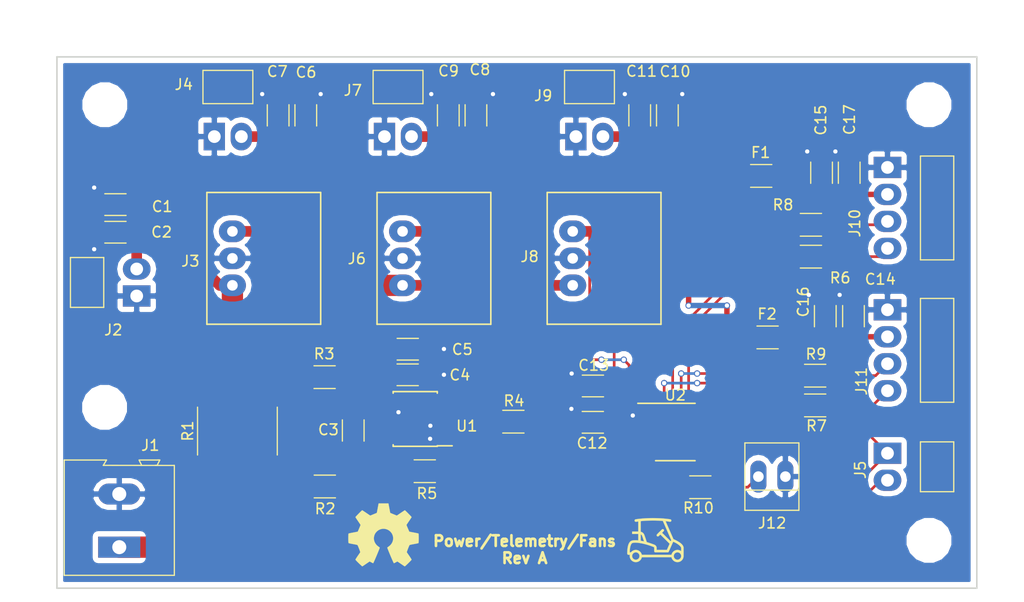
<source format=kicad_pcb>
(kicad_pcb (version 4) (host pcbnew 4.0.7)

  (general
    (links 91)
    (no_connects 2)
    (area 71.944999 43.944999 168.655001 100.892382)
    (thickness 1.6)
    (drawings 5)
    (tracks 242)
    (zones 0)
    (modules 49)
    (nets 18)
  )

  (page A4)
  (layers
    (0 F.Cu signal)
    (31 B.Cu signal)
    (32 B.Adhes user)
    (33 F.Adhes user)
    (34 B.Paste user)
    (35 F.Paste user)
    (36 B.SilkS user)
    (37 F.SilkS user)
    (38 B.Mask user)
    (39 F.Mask user)
    (40 Dwgs.User user)
    (41 Cmts.User user)
    (42 Eco1.User user)
    (43 Eco2.User user)
    (44 Edge.Cuts user)
    (45 Margin user)
    (46 B.CrtYd user)
    (47 F.CrtYd user)
    (48 B.Fab user)
    (49 F.Fab user)
  )

  (setup
    (last_trace_width 2)
    (user_trace_width 0.51)
    (user_trace_width 1)
    (user_trace_width 1.25)
    (user_trace_width 1.5)
    (user_trace_width 2)
    (user_trace_width 2.75)
    (user_trace_width 3.55)
    (user_trace_width 4)
    (trace_clearance 0.2)
    (zone_clearance 0.508)
    (zone_45_only no)
    (trace_min 0.2)
    (segment_width 0.2)
    (edge_width 0.15)
    (via_size 0.6)
    (via_drill 0.4)
    (via_min_size 0.4)
    (via_min_drill 0.3)
    (uvia_size 0.3)
    (uvia_drill 0.1)
    (uvias_allowed no)
    (uvia_min_size 0.2)
    (uvia_min_drill 0.1)
    (pcb_text_width 0.3)
    (pcb_text_size 1.5 1.5)
    (mod_edge_width 0.15)
    (mod_text_size 1 1)
    (mod_text_width 0.15)
    (pad_size 3.2 3.2)
    (pad_drill 3.2)
    (pad_to_mask_clearance 0.2)
    (aux_axis_origin 0 0)
    (visible_elements FFFFFF7F)
    (pcbplotparams
      (layerselection 0x3c0f0_80000001)
      (usegerberextensions false)
      (excludeedgelayer true)
      (linewidth 0.100000)
      (plotframeref false)
      (viasonmask false)
      (mode 1)
      (useauxorigin false)
      (hpglpennumber 1)
      (hpglpenspeed 20)
      (hpglpendiameter 15)
      (hpglpenoverlay 2)
      (psnegative false)
      (psa4output false)
      (plotreference true)
      (plotvalue true)
      (plotinvisibletext false)
      (padsonsilk false)
      (subtractmaskfromsilk false)
      (outputformat 3)
      (mirror false)
      (drillshape 0)
      (scaleselection 1)
      (outputdirectory tmp/))
  )

  (net 0 "")
  (net 1 GND)
  (net 2 +12V)
  (net 3 "Net-(C3-Pad1)")
  (net 4 "Net-(C3-Pad2)")
  (net 5 VCC)
  (net 6 "Net-(J1-Pad1)")
  (net 7 /SDA)
  (net 8 /SCL)
  (net 9 "Net-(J10-Pad3)")
  (net 10 "Net-(J10-Pad4)")
  (net 11 "Net-(J11-Pad3)")
  (net 12 "Net-(J11-Pad4)")
  (net 13 "Net-(J12-Pad2)")
  (net 14 "Net-(C14-Pad1)")
  (net 15 "Net-(C15-Pad1)")
  (net 16 /VCCB)
  (net 17 /VCCA)

  (net_class Default "This is the default net class."
    (clearance 0.2)
    (trace_width 0.25)
    (via_dia 0.6)
    (via_drill 0.4)
    (uvia_dia 0.3)
    (uvia_drill 0.1)
    (add_net +12V)
    (add_net /SCL)
    (add_net /SDA)
    (add_net /VCCA)
    (add_net /VCCB)
    (add_net GND)
    (add_net "Net-(C14-Pad1)")
    (add_net "Net-(C15-Pad1)")
    (add_net "Net-(C3-Pad1)")
    (add_net "Net-(C3-Pad2)")
    (add_net "Net-(J1-Pad1)")
    (add_net "Net-(J10-Pad3)")
    (add_net "Net-(J10-Pad4)")
    (add_net "Net-(J11-Pad3)")
    (add_net "Net-(J11-Pad4)")
    (add_net "Net-(J12-Pad2)")
    (add_net VCC)
  )

  (module lib_fp:Molex_KK-171857-04x2.54mm_Right (layer F.Cu) (tedit 5B9E680C) (tstamp 5B9E7FD8)
    (at 155.6 59.9 270)
    (descr "Connector Headers with Friction Lock, 22-27-2021, http://www.molex.com/pdm_docs/sd/022272021_sd.pdf")
    (tags "connector molex kk_6410 22-27-2021")
    (path /59CCFC84)
    (fp_text reference J10 (at 5.25 3.075 270) (layer F.SilkS)
      (effects (font (size 1 1) (thickness 0.15)))
    )
    (fp_text value CONN_01X04 (at 1.25 3.22 270) (layer F.Fab)
      (effects (font (size 1 1) (thickness 0.15)))
    )
    (fp_line (start -1.19 -11.23) (end -1.19 -3) (layer F.Fab) (width 0.12))
    (fp_line (start -1.19 -3) (end 8.82 -3) (layer F.Fab) (width 0.12))
    (fp_line (start 8.82 -11.23) (end 8.82 -3) (layer F.Fab) (width 0.12))
    (fp_line (start 8.82 -11.23) (end -1.19 -11.23) (layer F.Fab) (width 0.12))
    (fp_line (start -1.07 -6.23) (end -1.07 -3.1) (layer F.SilkS) (width 0.12))
    (fp_line (start -1.07 -3.1) (end 8.7 -3.1) (layer F.SilkS) (width 0.12))
    (fp_line (start 8.7 -6.23) (end 8.7 -3.1) (layer F.SilkS) (width 0.12))
    (fp_line (start 8.7 -6.23) (end -1.07 -6.23) (layer F.SilkS) (width 0.12))
    (fp_line (start -1.92 1.7) (end -1.92 -12.82) (layer F.CrtYd) (width 0.05))
    (fp_line (start -1.94 -12.82) (end 9.51 -12.82) (layer F.CrtYd) (width 0.05))
    (fp_line (start 9.51 -12.83) (end 9.51 1.7) (layer F.CrtYd) (width 0.05))
    (fp_line (start 9.51 1.7) (end -1.92 1.7) (layer F.CrtYd) (width 0.05))
    (fp_text user %R (at 11.99 0.78 270) (layer F.Fab)
      (effects (font (size 1 1) (thickness 0.15)))
    )
    (pad 4 thru_hole oval (at 7.62 0 270) (size 2 2.6) (drill 1.2) (layers *.Cu *.Mask)
      (net 10 "Net-(J10-Pad4)"))
    (pad 3 thru_hole oval (at 5.08 0 270) (size 2 2.6) (drill 1.2) (layers *.Cu *.Mask)
      (net 9 "Net-(J10-Pad3)"))
    (pad 1 thru_hole rect (at 0 0 270) (size 2 2.6) (drill 1.2) (layers *.Cu *.Mask)
      (net 1 GND))
    (pad 2 thru_hole oval (at 2.54 0 270) (size 2 2.6) (drill 1.2) (layers *.Cu *.Mask)
      (net 15 "Net-(C15-Pad1)"))
    (model ${KISYS3DMOD}/Connectors_Molex.3dshapes/Molex_KK-6410-02_02x2.54mm_Straight.wrl
      (at (xyz 0 0 0))
      (scale (xyz 1 1 1))
      (rotate (xyz 0 0 0))
    )
  )

  (module Housings_SSOP:QSOP-16_3.9x4.9mm_Pitch0.635mm (layer F.Cu) (tedit 54130A77) (tstamp 5B9E4C84)
    (at 135.65 84.8275)
    (descr "16-Lead Plastic Shrink Small Outline Narrow Body (QR)-.150\" Body [QSOP] (see Microchip Packaging Specification 00000049BS.pdf)")
    (tags "SSOP 0.635")
    (path /59CCEE70)
    (attr smd)
    (fp_text reference U2 (at 0 -3.5) (layer F.SilkS)
      (effects (font (size 1 1) (thickness 0.15)))
    )
    (fp_text value AD_ADT7470_QSOP (at 0 3.5) (layer F.Fab)
      (effects (font (size 1 1) (thickness 0.15)))
    )
    (fp_line (start -0.95 -2.45) (end 1.95 -2.45) (layer F.Fab) (width 0.15))
    (fp_line (start 1.95 -2.45) (end 1.95 2.45) (layer F.Fab) (width 0.15))
    (fp_line (start 1.95 2.45) (end -1.95 2.45) (layer F.Fab) (width 0.15))
    (fp_line (start -1.95 2.45) (end -1.95 -1.45) (layer F.Fab) (width 0.15))
    (fp_line (start -1.95 -1.45) (end -0.95 -2.45) (layer F.Fab) (width 0.15))
    (fp_line (start -3.7 -2.85) (end -3.7 2.8) (layer F.CrtYd) (width 0.05))
    (fp_line (start 3.7 -2.85) (end 3.7 2.8) (layer F.CrtYd) (width 0.05))
    (fp_line (start -3.7 -2.85) (end 3.7 -2.85) (layer F.CrtYd) (width 0.05))
    (fp_line (start -3.7 2.8) (end 3.7 2.8) (layer F.CrtYd) (width 0.05))
    (fp_line (start -1.8543 2.675) (end 1.8543 2.675) (layer F.SilkS) (width 0.15))
    (fp_line (start -3.525 -2.725) (end 1.8586 -2.725) (layer F.SilkS) (width 0.15))
    (fp_text user %R (at 0 0) (layer F.Fab)
      (effects (font (size 0.7 0.7) (thickness 0.15)))
    )
    (pad 1 smd rect (at -2.6543 -2.2225) (size 1.6 0.41) (layers F.Cu F.Paste F.Mask)
      (net 8 /SCL))
    (pad 2 smd rect (at -2.6543 -1.5875) (size 1.6 0.41) (layers F.Cu F.Paste F.Mask)
      (net 1 GND))
    (pad 3 smd rect (at -2.6543 -0.9525) (size 1.6 0.41) (layers F.Cu F.Paste F.Mask)
      (net 5 VCC))
    (pad 4 smd rect (at -2.6543 -0.3175) (size 1.6 0.41) (layers F.Cu F.Paste F.Mask))
    (pad 5 smd rect (at -2.6543 0.3175) (size 1.6 0.41) (layers F.Cu F.Paste F.Mask)
      (net 12 "Net-(J11-Pad4)"))
    (pad 6 smd rect (at -2.6543 0.9525) (size 1.6 0.41) (layers F.Cu F.Paste F.Mask)
      (net 9 "Net-(J10-Pad3)"))
    (pad 7 smd rect (at -2.6543 1.5875) (size 1.6 0.41) (layers F.Cu F.Paste F.Mask)
      (net 11 "Net-(J11-Pad3)"))
    (pad 8 smd rect (at -2.6543 2.2225) (size 1.6 0.41) (layers F.Cu F.Paste F.Mask))
    (pad 9 smd rect (at 2.6543 2.2225) (size 1.6 0.41) (layers F.Cu F.Paste F.Mask))
    (pad 10 smd rect (at 2.6543 1.5875) (size 1.6 0.41) (layers F.Cu F.Paste F.Mask))
    (pad 11 smd rect (at 2.6543 0.9525) (size 1.6 0.41) (layers F.Cu F.Paste F.Mask))
    (pad 12 smd rect (at 2.6543 0.3175) (size 1.6 0.41) (layers F.Cu F.Paste F.Mask))
    (pad 13 smd rect (at 2.6543 -0.3175) (size 1.6 0.41) (layers F.Cu F.Paste F.Mask)
      (net 13 "Net-(J12-Pad2)"))
    (pad 14 smd rect (at 2.6543 -0.9525) (size 1.6 0.41) (layers F.Cu F.Paste F.Mask))
    (pad 15 smd rect (at 2.6543 -1.5875) (size 1.6 0.41) (layers F.Cu F.Paste F.Mask)
      (net 10 "Net-(J10-Pad4)"))
    (pad 16 smd rect (at 2.6543 -2.2225) (size 1.6 0.41) (layers F.Cu F.Paste F.Mask)
      (net 7 /SDA))
    (model ${KISYS3DMOD}/Housings_SSOP.3dshapes/QSOP-16_3.9x4.9mm_Pitch0.635mm.wrl
      (at (xyz 0 0 0))
      (scale (xyz 1 1 1))
      (rotate (xyz 0 0 0))
    )
  )

  (module Housings_SOIC:SOIC-8_3.9x4.9mm_Pitch1.27mm (layer F.Cu) (tedit 5BC13C4F) (tstamp 5B9E4C70)
    (at 111.19 83.575 180)
    (descr "8-Lead Plastic Small Outline (SN) - Narrow, 3.90 mm Body [SOIC] (see Microchip Packaging Specification 00000049BS.pdf)")
    (tags "SOIC 1.27")
    (path /59CC4577)
    (attr smd)
    (fp_text reference U1 (at -4.85 -0.665 180) (layer F.SilkS)
      (effects (font (size 1 1) (thickness 0.15)))
    )
    (fp_text value TI_INA219_SOIC (at -9.5 -2.415 180) (layer F.Fab)
      (effects (font (size 1 1) (thickness 0.15)))
    )
    (fp_text user %R (at 0 0 180) (layer F.Fab)
      (effects (font (size 1 1) (thickness 0.15)))
    )
    (fp_line (start -0.95 -2.45) (end 1.95 -2.45) (layer F.Fab) (width 0.1))
    (fp_line (start 1.95 -2.45) (end 1.95 2.45) (layer F.Fab) (width 0.1))
    (fp_line (start 1.95 2.45) (end -1.95 2.45) (layer F.Fab) (width 0.1))
    (fp_line (start -1.95 2.45) (end -1.95 -1.45) (layer F.Fab) (width 0.1))
    (fp_line (start -1.95 -1.45) (end -0.95 -2.45) (layer F.Fab) (width 0.1))
    (fp_line (start -3.73 -2.7) (end -3.73 2.7) (layer F.CrtYd) (width 0.05))
    (fp_line (start 3.73 -2.7) (end 3.73 2.7) (layer F.CrtYd) (width 0.05))
    (fp_line (start -3.73 -2.7) (end 3.73 -2.7) (layer F.CrtYd) (width 0.05))
    (fp_line (start -3.73 2.7) (end 3.73 2.7) (layer F.CrtYd) (width 0.05))
    (fp_line (start -2.075 -2.575) (end -2.075 -2.525) (layer F.SilkS) (width 0.15))
    (fp_line (start 2.075 -2.575) (end 2.075 -2.43) (layer F.SilkS) (width 0.15))
    (fp_line (start 2.075 2.575) (end 2.075 2.43) (layer F.SilkS) (width 0.15))
    (fp_line (start -2.075 2.575) (end -2.075 2.43) (layer F.SilkS) (width 0.15))
    (fp_line (start -2.075 -2.575) (end 2.075 -2.575) (layer F.SilkS) (width 0.15))
    (fp_line (start -2.075 2.575) (end 2.075 2.575) (layer F.SilkS) (width 0.15))
    (fp_line (start -2.075 -2.525) (end -3.475 -2.525) (layer F.SilkS) (width 0.15))
    (pad 1 smd rect (at -2.7 -1.905 180) (size 1.55 0.6) (layers F.Cu F.Paste F.Mask)
      (net 1 GND))
    (pad 2 smd rect (at -2.7 -0.635 180) (size 1.55 0.6) (layers F.Cu F.Paste F.Mask)
      (net 1 GND))
    (pad 3 smd rect (at -2.7 0.635 180) (size 1.55 0.6) (layers F.Cu F.Paste F.Mask)
      (net 7 /SDA))
    (pad 4 smd rect (at -2.7 1.905 180) (size 1.55 0.6) (layers F.Cu F.Paste F.Mask)
      (net 8 /SCL))
    (pad 5 smd rect (at 2.7 1.905 180) (size 1.55 0.6) (layers F.Cu F.Paste F.Mask)
      (net 5 VCC))
    (pad 6 smd rect (at 2.7 0.635 180) (size 1.55 0.6) (layers F.Cu F.Paste F.Mask)
      (net 1 GND))
    (pad 7 smd rect (at 2.7 -0.635 180) (size 1.55 0.6) (layers F.Cu F.Paste F.Mask)
      (net 4 "Net-(C3-Pad2)"))
    (pad 8 smd rect (at 2.7 -1.905 180) (size 1.55 0.6) (layers F.Cu F.Paste F.Mask)
      (net 3 "Net-(C3-Pad1)"))
    (model ${KISYS3DMOD}/Housings_SOIC.3dshapes/SOIC-8_3.9x4.9mm_Pitch1.27mm.wrl
      (at (xyz 0 0 0))
      (scale (xyz 1 1 1))
      (rotate (xyz 0 0 0))
    )
  )

  (module Capacitors_SMD:C_1206_HandSoldering (layer F.Cu) (tedit 58AA84D1) (tstamp 5B9E4BA1)
    (at 116.9 55 270)
    (descr "Capacitor SMD 1206, hand soldering")
    (tags "capacitor 1206")
    (path /5A9B4CEF)
    (attr smd)
    (fp_text reference C8 (at -4.3 -0.375 360) (layer F.SilkS)
      (effects (font (size 1 1) (thickness 0.15)))
    )
    (fp_text value 10uF (at 0 2 270) (layer F.Fab)
      (effects (font (size 1 1) (thickness 0.15)))
    )
    (fp_text user %R (at 0 -1.75 270) (layer F.Fab)
      (effects (font (size 1 1) (thickness 0.15)))
    )
    (fp_line (start -1.6 0.8) (end -1.6 -0.8) (layer F.Fab) (width 0.1))
    (fp_line (start 1.6 0.8) (end -1.6 0.8) (layer F.Fab) (width 0.1))
    (fp_line (start 1.6 -0.8) (end 1.6 0.8) (layer F.Fab) (width 0.1))
    (fp_line (start -1.6 -0.8) (end 1.6 -0.8) (layer F.Fab) (width 0.1))
    (fp_line (start 1 -1.02) (end -1 -1.02) (layer F.SilkS) (width 0.12))
    (fp_line (start -1 1.02) (end 1 1.02) (layer F.SilkS) (width 0.12))
    (fp_line (start -3.25 -1.05) (end 3.25 -1.05) (layer F.CrtYd) (width 0.05))
    (fp_line (start -3.25 -1.05) (end -3.25 1.05) (layer F.CrtYd) (width 0.05))
    (fp_line (start 3.25 1.05) (end 3.25 -1.05) (layer F.CrtYd) (width 0.05))
    (fp_line (start 3.25 1.05) (end -3.25 1.05) (layer F.CrtYd) (width 0.05))
    (pad 1 smd rect (at -2 0 270) (size 2 1.6) (layers F.Cu F.Paste F.Mask)
      (net 1 GND))
    (pad 2 smd rect (at 2 0 270) (size 2 1.6) (layers F.Cu F.Paste F.Mask)
      (net 17 /VCCA))
    (model Capacitors_SMD.3dshapes/C_1206.wrl
      (at (xyz 0 0 0))
      (scale (xyz 1 1 1))
      (rotate (xyz 0 0 0))
    )
  )

  (module lib_fp:DCDC-Conv_Murata_OKI-78SR-E (layer F.Cu) (tedit 5BC13CAC) (tstamp 5B9E4C0A)
    (at 126 71 90)
    (descr "Murata OKI-78SR-E")
    (tags "Murata DCDC")
    (path /59C86BAA)
    (fp_text reference J8 (at 2.7 -4.05 360) (layer F.SilkS)
      (effects (font (size 1 1) (thickness 0.15)))
    )
    (fp_text value CONN_01X03 (at 0 -3.85 90) (layer F.Fab)
      (effects (font (size 1 1) (thickness 0.15)))
    )
    (fp_line (start -3.91 -2.65) (end -3.91 8.55) (layer F.CrtYd) (width 0.05))
    (fp_line (start 8.99 -2.65) (end 8.99 8.55) (layer F.CrtYd) (width 0.05))
    (fp_line (start -3.91 -2.65) (end 8.99 -2.65) (layer F.CrtYd) (width 0.05))
    (fp_line (start -3.91 8.55) (end 8.99 8.55) (layer F.CrtYd) (width 0.05))
    (fp_line (start 8.74 -2.4) (end 8.74 8.3) (layer F.SilkS) (width 0.15))
    (fp_line (start 8.74 8.3) (end -3.66 8.3) (layer F.SilkS) (width 0.15))
    (fp_line (start -3.66 8.3) (end -3.66 -2.4) (layer F.SilkS) (width 0.15))
    (fp_line (start -3.66 -2.4) (end 8.74 -2.4) (layer F.SilkS) (width 0.15))
    (pad 2 thru_hole oval (at 2.54 0 90) (size 2.032 2.54) (drill 1) (layers *.Cu *.Mask)
      (net 1 GND))
    (pad 3 thru_hole oval (at 5.08 0 90) (size 2.032 2.54) (drill 1) (layers *.Cu *.Mask)
      (net 5 VCC))
    (pad 1 thru_hole oval (at 0 0 90) (size 2.032 2.54) (drill 1) (layers *.Cu *.Mask)
      (net 2 +12V))
  )

  (module Connectors:PINHEAD1-2 (layer F.Cu) (tedit 5BA40EF3) (tstamp 5B9E7FE6)
    (at 146 89 180)
    (path /59E3BB2E)
    (fp_text reference J12 (at 1.25 -4.375 180) (layer F.SilkS)
      (effects (font (size 1 1) (thickness 0.15)))
    )
    (fp_text value GS2 (at 1.27 3.81 180) (layer F.Fab)
      (effects (font (size 1 1) (thickness 0.15)))
    )
    (fp_line (start 3.81 -1.27) (end -1.27 -1.27) (layer F.SilkS) (width 0.12))
    (fp_line (start 3.81 3.17) (end -1.27 3.17) (layer F.SilkS) (width 0.12))
    (fp_line (start -1.27 -3.17) (end 3.81 -3.17) (layer F.SilkS) (width 0.12))
    (fp_line (start -1.27 -3.17) (end -1.27 3.17) (layer F.SilkS) (width 0.12))
    (fp_line (start 3.81 -3.17) (end 3.81 3.17) (layer F.SilkS) (width 0.12))
    (fp_line (start -1.52 -3.42) (end 4.06 -3.42) (layer F.CrtYd) (width 0.05))
    (fp_line (start -1.52 -3.42) (end -1.52 3.42) (layer F.CrtYd) (width 0.05))
    (fp_line (start 4.06 3.42) (end 4.06 -3.42) (layer F.CrtYd) (width 0.05))
    (fp_line (start 4.06 3.42) (end -1.52 3.42) (layer F.CrtYd) (width 0.05))
    (pad 1 thru_hole oval (at 0 0 180) (size 1.51 3.01) (drill 1) (layers *.Cu *.Mask)
      (net 1 GND))
    (pad 2 thru_hole oval (at 2.54 0 180) (size 1.51 3.01) (drill 1) (layers *.Cu *.Mask)
      (net 13 "Net-(J12-Pad2)"))
  )

  (module lib_fp:Molex_KK-171857-04x2.54mm_Right (layer F.Cu) (tedit 5B9E680C) (tstamp 5B9E7FDF)
    (at 155.6 73.3 270)
    (descr "Connector Headers with Friction Lock, 22-27-2021, http://www.molex.com/pdm_docs/sd/022272021_sd.pdf")
    (tags "connector molex kk_6410 22-27-2021")
    (path /59E2F3CC)
    (fp_text reference J11 (at 6.725 2.45 270) (layer F.SilkS)
      (effects (font (size 1 1) (thickness 0.15)))
    )
    (fp_text value CONN_01X04 (at 1.25 3.22 270) (layer F.Fab)
      (effects (font (size 1 1) (thickness 0.15)))
    )
    (fp_line (start -1.19 -11.23) (end -1.19 -3) (layer F.Fab) (width 0.12))
    (fp_line (start -1.19 -3) (end 8.82 -3) (layer F.Fab) (width 0.12))
    (fp_line (start 8.82 -11.23) (end 8.82 -3) (layer F.Fab) (width 0.12))
    (fp_line (start 8.82 -11.23) (end -1.19 -11.23) (layer F.Fab) (width 0.12))
    (fp_line (start -1.07 -6.23) (end -1.07 -3.1) (layer F.SilkS) (width 0.12))
    (fp_line (start -1.07 -3.1) (end 8.7 -3.1) (layer F.SilkS) (width 0.12))
    (fp_line (start 8.7 -6.23) (end 8.7 -3.1) (layer F.SilkS) (width 0.12))
    (fp_line (start 8.7 -6.23) (end -1.07 -6.23) (layer F.SilkS) (width 0.12))
    (fp_line (start -1.92 1.7) (end -1.92 -12.82) (layer F.CrtYd) (width 0.05))
    (fp_line (start -1.94 -12.82) (end 9.51 -12.82) (layer F.CrtYd) (width 0.05))
    (fp_line (start 9.51 -12.83) (end 9.51 1.7) (layer F.CrtYd) (width 0.05))
    (fp_line (start 9.51 1.7) (end -1.92 1.7) (layer F.CrtYd) (width 0.05))
    (fp_text user %R (at 11.99 0.78 270) (layer F.Fab)
      (effects (font (size 1 1) (thickness 0.15)))
    )
    (pad 4 thru_hole oval (at 7.62 0 270) (size 2 2.6) (drill 1.2) (layers *.Cu *.Mask)
      (net 12 "Net-(J11-Pad4)"))
    (pad 3 thru_hole oval (at 5.08 0 270) (size 2 2.6) (drill 1.2) (layers *.Cu *.Mask)
      (net 11 "Net-(J11-Pad3)"))
    (pad 1 thru_hole rect (at 0 0 270) (size 2 2.6) (drill 1.2) (layers *.Cu *.Mask)
      (net 1 GND))
    (pad 2 thru_hole oval (at 2.54 0 270) (size 2 2.6) (drill 1.2) (layers *.Cu *.Mask)
      (net 14 "Net-(C14-Pad1)"))
    (model ${KISYS3DMOD}/Connectors_Molex.3dshapes/Molex_KK-6410-02_02x2.54mm_Straight.wrl
      (at (xyz 0 0 0))
      (scale (xyz 1 1 1))
      (rotate (xyz 0 0 0))
    )
  )

  (module lib_fp:Molex_KK-171857-02x2.54mm_Right (layer F.Cu) (tedit 5B9DC1BC) (tstamp 5B9E7FD3)
    (at 126.3 57)
    (descr "Connector Headers with Friction Lock, 22-27-2021, http://www.molex.com/pdm_docs/sd/022272021_sd.pdf")
    (tags "connector molex kk_6410 22-27-2021")
    (path /5B9C4A7B)
    (fp_text reference J9 (at -3.075 -3.85) (layer F.SilkS)
      (effects (font (size 1 1) (thickness 0.15)))
    )
    (fp_text value CONN_01X02 (at 1.25 3.22) (layer F.Fab)
      (effects (font (size 1 1) (thickness 0.15)))
    )
    (fp_line (start -1.19 -11.23) (end -1.19 -3) (layer F.Fab) (width 0.12))
    (fp_line (start -1.19 -3) (end 3.74 -3) (layer F.Fab) (width 0.12))
    (fp_line (start 3.74 -11.23) (end 3.74 -3) (layer F.Fab) (width 0.12))
    (fp_line (start 3.74 -11.23) (end -1.19 -11.23) (layer F.Fab) (width 0.12))
    (fp_line (start -1.07 -6.23) (end -1.07 -3.1) (layer F.SilkS) (width 0.12))
    (fp_line (start -1.07 -3.1) (end 3.62 -3.1) (layer F.SilkS) (width 0.12))
    (fp_line (start 3.62 -6.23) (end 3.62 -3.1) (layer F.SilkS) (width 0.12))
    (fp_line (start 3.62 -6.23) (end -1.07 -6.23) (layer F.SilkS) (width 0.12))
    (fp_line (start -1.92 1.7) (end -1.92 -12.82) (layer F.CrtYd) (width 0.05))
    (fp_line (start -1.94 -12.82) (end 4.41 -12.82) (layer F.CrtYd) (width 0.05))
    (fp_line (start 4.43 -12.83) (end 4.43 1.7) (layer F.CrtYd) (width 0.05))
    (fp_line (start 4.43 1.7) (end -1.92 1.7) (layer F.CrtYd) (width 0.05))
    (fp_text user %R (at 6.75 1.19) (layer F.Fab)
      (effects (font (size 1 1) (thickness 0.15)))
    )
    (pad 1 thru_hole rect (at 0 0) (size 2 2.6) (drill 1.2) (layers *.Cu *.Mask)
      (net 1 GND))
    (pad 2 thru_hole oval (at 2.54 0) (size 2 2.6) (drill 1.2) (layers *.Cu *.Mask)
      (net 5 VCC))
    (model ${KISYS3DMOD}/Connectors_Molex.3dshapes/Molex_KK-6410-02_02x2.54mm_Straight.wrl
      (at (xyz 0 0 0))
      (scale (xyz 1 1 1))
      (rotate (xyz 0 0 0))
    )
  )

  (module lib_fp:Molex_KK-171857-02x2.54mm_Right (layer F.Cu) (tedit 5B9DC1BC) (tstamp 5B9E7FCE)
    (at 108.3 57)
    (descr "Connector Headers with Friction Lock, 22-27-2021, http://www.molex.com/pdm_docs/sd/022272021_sd.pdf")
    (tags "connector molex kk_6410 22-27-2021")
    (path /59C82CAA)
    (fp_text reference J7 (at -2.975 -4.35) (layer F.SilkS)
      (effects (font (size 1 1) (thickness 0.15)))
    )
    (fp_text value CONN_01X02 (at 1.25 3.22) (layer F.Fab)
      (effects (font (size 1 1) (thickness 0.15)))
    )
    (fp_line (start -1.19 -11.23) (end -1.19 -3) (layer F.Fab) (width 0.12))
    (fp_line (start -1.19 -3) (end 3.74 -3) (layer F.Fab) (width 0.12))
    (fp_line (start 3.74 -11.23) (end 3.74 -3) (layer F.Fab) (width 0.12))
    (fp_line (start 3.74 -11.23) (end -1.19 -11.23) (layer F.Fab) (width 0.12))
    (fp_line (start -1.07 -6.23) (end -1.07 -3.1) (layer F.SilkS) (width 0.12))
    (fp_line (start -1.07 -3.1) (end 3.62 -3.1) (layer F.SilkS) (width 0.12))
    (fp_line (start 3.62 -6.23) (end 3.62 -3.1) (layer F.SilkS) (width 0.12))
    (fp_line (start 3.62 -6.23) (end -1.07 -6.23) (layer F.SilkS) (width 0.12))
    (fp_line (start -1.92 1.7) (end -1.92 -12.82) (layer F.CrtYd) (width 0.05))
    (fp_line (start -1.94 -12.82) (end 4.41 -12.82) (layer F.CrtYd) (width 0.05))
    (fp_line (start 4.43 -12.83) (end 4.43 1.7) (layer F.CrtYd) (width 0.05))
    (fp_line (start 4.43 1.7) (end -1.92 1.7) (layer F.CrtYd) (width 0.05))
    (fp_text user %R (at 6.75 1.19) (layer F.Fab)
      (effects (font (size 1 1) (thickness 0.15)))
    )
    (pad 1 thru_hole rect (at 0 0) (size 2 2.6) (drill 1.2) (layers *.Cu *.Mask)
      (net 1 GND))
    (pad 2 thru_hole oval (at 2.54 0) (size 2 2.6) (drill 1.2) (layers *.Cu *.Mask)
      (net 17 /VCCA))
    (model ${KISYS3DMOD}/Connectors_Molex.3dshapes/Molex_KK-6410-02_02x2.54mm_Straight.wrl
      (at (xyz 0 0 0))
      (scale (xyz 1 1 1))
      (rotate (xyz 0 0 0))
    )
  )

  (module lib_fp:Molex_KK-171857-02x2.54mm_Right (layer F.Cu) (tedit 5B9DC1BC) (tstamp 5B9E7FC9)
    (at 92.3 57)
    (descr "Connector Headers with Friction Lock, 22-27-2021, http://www.molex.com/pdm_docs/sd/022272021_sd.pdf")
    (tags "connector molex kk_6410 22-27-2021")
    (path /59C82C21)
    (fp_text reference J4 (at -2.875 -4.9) (layer F.SilkS)
      (effects (font (size 1 1) (thickness 0.15)))
    )
    (fp_text value CONN_01X02 (at 1.25 3.22) (layer F.Fab)
      (effects (font (size 1 1) (thickness 0.15)))
    )
    (fp_line (start -1.19 -11.23) (end -1.19 -3) (layer F.Fab) (width 0.12))
    (fp_line (start -1.19 -3) (end 3.74 -3) (layer F.Fab) (width 0.12))
    (fp_line (start 3.74 -11.23) (end 3.74 -3) (layer F.Fab) (width 0.12))
    (fp_line (start 3.74 -11.23) (end -1.19 -11.23) (layer F.Fab) (width 0.12))
    (fp_line (start -1.07 -6.23) (end -1.07 -3.1) (layer F.SilkS) (width 0.12))
    (fp_line (start -1.07 -3.1) (end 3.62 -3.1) (layer F.SilkS) (width 0.12))
    (fp_line (start 3.62 -6.23) (end 3.62 -3.1) (layer F.SilkS) (width 0.12))
    (fp_line (start 3.62 -6.23) (end -1.07 -6.23) (layer F.SilkS) (width 0.12))
    (fp_line (start -1.92 1.7) (end -1.92 -12.82) (layer F.CrtYd) (width 0.05))
    (fp_line (start -1.94 -12.82) (end 4.41 -12.82) (layer F.CrtYd) (width 0.05))
    (fp_line (start 4.43 -12.83) (end 4.43 1.7) (layer F.CrtYd) (width 0.05))
    (fp_line (start 4.43 1.7) (end -1.92 1.7) (layer F.CrtYd) (width 0.05))
    (fp_text user %R (at 6.75 1.19) (layer F.Fab)
      (effects (font (size 1 1) (thickness 0.15)))
    )
    (pad 1 thru_hole rect (at 0 0) (size 2 2.6) (drill 1.2) (layers *.Cu *.Mask)
      (net 1 GND))
    (pad 2 thru_hole oval (at 2.54 0) (size 2 2.6) (drill 1.2) (layers *.Cu *.Mask)
      (net 16 /VCCB))
    (model ${KISYS3DMOD}/Connectors_Molex.3dshapes/Molex_KK-6410-02_02x2.54mm_Straight.wrl
      (at (xyz 0 0 0))
      (scale (xyz 1 1 1))
      (rotate (xyz 0 0 0))
    )
  )

  (module lib_fp:Molex_KK-171857-02x2.54mm_Right (layer F.Cu) (tedit 5BAABB4B) (tstamp 5B9E7FC4)
    (at 85 72 90)
    (descr "Connector Headers with Friction Lock, 22-27-2021, http://www.molex.com/pdm_docs/sd/022272021_sd.pdf")
    (tags "connector molex kk_6410 22-27-2021")
    (path /5A9B6B52)
    (fp_text reference J2 (at -3.2 -2.2 180) (layer F.SilkS)
      (effects (font (size 1 1) (thickness 0.15)))
    )
    (fp_text value CONN_01X02 (at 1.25 3.22 90) (layer F.Fab)
      (effects (font (size 1 1) (thickness 0.15)))
    )
    (fp_line (start -1.19 -11.23) (end -1.19 -3) (layer F.Fab) (width 0.12))
    (fp_line (start -1.19 -3) (end 3.74 -3) (layer F.Fab) (width 0.12))
    (fp_line (start 3.74 -11.23) (end 3.74 -3) (layer F.Fab) (width 0.12))
    (fp_line (start 3.74 -11.23) (end -1.19 -11.23) (layer F.Fab) (width 0.12))
    (fp_line (start -1.07 -6.23) (end -1.07 -3.1) (layer F.SilkS) (width 0.12))
    (fp_line (start -1.07 -3.1) (end 3.62 -3.1) (layer F.SilkS) (width 0.12))
    (fp_line (start 3.62 -6.23) (end 3.62 -3.1) (layer F.SilkS) (width 0.12))
    (fp_line (start 3.62 -6.23) (end -1.07 -6.23) (layer F.SilkS) (width 0.12))
    (fp_line (start -1.92 1.7) (end -1.92 -12.82) (layer F.CrtYd) (width 0.05))
    (fp_line (start -1.94 -12.82) (end 4.41 -12.82) (layer F.CrtYd) (width 0.05))
    (fp_line (start 4.43 -12.83) (end 4.43 1.7) (layer F.CrtYd) (width 0.05))
    (fp_line (start 4.43 1.7) (end -1.92 1.7) (layer F.CrtYd) (width 0.05))
    (fp_text user %R (at 6.75 1.19 90) (layer F.Fab)
      (effects (font (size 1 1) (thickness 0.15)))
    )
    (pad 1 thru_hole rect (at 0 0 90) (size 2 2.6) (drill 1.2) (layers *.Cu *.Mask)
      (net 1 GND))
    (pad 2 thru_hole oval (at 2.54 0 90) (size 2 2.6) (drill 1.2) (layers *.Cu *.Mask)
      (net 2 +12V))
    (model ${KISYS3DMOD}/Connectors_Molex.3dshapes/Molex_KK-6410-02_02x2.54mm_Straight.wrl
      (at (xyz 0 0 0))
      (scale (xyz 1 1 1))
      (rotate (xyz 0 0 0))
    )
  )

  (module Resistors_SMD:R_1206_HandSoldering (layer F.Cu) (tedit 58E0A804) (tstamp 5B9E4C64)
    (at 138 90)
    (descr "Resistor SMD 1206, hand soldering")
    (tags "resistor 1206")
    (path /59E3ADCD)
    (attr smd)
    (fp_text reference R10 (at -0.175 1.95) (layer F.SilkS)
      (effects (font (size 1 1) (thickness 0.15)))
    )
    (fp_text value 10k (at 0 1.9) (layer F.Fab)
      (effects (font (size 1 1) (thickness 0.15)))
    )
    (fp_text user %R (at 0 0) (layer F.Fab)
      (effects (font (size 0.7 0.7) (thickness 0.105)))
    )
    (fp_line (start -1.6 0.8) (end -1.6 -0.8) (layer F.Fab) (width 0.1))
    (fp_line (start 1.6 0.8) (end -1.6 0.8) (layer F.Fab) (width 0.1))
    (fp_line (start 1.6 -0.8) (end 1.6 0.8) (layer F.Fab) (width 0.1))
    (fp_line (start -1.6 -0.8) (end 1.6 -0.8) (layer F.Fab) (width 0.1))
    (fp_line (start 1 1.07) (end -1 1.07) (layer F.SilkS) (width 0.12))
    (fp_line (start -1 -1.07) (end 1 -1.07) (layer F.SilkS) (width 0.12))
    (fp_line (start -3.25 -1.11) (end 3.25 -1.11) (layer F.CrtYd) (width 0.05))
    (fp_line (start -3.25 -1.11) (end -3.25 1.1) (layer F.CrtYd) (width 0.05))
    (fp_line (start 3.25 1.1) (end 3.25 -1.11) (layer F.CrtYd) (width 0.05))
    (fp_line (start 3.25 1.1) (end -3.25 1.1) (layer F.CrtYd) (width 0.05))
    (pad 1 smd rect (at -2 0) (size 2 1.7) (layers F.Cu F.Paste F.Mask)
      (net 5 VCC))
    (pad 2 smd rect (at 2 0) (size 2 1.7) (layers F.Cu F.Paste F.Mask)
      (net 13 "Net-(J12-Pad2)"))
    (model ${KISYS3DMOD}/Resistors_SMD.3dshapes/R_1206.wrl
      (at (xyz 0 0 0))
      (scale (xyz 1 1 1))
      (rotate (xyz 0 0 0))
    )
  )

  (module Resistors_SMD:R_1206_HandSoldering (layer F.Cu) (tedit 5BA40F18) (tstamp 5B9E4C5E)
    (at 148.8 79.5 180)
    (descr "Resistor SMD 1206, hand soldering")
    (tags "resistor 1206")
    (path /59E2F403)
    (attr smd)
    (fp_text reference R9 (at -0.075 2.025 180) (layer F.SilkS)
      (effects (font (size 1 1) (thickness 0.15)))
    )
    (fp_text value 10k (at 0 1.9 180) (layer F.Fab)
      (effects (font (size 1 1) (thickness 0.15)))
    )
    (fp_text user %R (at 0 0 180) (layer F.Fab)
      (effects (font (size 0.7 0.7) (thickness 0.105)))
    )
    (fp_line (start -1.6 0.8) (end -1.6 -0.8) (layer F.Fab) (width 0.1))
    (fp_line (start 1.6 0.8) (end -1.6 0.8) (layer F.Fab) (width 0.1))
    (fp_line (start 1.6 -0.8) (end 1.6 0.8) (layer F.Fab) (width 0.1))
    (fp_line (start -1.6 -0.8) (end 1.6 -0.8) (layer F.Fab) (width 0.1))
    (fp_line (start 1 1.07) (end -1 1.07) (layer F.SilkS) (width 0.12))
    (fp_line (start -1 -1.07) (end 1 -1.07) (layer F.SilkS) (width 0.12))
    (fp_line (start -3.25 -1.11) (end 3.25 -1.11) (layer F.CrtYd) (width 0.05))
    (fp_line (start -3.25 -1.11) (end -3.25 1.1) (layer F.CrtYd) (width 0.05))
    (fp_line (start 3.25 1.1) (end 3.25 -1.11) (layer F.CrtYd) (width 0.05))
    (fp_line (start 3.25 1.1) (end -3.25 1.1) (layer F.CrtYd) (width 0.05))
    (pad 1 smd rect (at -2 0 180) (size 2 1.7) (layers F.Cu F.Paste F.Mask)
      (net 11 "Net-(J11-Pad3)"))
    (pad 2 smd rect (at 2 0 180) (size 2 1.7) (layers F.Cu F.Paste F.Mask)
      (net 5 VCC))
    (model ${KISYS3DMOD}/Resistors_SMD.3dshapes/R_1206.wrl
      (at (xyz 0 0 0))
      (scale (xyz 1 1 1))
      (rotate (xyz 0 0 0))
    )
  )

  (module Resistors_SMD:R_1206_HandSoldering (layer F.Cu) (tedit 5BA40F50) (tstamp 5B9E4C58)
    (at 148.4 65.3 180)
    (descr "Resistor SMD 1206, hand soldering")
    (tags "resistor 1206")
    (path /59E2C6A2)
    (attr smd)
    (fp_text reference R8 (at 2.625 1.875 180) (layer F.SilkS)
      (effects (font (size 1 1) (thickness 0.15)))
    )
    (fp_text value 10k (at 0 1.9 180) (layer F.Fab)
      (effects (font (size 1 1) (thickness 0.15)))
    )
    (fp_text user %R (at 0 0 180) (layer F.Fab)
      (effects (font (size 0.7 0.7) (thickness 0.105)))
    )
    (fp_line (start -1.6 0.8) (end -1.6 -0.8) (layer F.Fab) (width 0.1))
    (fp_line (start 1.6 0.8) (end -1.6 0.8) (layer F.Fab) (width 0.1))
    (fp_line (start 1.6 -0.8) (end 1.6 0.8) (layer F.Fab) (width 0.1))
    (fp_line (start -1.6 -0.8) (end 1.6 -0.8) (layer F.Fab) (width 0.1))
    (fp_line (start 1 1.07) (end -1 1.07) (layer F.SilkS) (width 0.12))
    (fp_line (start -1 -1.07) (end 1 -1.07) (layer F.SilkS) (width 0.12))
    (fp_line (start -3.25 -1.11) (end 3.25 -1.11) (layer F.CrtYd) (width 0.05))
    (fp_line (start -3.25 -1.11) (end -3.25 1.1) (layer F.CrtYd) (width 0.05))
    (fp_line (start 3.25 1.1) (end 3.25 -1.11) (layer F.CrtYd) (width 0.05))
    (fp_line (start 3.25 1.1) (end -3.25 1.1) (layer F.CrtYd) (width 0.05))
    (pad 1 smd rect (at -2 0 180) (size 2 1.7) (layers F.Cu F.Paste F.Mask)
      (net 9 "Net-(J10-Pad3)"))
    (pad 2 smd rect (at 2 0 180) (size 2 1.7) (layers F.Cu F.Paste F.Mask)
      (net 5 VCC))
    (model ${KISYS3DMOD}/Resistors_SMD.3dshapes/R_1206.wrl
      (at (xyz 0 0 0))
      (scale (xyz 1 1 1))
      (rotate (xyz 0 0 0))
    )
  )

  (module Resistors_SMD:R_1206_HandSoldering (layer F.Cu) (tedit 5BA40F0D) (tstamp 5B9E4C52)
    (at 148.8 82.3)
    (descr "Resistor SMD 1206, hand soldering")
    (tags "resistor 1206")
    (path /59E2F3DB)
    (attr smd)
    (fp_text reference R7 (at 0.125 1.925) (layer F.SilkS)
      (effects (font (size 1 1) (thickness 0.15)))
    )
    (fp_text value 10k (at 0 1.9) (layer F.Fab)
      (effects (font (size 1 1) (thickness 0.15)))
    )
    (fp_text user %R (at 0 0) (layer F.Fab)
      (effects (font (size 0.7 0.7) (thickness 0.105)))
    )
    (fp_line (start -1.6 0.8) (end -1.6 -0.8) (layer F.Fab) (width 0.1))
    (fp_line (start 1.6 0.8) (end -1.6 0.8) (layer F.Fab) (width 0.1))
    (fp_line (start 1.6 -0.8) (end 1.6 0.8) (layer F.Fab) (width 0.1))
    (fp_line (start -1.6 -0.8) (end 1.6 -0.8) (layer F.Fab) (width 0.1))
    (fp_line (start 1 1.07) (end -1 1.07) (layer F.SilkS) (width 0.12))
    (fp_line (start -1 -1.07) (end 1 -1.07) (layer F.SilkS) (width 0.12))
    (fp_line (start -3.25 -1.11) (end 3.25 -1.11) (layer F.CrtYd) (width 0.05))
    (fp_line (start -3.25 -1.11) (end -3.25 1.1) (layer F.CrtYd) (width 0.05))
    (fp_line (start 3.25 1.1) (end 3.25 -1.11) (layer F.CrtYd) (width 0.05))
    (fp_line (start 3.25 1.1) (end -3.25 1.1) (layer F.CrtYd) (width 0.05))
    (pad 1 smd rect (at -2 0) (size 2 1.7) (layers F.Cu F.Paste F.Mask)
      (net 5 VCC))
    (pad 2 smd rect (at 2 0) (size 2 1.7) (layers F.Cu F.Paste F.Mask)
      (net 12 "Net-(J11-Pad4)"))
    (model ${KISYS3DMOD}/Resistors_SMD.3dshapes/R_1206.wrl
      (at (xyz 0 0 0))
      (scale (xyz 1 1 1))
      (rotate (xyz 0 0 0))
    )
  )

  (module Resistors_SMD:R_1206_HandSoldering (layer F.Cu) (tedit 5BA40F53) (tstamp 5B9E4C4C)
    (at 148.4 68.3)
    (descr "Resistor SMD 1206, hand soldering")
    (tags "resistor 1206")
    (path /59E18DA8)
    (attr smd)
    (fp_text reference R6 (at 2.75 2) (layer F.SilkS)
      (effects (font (size 1 1) (thickness 0.15)))
    )
    (fp_text value 10k (at 0 1.9) (layer F.Fab)
      (effects (font (size 1 1) (thickness 0.15)))
    )
    (fp_text user %R (at 0 0) (layer F.Fab)
      (effects (font (size 0.7 0.7) (thickness 0.105)))
    )
    (fp_line (start -1.6 0.8) (end -1.6 -0.8) (layer F.Fab) (width 0.1))
    (fp_line (start 1.6 0.8) (end -1.6 0.8) (layer F.Fab) (width 0.1))
    (fp_line (start 1.6 -0.8) (end 1.6 0.8) (layer F.Fab) (width 0.1))
    (fp_line (start -1.6 -0.8) (end 1.6 -0.8) (layer F.Fab) (width 0.1))
    (fp_line (start 1 1.07) (end -1 1.07) (layer F.SilkS) (width 0.12))
    (fp_line (start -1 -1.07) (end 1 -1.07) (layer F.SilkS) (width 0.12))
    (fp_line (start -3.25 -1.11) (end 3.25 -1.11) (layer F.CrtYd) (width 0.05))
    (fp_line (start -3.25 -1.11) (end -3.25 1.1) (layer F.CrtYd) (width 0.05))
    (fp_line (start 3.25 1.1) (end 3.25 -1.11) (layer F.CrtYd) (width 0.05))
    (fp_line (start 3.25 1.1) (end -3.25 1.1) (layer F.CrtYd) (width 0.05))
    (pad 1 smd rect (at -2 0) (size 2 1.7) (layers F.Cu F.Paste F.Mask)
      (net 5 VCC))
    (pad 2 smd rect (at 2 0) (size 2 1.7) (layers F.Cu F.Paste F.Mask)
      (net 10 "Net-(J10-Pad4)"))
    (model ${KISYS3DMOD}/Resistors_SMD.3dshapes/R_1206.wrl
      (at (xyz 0 0 0))
      (scale (xyz 1 1 1))
      (rotate (xyz 0 0 0))
    )
  )

  (module Resistors_SMD:R_1206_HandSoldering (layer F.Cu) (tedit 5BC13D1A) (tstamp 5B9E4C46)
    (at 112.09 88.49)
    (descr "Resistor SMD 1206, hand soldering")
    (tags "resistor 1206")
    (path /59C992E5)
    (attr smd)
    (fp_text reference R5 (at 0.2 2.1) (layer F.SilkS)
      (effects (font (size 1 1) (thickness 0.15)))
    )
    (fp_text value 4.7k (at 3.05 2.06) (layer F.Fab)
      (effects (font (size 1 1) (thickness 0.15)))
    )
    (fp_text user %R (at 0 0) (layer F.Fab)
      (effects (font (size 0.7 0.7) (thickness 0.105)))
    )
    (fp_line (start -1.6 0.8) (end -1.6 -0.8) (layer F.Fab) (width 0.1))
    (fp_line (start 1.6 0.8) (end -1.6 0.8) (layer F.Fab) (width 0.1))
    (fp_line (start 1.6 -0.8) (end 1.6 0.8) (layer F.Fab) (width 0.1))
    (fp_line (start -1.6 -0.8) (end 1.6 -0.8) (layer F.Fab) (width 0.1))
    (fp_line (start 1 1.07) (end -1 1.07) (layer F.SilkS) (width 0.12))
    (fp_line (start -1 -1.07) (end 1 -1.07) (layer F.SilkS) (width 0.12))
    (fp_line (start -3.25 -1.11) (end 3.25 -1.11) (layer F.CrtYd) (width 0.05))
    (fp_line (start -3.25 -1.11) (end -3.25 1.1) (layer F.CrtYd) (width 0.05))
    (fp_line (start 3.25 1.1) (end 3.25 -1.11) (layer F.CrtYd) (width 0.05))
    (fp_line (start 3.25 1.1) (end -3.25 1.1) (layer F.CrtYd) (width 0.05))
    (pad 1 smd rect (at -2 0) (size 2 1.7) (layers F.Cu F.Paste F.Mask)
      (net 5 VCC))
    (pad 2 smd rect (at 2 0) (size 2 1.7) (layers F.Cu F.Paste F.Mask)
      (net 8 /SCL))
    (model ${KISYS3DMOD}/Resistors_SMD.3dshapes/R_1206.wrl
      (at (xyz 0 0 0))
      (scale (xyz 1 1 1))
      (rotate (xyz 0 0 0))
    )
  )

  (module Resistors_SMD:R_1206_HandSoldering (layer F.Cu) (tedit 5BA40F02) (tstamp 5B9E4C40)
    (at 120.42 83.83 180)
    (descr "Resistor SMD 1206, hand soldering")
    (tags "resistor 1206")
    (path /59C98FF7)
    (attr smd)
    (fp_text reference R4 (at -0.055 1.955 180) (layer F.SilkS)
      (effects (font (size 1 1) (thickness 0.15)))
    )
    (fp_text value 4.7k (at 0 1.9 180) (layer F.Fab)
      (effects (font (size 1 1) (thickness 0.15)))
    )
    (fp_text user %R (at 0 0 180) (layer F.Fab)
      (effects (font (size 0.7 0.7) (thickness 0.105)))
    )
    (fp_line (start -1.6 0.8) (end -1.6 -0.8) (layer F.Fab) (width 0.1))
    (fp_line (start 1.6 0.8) (end -1.6 0.8) (layer F.Fab) (width 0.1))
    (fp_line (start 1.6 -0.8) (end 1.6 0.8) (layer F.Fab) (width 0.1))
    (fp_line (start -1.6 -0.8) (end 1.6 -0.8) (layer F.Fab) (width 0.1))
    (fp_line (start 1 1.07) (end -1 1.07) (layer F.SilkS) (width 0.12))
    (fp_line (start -1 -1.07) (end 1 -1.07) (layer F.SilkS) (width 0.12))
    (fp_line (start -3.25 -1.11) (end 3.25 -1.11) (layer F.CrtYd) (width 0.05))
    (fp_line (start -3.25 -1.11) (end -3.25 1.1) (layer F.CrtYd) (width 0.05))
    (fp_line (start 3.25 1.1) (end 3.25 -1.11) (layer F.CrtYd) (width 0.05))
    (fp_line (start 3.25 1.1) (end -3.25 1.1) (layer F.CrtYd) (width 0.05))
    (pad 1 smd rect (at -2 0 180) (size 2 1.7) (layers F.Cu F.Paste F.Mask)
      (net 5 VCC))
    (pad 2 smd rect (at 2 0 180) (size 2 1.7) (layers F.Cu F.Paste F.Mask)
      (net 7 /SDA))
    (model ${KISYS3DMOD}/Resistors_SMD.3dshapes/R_1206.wrl
      (at (xyz 0 0 0))
      (scale (xyz 1 1 1))
      (rotate (xyz 0 0 0))
    )
  )

  (module Resistors_SMD:R_1206_HandSoldering (layer F.Cu) (tedit 5BC13F6F) (tstamp 5B9E4C3A)
    (at 102.67 79.64)
    (descr "Resistor SMD 1206, hand soldering")
    (tags "resistor 1206")
    (path /59CFD0BA)
    (attr smd)
    (fp_text reference R3 (at -0.04 -2.19) (layer F.SilkS)
      (effects (font (size 1 1) (thickness 0.15)))
    )
    (fp_text value 0k (at 0 1.9) (layer F.Fab)
      (effects (font (size 1 1) (thickness 0.15)))
    )
    (fp_text user %R (at 0 0) (layer F.Fab)
      (effects (font (size 0.7 0.7) (thickness 0.105)))
    )
    (fp_line (start -1.6 0.8) (end -1.6 -0.8) (layer F.Fab) (width 0.1))
    (fp_line (start 1.6 0.8) (end -1.6 0.8) (layer F.Fab) (width 0.1))
    (fp_line (start 1.6 -0.8) (end 1.6 0.8) (layer F.Fab) (width 0.1))
    (fp_line (start -1.6 -0.8) (end 1.6 -0.8) (layer F.Fab) (width 0.1))
    (fp_line (start 1 1.07) (end -1 1.07) (layer F.SilkS) (width 0.12))
    (fp_line (start -1 -1.07) (end 1 -1.07) (layer F.SilkS) (width 0.12))
    (fp_line (start -3.25 -1.11) (end 3.25 -1.11) (layer F.CrtYd) (width 0.05))
    (fp_line (start -3.25 -1.11) (end -3.25 1.1) (layer F.CrtYd) (width 0.05))
    (fp_line (start 3.25 1.1) (end 3.25 -1.11) (layer F.CrtYd) (width 0.05))
    (fp_line (start 3.25 1.1) (end -3.25 1.1) (layer F.CrtYd) (width 0.05))
    (pad 1 smd rect (at -2 0) (size 2 1.7) (layers F.Cu F.Paste F.Mask)
      (net 2 +12V))
    (pad 2 smd rect (at 2 0) (size 2 1.7) (layers F.Cu F.Paste F.Mask)
      (net 4 "Net-(C3-Pad2)"))
    (model ${KISYS3DMOD}/Resistors_SMD.3dshapes/R_1206.wrl
      (at (xyz 0 0 0))
      (scale (xyz 1 1 1))
      (rotate (xyz 0 0 0))
    )
  )

  (module Resistors_SMD:R_1206_HandSoldering (layer F.Cu) (tedit 5BC13D17) (tstamp 5B9E4C34)
    (at 102.69 89.93)
    (descr "Resistor SMD 1206, hand soldering")
    (tags "resistor 1206")
    (path /59CFD021)
    (attr smd)
    (fp_text reference R2 (at 0.03 2.1) (layer F.SilkS)
      (effects (font (size 1 1) (thickness 0.15)))
    )
    (fp_text value 0k (at 2.25 2.16) (layer F.Fab)
      (effects (font (size 1 1) (thickness 0.15)))
    )
    (fp_text user %R (at 0 0) (layer F.Fab)
      (effects (font (size 0.7 0.7) (thickness 0.105)))
    )
    (fp_line (start -1.6 0.8) (end -1.6 -0.8) (layer F.Fab) (width 0.1))
    (fp_line (start 1.6 0.8) (end -1.6 0.8) (layer F.Fab) (width 0.1))
    (fp_line (start 1.6 -0.8) (end 1.6 0.8) (layer F.Fab) (width 0.1))
    (fp_line (start -1.6 -0.8) (end 1.6 -0.8) (layer F.Fab) (width 0.1))
    (fp_line (start 1 1.07) (end -1 1.07) (layer F.SilkS) (width 0.12))
    (fp_line (start -1 -1.07) (end 1 -1.07) (layer F.SilkS) (width 0.12))
    (fp_line (start -3.25 -1.11) (end 3.25 -1.11) (layer F.CrtYd) (width 0.05))
    (fp_line (start -3.25 -1.11) (end -3.25 1.1) (layer F.CrtYd) (width 0.05))
    (fp_line (start 3.25 1.1) (end 3.25 -1.11) (layer F.CrtYd) (width 0.05))
    (fp_line (start 3.25 1.1) (end -3.25 1.1) (layer F.CrtYd) (width 0.05))
    (pad 1 smd rect (at -2 0) (size 2 1.7) (layers F.Cu F.Paste F.Mask)
      (net 6 "Net-(J1-Pad1)"))
    (pad 2 smd rect (at 2 0) (size 2 1.7) (layers F.Cu F.Paste F.Mask)
      (net 3 "Net-(C3-Pad1)"))
    (model ${KISYS3DMOD}/Resistors_SMD.3dshapes/R_1206.wrl
      (at (xyz 0 0 0))
      (scale (xyz 1 1 1))
      (rotate (xyz 0 0 0))
    )
  )

  (module lib_fp:DCDC-Conv_Murata_OKI-78SR-E (layer F.Cu) (tedit 5BC13CB3) (tstamp 5B9E4BFD)
    (at 110 71 90)
    (descr "Murata OKI-78SR-E")
    (tags "Murata DCDC")
    (path /59C80D0A)
    (fp_text reference J6 (at 2.5 -4.3 180) (layer F.SilkS)
      (effects (font (size 1 1) (thickness 0.15)))
    )
    (fp_text value CONN_01X03 (at 2.775 -2.7 90) (layer F.Fab)
      (effects (font (size 1 1) (thickness 0.15)))
    )
    (fp_line (start -3.91 -2.65) (end -3.91 8.55) (layer F.CrtYd) (width 0.05))
    (fp_line (start 8.99 -2.65) (end 8.99 8.55) (layer F.CrtYd) (width 0.05))
    (fp_line (start -3.91 -2.65) (end 8.99 -2.65) (layer F.CrtYd) (width 0.05))
    (fp_line (start -3.91 8.55) (end 8.99 8.55) (layer F.CrtYd) (width 0.05))
    (fp_line (start 8.74 -2.4) (end 8.74 8.3) (layer F.SilkS) (width 0.15))
    (fp_line (start 8.74 8.3) (end -3.66 8.3) (layer F.SilkS) (width 0.15))
    (fp_line (start -3.66 8.3) (end -3.66 -2.4) (layer F.SilkS) (width 0.15))
    (fp_line (start -3.66 -2.4) (end 8.74 -2.4) (layer F.SilkS) (width 0.15))
    (pad 2 thru_hole oval (at 2.54 0 90) (size 2.032 2.54) (drill 1) (layers *.Cu *.Mask)
      (net 1 GND))
    (pad 3 thru_hole oval (at 5.08 0 90) (size 2.032 2.54) (drill 1) (layers *.Cu *.Mask)
      (net 17 /VCCA))
    (pad 1 thru_hole oval (at 0 0 90) (size 2.032 2.54) (drill 1) (layers *.Cu *.Mask)
      (net 2 +12V))
  )

  (module lib_fp:Molex_KK-171857-02x2.54mm_Right (layer F.Cu) (tedit 5BA3DBEC) (tstamp 5B9E4BF6)
    (at 155.6 86.8 270)
    (descr "Connector Headers with Friction Lock, 22-27-2021, http://www.molex.com/pdm_docs/sd/022272021_sd.pdf")
    (tags "connector molex kk_6410 22-27-2021")
    (path /59C7FF3C)
    (fp_text reference J5 (at 1.565 2.55 270) (layer F.SilkS)
      (effects (font (size 1 1) (thickness 0.15)))
    )
    (fp_text value CONN_01X02 (at 1.25 3.22 270) (layer F.Fab) hide
      (effects (font (size 1 1) (thickness 0.15)))
    )
    (fp_line (start -1.19 -11.23) (end -1.19 -3) (layer F.Fab) (width 0.12))
    (fp_line (start -1.19 -3) (end 3.74 -3) (layer F.Fab) (width 0.12))
    (fp_line (start 3.74 -11.23) (end 3.74 -3) (layer F.Fab) (width 0.12))
    (fp_line (start 3.74 -11.23) (end -1.19 -11.23) (layer F.Fab) (width 0.12))
    (fp_line (start -1.07 -6.23) (end -1.07 -3.1) (layer F.SilkS) (width 0.12))
    (fp_line (start -1.07 -3.1) (end 3.62 -3.1) (layer F.SilkS) (width 0.12))
    (fp_line (start 3.62 -6.23) (end 3.62 -3.1) (layer F.SilkS) (width 0.12))
    (fp_line (start 3.62 -6.23) (end -1.07 -6.23) (layer F.SilkS) (width 0.12))
    (fp_line (start -1.92 1.7) (end -1.92 -12.82) (layer F.CrtYd) (width 0.05))
    (fp_line (start -1.94 -12.82) (end 4.41 -12.82) (layer F.CrtYd) (width 0.05))
    (fp_line (start 4.43 -12.83) (end 4.43 1.7) (layer F.CrtYd) (width 0.05))
    (fp_line (start 4.43 1.7) (end -1.92 1.7) (layer F.CrtYd) (width 0.05))
    (fp_text user %R (at 6.75 1.19 270) (layer F.Fab)
      (effects (font (size 1 1) (thickness 0.15)))
    )
    (pad 1 thru_hole rect (at 0 0 270) (size 2 2.6) (drill 1.2) (layers *.Cu *.Mask)
      (net 7 /SDA))
    (pad 2 thru_hole oval (at 2.54 0 270) (size 2 2.6) (drill 1.2) (layers *.Cu *.Mask)
      (net 8 /SCL))
    (model ${KISYS3DMOD}/Connectors_Molex.3dshapes/Molex_KK-6410-02_02x2.54mm_Straight.wrl
      (at (xyz 0 0 0))
      (scale (xyz 1 1 1))
      (rotate (xyz 0 0 0))
    )
  )

  (module lib_fp:DCDC-Conv_Murata_OKI-78SR-E (layer F.Cu) (tedit 5BC13CB8) (tstamp 5B9E4BEA)
    (at 94 71 90)
    (descr "Murata OKI-78SR-E")
    (tags "Murata DCDC")
    (path /59C80C17)
    (fp_text reference J3 (at 2.275 -3.95 180) (layer F.SilkS)
      (effects (font (size 1 1) (thickness 0.15)))
    )
    (fp_text value CONN_01X03 (at 0 -3.85 90) (layer F.Fab)
      (effects (font (size 1 1) (thickness 0.15)))
    )
    (fp_line (start -3.91 -2.65) (end -3.91 8.55) (layer F.CrtYd) (width 0.05))
    (fp_line (start 8.99 -2.65) (end 8.99 8.55) (layer F.CrtYd) (width 0.05))
    (fp_line (start -3.91 -2.65) (end 8.99 -2.65) (layer F.CrtYd) (width 0.05))
    (fp_line (start -3.91 8.55) (end 8.99 8.55) (layer F.CrtYd) (width 0.05))
    (fp_line (start 8.74 -2.4) (end 8.74 8.3) (layer F.SilkS) (width 0.15))
    (fp_line (start 8.74 8.3) (end -3.66 8.3) (layer F.SilkS) (width 0.15))
    (fp_line (start -3.66 8.3) (end -3.66 -2.4) (layer F.SilkS) (width 0.15))
    (fp_line (start -3.66 -2.4) (end 8.74 -2.4) (layer F.SilkS) (width 0.15))
    (pad 2 thru_hole oval (at 2.54 0 90) (size 2.032 2.54) (drill 1) (layers *.Cu *.Mask)
      (net 1 GND))
    (pad 3 thru_hole oval (at 5.08 0 90) (size 2.032 2.54) (drill 1) (layers *.Cu *.Mask)
      (net 16 /VCCB))
    (pad 1 thru_hole oval (at 0 0 90) (size 2.032 2.54) (drill 1) (layers *.Cu *.Mask)
      (net 2 +12V))
  )

  (module lib_fp:TER-202 (layer F.Cu) (tedit 5BAABB5C) (tstamp 5B9E4BDD)
    (at 83.36 95.64 90)
    (descr CONNECTOR)
    (tags CONNECTOR)
    (path /59C7E31F)
    (fp_text reference J1 (at 9.58 2.92 180) (layer F.SilkS)
      (effects (font (size 1 1) (thickness 0.15)))
    )
    (fp_text value Screw_Terminal_1x02 (at 2.9 7.17 90) (layer F.Fab)
      (effects (font (size 1 1) (thickness 0.15)))
    )
    (fp_line (start 8.11 2.02) (end 8.11 3.67) (layer F.Fab) (width 0.1))
    (fp_line (start -2.65 -5.18) (end -2.65 5.18) (layer F.SilkS) (width 0.12))
    (fp_line (start -2.65 5.18) (end 7.7 5.18) (layer F.SilkS) (width 0.12))
    (fp_line (start 7.7 3.39) (end 7.7 3.56) (layer F.SilkS) (width 0.12))
    (fp_line (start 7.7 3.56) (end 8.2 3.81) (layer F.SilkS) (width 0.12))
    (fp_line (start 8.2 3.81) (end 8.2 1.91) (layer F.SilkS) (width 0.12))
    (fp_line (start 8.2 3.7) (end 8.2 3.65) (layer F.SilkS) (width 0.12))
    (fp_line (start 8.2 1.86) (end 7.7 2.11) (layer F.SilkS) (width 0.12))
    (fp_line (start 7.69 5.16) (end 7.7 -1.5) (layer F.SilkS) (width 0.12))
    (fp_line (start 7.7 -1.5) (end 8.2 -1.2) (layer F.SilkS) (width 0.12))
    (fp_line (start 8.2 -1.2) (end 8.2 -5.18) (layer F.SilkS) (width 0.12))
    (fp_line (start 8.2 -5.18) (end -2.65 -5.18) (layer F.SilkS) (width 0.12))
    (fp_line (start 8.36 -5.35) (end -2.83 -5.35) (layer F.CrtYd) (width 0.05))
    (fp_line (start 8.36 5.35) (end 8.36 -5.35) (layer F.CrtYd) (width 0.05))
    (fp_line (start -2.83 5.35) (end 8.36 5.35) (layer F.CrtYd) (width 0.05))
    (fp_line (start -2.83 -5.35) (end -2.83 5.35) (layer F.CrtYd) (width 0.05))
    (fp_line (start -1.26 2.54) (end 1.28 2.54) (layer F.Fab) (width 0.1))
    (fp_line (start 1.28 2.54) (end 1.28 -0.25) (layer F.Fab) (width 0.1))
    (fp_line (start -1.26 -0.25) (end 1.28 -0.25) (layer F.Fab) (width 0.1))
    (fp_line (start -1.26 2.54) (end -1.26 -0.25) (layer F.Fab) (width 0.1))
    (fp_line (start 3.74 2.54) (end 6.28 2.54) (layer F.Fab) (width 0.1))
    (fp_line (start 6.28 2.54) (end 6.28 -0.25) (layer F.Fab) (width 0.1))
    (fp_line (start 3.74 -0.25) (end 6.28 -0.25) (layer F.Fab) (width 0.1))
    (fp_line (start 3.74 2.54) (end 3.74 -0.25) (layer F.Fab) (width 0.1))
    (fp_line (start 7.61 -5.1) (end 7.61 -3.17) (layer F.Fab) (width 0.1))
    (fp_line (start 7.61 -5.1) (end -2.58 -5.1) (layer F.Fab) (width 0.1))
    (fp_line (start 7.61 -5.1) (end 8.11 -5.1) (layer F.Fab) (width 0.1))
    (fp_line (start 8.11 -5.1) (end 8.11 -1.4) (layer F.Fab) (width 0.1))
    (fp_line (start 8.11 -1.4) (end 7.61 -1.65) (layer F.Fab) (width 0.1))
    (fp_line (start 8.11 3.67) (end 7.61 3.42) (layer F.Fab) (width 0.1))
    (fp_line (start 8.11 2.02) (end 7.61 2.27) (layer F.Fab) (width 0.1))
    (fp_line (start 7.61 4.06) (end 7.61 5.1) (layer F.Fab) (width 0.1))
    (fp_line (start 2.98 5.1) (end 2.98 4.32) (layer F.Fab) (width 0.1))
    (fp_line (start 7.05 -0.25) (end 7.05 4.32) (layer F.Fab) (width 0.1))
    (fp_line (start 2.98 5.1) (end 7.05 5.1) (layer F.Fab) (width 0.1))
    (fp_line (start 7.05 5.1) (end 7.61 5.1) (layer F.Fab) (width 0.1))
    (fp_line (start 2.04 5.1) (end 2.04 4.32) (layer F.Fab) (width 0.1))
    (fp_line (start 2.04 5.1) (end 2.98 5.1) (layer F.Fab) (width 0.1))
    (fp_line (start -2.02 -0.25) (end -2.02 4.32) (layer F.Fab) (width 0.1))
    (fp_line (start -2.58 5.1) (end -2.02 5.1) (layer F.Fab) (width 0.1))
    (fp_line (start -2.02 5.1) (end 2.04 5.1) (layer F.Fab) (width 0.1))
    (fp_line (start 2.98 4.32) (end 7.05 4.32) (layer F.Fab) (width 0.1))
    (fp_line (start 2.98 4.32) (end 2.98 -0.25) (layer F.Fab) (width 0.1))
    (fp_line (start 7.05 4.32) (end 7.05 5.1) (layer F.Fab) (width 0.1))
    (fp_line (start 2.04 4.32) (end -2.02 4.32) (layer F.Fab) (width 0.1))
    (fp_line (start 2.04 4.32) (end 2.04 -0.25) (layer F.Fab) (width 0.1))
    (fp_line (start -2.02 4.32) (end -2.02 5.1) (layer F.Fab) (width 0.1))
    (fp_line (start 6.67 3.68) (end 6.67 0.51) (layer F.Fab) (width 0.1))
    (fp_line (start 6.67 3.68) (end 3.36 3.68) (layer F.Fab) (width 0.1))
    (fp_line (start 3.36 3.68) (end 3.36 0.51) (layer F.Fab) (width 0.1))
    (fp_line (start 1.66 3.68) (end 1.66 0.51) (layer F.Fab) (width 0.1))
    (fp_line (start 1.66 3.68) (end -1.64 3.68) (layer F.Fab) (width 0.1))
    (fp_line (start -1.64 3.68) (end -1.64 0.51) (layer F.Fab) (width 0.1))
    (fp_line (start -1.64 0.51) (end -1.26 0.51) (layer F.Fab) (width 0.1))
    (fp_line (start 1.66 0.51) (end 1.28 0.51) (layer F.Fab) (width 0.1))
    (fp_line (start 3.36 0.51) (end 3.74 0.51) (layer F.Fab) (width 0.1))
    (fp_line (start 6.67 0.51) (end 6.28 0.51) (layer F.Fab) (width 0.1))
    (fp_line (start -2.58 5.1) (end -2.58 -0.64) (layer F.Fab) (width 0.1))
    (fp_line (start -2.58 -0.64) (end -2.58 -3.17) (layer F.Fab) (width 0.1))
    (fp_line (start 7.61 -1.65) (end 7.61 -0.64) (layer F.Fab) (width 0.1))
    (fp_line (start 7.61 -0.64) (end 7.61 4.06) (layer F.Fab) (width 0.1))
    (fp_line (start -2.58 -2.11) (end 7.61 -2.11) (layer F.Fab) (width 0.1))
    (fp_line (start -2.58 -3.17) (end -2.58 -5.1) (layer F.Fab) (width 0.1))
    (fp_line (start 7.61 -3.17) (end 7.61 -1.65) (layer F.Fab) (width 0.1))
    (fp_line (start 2.98 -2.37) (end 2.98 -4.91) (layer F.Fab) (width 0.1))
    (fp_line (start 2.98 -4.91) (end 7.05 -4.91) (layer F.Fab) (width 0.1))
    (fp_line (start 7.05 -4.91) (end 7.05 -2.37) (layer F.Fab) (width 0.1))
    (fp_line (start 7.05 -2.37) (end 2.98 -2.37) (layer F.Fab) (width 0.1))
    (fp_line (start 2.04 -2.37) (end 2.04 -4.91) (layer F.Fab) (width 0.1))
    (fp_line (start 2.04 -2.37) (end -2.02 -2.37) (layer F.Fab) (width 0.1))
    (fp_line (start -2.02 -2.37) (end -2.02 -4.91) (layer F.Fab) (width 0.1))
    (fp_line (start 2.04 -4.91) (end -2.02 -4.91) (layer F.Fab) (width 0.1))
    (fp_line (start 3.39 -3.39) (end 6.44 -4.02) (layer F.Fab) (width 0.1))
    (fp_line (start 3.52 -3.26) (end 6.56 -3.89) (layer F.Fab) (width 0.1))
    (fp_line (start -1.62 -3.39) (end 1.44 -4.02) (layer F.Fab) (width 0.1))
    (fp_line (start -1.49 -3.26) (end 1.56 -3.89) (layer F.Fab) (width 0.1))
    (fp_line (start -2.02 -0.25) (end -1.64 -0.25) (layer F.Fab) (width 0.1))
    (fp_line (start 2.04 -0.25) (end 1.66 -0.25) (layer F.Fab) (width 0.1))
    (fp_line (start 1.66 -0.25) (end -1.64 -0.25) (layer F.Fab) (width 0.1))
    (fp_line (start -2.58 -0.64) (end -1.64 -0.64) (layer F.Fab) (width 0.1))
    (fp_line (start -1.64 -0.64) (end 1.66 -0.64) (layer F.Fab) (width 0.1))
    (fp_line (start 1.66 -0.64) (end 3.36 -0.64) (layer F.Fab) (width 0.1))
    (fp_line (start 7.61 -0.64) (end 6.67 -0.64) (layer F.Fab) (width 0.1))
    (fp_line (start 6.67 -0.64) (end 3.36 -0.64) (layer F.Fab) (width 0.1))
    (fp_line (start 7.05 -0.25) (end 6.67 -0.25) (layer F.Fab) (width 0.1))
    (fp_line (start 2.98 -0.25) (end 3.36 -0.25) (layer F.Fab) (width 0.1))
    (fp_line (start 3.36 -0.25) (end 6.67 -0.25) (layer F.Fab) (width 0.1))
    (fp_arc (start 6.03 -3.53) (end 6.54 -3.99) (angle 90.5) (layer F.Fab) (width 0.1))
    (fp_arc (start 5.07 -5.01) (end 6.53 -3.06) (angle 75.5) (layer F.Fab) (width 0.1))
    (fp_arc (start 4.99 -2.65) (end 3.39 -3.94) (angle 100) (layer F.Fab) (width 0.1))
    (fp_arc (start 3.87 -3.59) (end 3.58 -3.07) (angle 104.2) (layer F.Fab) (width 0.1))
    (fp_arc (start 1.03 -3.53) (end 1.53 -3.99) (angle 90.5) (layer F.Fab) (width 0.1))
    (fp_arc (start 0.06 -5.01) (end 1.53 -3.06) (angle 75.5) (layer F.Fab) (width 0.1))
    (fp_arc (start -0.01 -2.65) (end -1.62 -3.94) (angle 100) (layer F.Fab) (width 0.1))
    (fp_arc (start -1.13 -3.59) (end -1.42 -3.07) (angle 104.2) (layer F.Fab) (width 0.1))
    (pad 1 thru_hole rect (at 0 0 90) (size 1.98 3.96) (drill 1.32) (layers *.Cu F.Paste F.Mask)
      (net 6 "Net-(J1-Pad1)"))
    (pad 2 thru_hole oval (at 5 0 90) (size 1.98 3.96) (drill 1.32) (layers *.Cu F.Paste F.Mask)
      (net 1 GND))
    (model Terminal_Blocks.3dshapes/Pheonix_MKDS1.5-2pol.wrl
      (at (xyz 0.1 0.02 0))
      (scale (xyz 1.1 1.25 1.25))
      (rotate (xyz 0 0 180))
    )
  )

  (module Fuse_Holders_and_Fuses:Fuse_SMD1206_HandSoldering (layer F.Cu) (tedit 0) (tstamp 5B9E4BD7)
    (at 144.325 75.9)
    (descr "Fuse, Sicherung, SMD1206, Littlefuse-Wickmann 433 Series, Hand Soldering,")
    (tags "Fuse Sicherung SMD1206 Littlefuse-Wickmann 433 Series Hand Soldering ")
    (path /5A9CC974)
    (attr smd)
    (fp_text reference F2 (at -0.05 -2.2) (layer F.SilkS)
      (effects (font (size 1 1) (thickness 0.15)))
    )
    (fp_text value "0.5A PTC" (at -0.15 2.5) (layer F.Fab)
      (effects (font (size 1 1) (thickness 0.15)))
    )
    (fp_line (start -1.6 0.8) (end -1.6 -0.8) (layer F.Fab) (width 0.1))
    (fp_line (start 1.6 0.8) (end -1.6 0.8) (layer F.Fab) (width 0.1))
    (fp_line (start 1.6 -0.8) (end 1.6 0.8) (layer F.Fab) (width 0.1))
    (fp_line (start -1.6 -0.8) (end 1.6 -0.8) (layer F.Fab) (width 0.1))
    (fp_line (start 1 1.07) (end -1 1.07) (layer F.SilkS) (width 0.12))
    (fp_line (start -1 -1.07) (end 1 -1.07) (layer F.SilkS) (width 0.12))
    (fp_line (start -3.35 -1.58) (end 3.35 -1.58) (layer F.CrtYd) (width 0.05))
    (fp_line (start -3.35 -1.58) (end -3.35 1.58) (layer F.CrtYd) (width 0.05))
    (fp_line (start 3.35 1.58) (end 3.35 -1.58) (layer F.CrtYd) (width 0.05))
    (fp_line (start 3.35 1.58) (end -3.35 1.58) (layer F.CrtYd) (width 0.05))
    (pad 1 smd rect (at -2.09 0 90) (size 2.03 2.65) (layers F.Cu F.Paste F.Mask)
      (net 5 VCC))
    (pad 2 smd rect (at 2.09 0 90) (size 2.03 2.65) (layers F.Cu F.Paste F.Mask)
      (net 14 "Net-(C14-Pad1)"))
  )

  (module Fuse_Holders_and_Fuses:Fuse_SMD1206_HandSoldering (layer F.Cu) (tedit 0) (tstamp 5B9E4BD1)
    (at 143.725 60.7)
    (descr "Fuse, Sicherung, SMD1206, Littlefuse-Wickmann 433 Series, Hand Soldering,")
    (tags "Fuse Sicherung SMD1206 Littlefuse-Wickmann 433 Series Hand Soldering ")
    (path /5A9CC48E)
    (attr smd)
    (fp_text reference F1 (at -0.05 -2.2) (layer F.SilkS)
      (effects (font (size 1 1) (thickness 0.15)))
    )
    (fp_text value "0.5A PTC" (at -0.15 2.5) (layer F.Fab)
      (effects (font (size 1 1) (thickness 0.15)))
    )
    (fp_line (start -1.6 0.8) (end -1.6 -0.8) (layer F.Fab) (width 0.1))
    (fp_line (start 1.6 0.8) (end -1.6 0.8) (layer F.Fab) (width 0.1))
    (fp_line (start 1.6 -0.8) (end 1.6 0.8) (layer F.Fab) (width 0.1))
    (fp_line (start -1.6 -0.8) (end 1.6 -0.8) (layer F.Fab) (width 0.1))
    (fp_line (start 1 1.07) (end -1 1.07) (layer F.SilkS) (width 0.12))
    (fp_line (start -1 -1.07) (end 1 -1.07) (layer F.SilkS) (width 0.12))
    (fp_line (start -3.35 -1.58) (end 3.35 -1.58) (layer F.CrtYd) (width 0.05))
    (fp_line (start -3.35 -1.58) (end -3.35 1.58) (layer F.CrtYd) (width 0.05))
    (fp_line (start 3.35 1.58) (end 3.35 -1.58) (layer F.CrtYd) (width 0.05))
    (fp_line (start 3.35 1.58) (end -3.35 1.58) (layer F.CrtYd) (width 0.05))
    (pad 1 smd rect (at -2.09 0 90) (size 2.03 2.65) (layers F.Cu F.Paste F.Mask)
      (net 5 VCC))
    (pad 2 smd rect (at 2.09 0 90) (size 2.03 2.65) (layers F.Cu F.Paste F.Mask)
      (net 15 "Net-(C15-Pad1)"))
  )

  (module Capacitors_SMD:C_1206_HandSoldering (layer F.Cu) (tedit 58AA84D1) (tstamp 5B9E4BBF)
    (at 127.9 80.47 180)
    (descr "Capacitor SMD 1206, hand soldering")
    (tags "capacitor 1206")
    (path /59E216F1)
    (attr smd)
    (fp_text reference C13 (at -0.075 1.945 180) (layer F.SilkS)
      (effects (font (size 1 1) (thickness 0.15)))
    )
    (fp_text value 10uF (at 0 2 180) (layer F.Fab)
      (effects (font (size 1 1) (thickness 0.15)))
    )
    (fp_text user %R (at 0 -1.75 180) (layer F.Fab)
      (effects (font (size 1 1) (thickness 0.15)))
    )
    (fp_line (start -1.6 0.8) (end -1.6 -0.8) (layer F.Fab) (width 0.1))
    (fp_line (start 1.6 0.8) (end -1.6 0.8) (layer F.Fab) (width 0.1))
    (fp_line (start 1.6 -0.8) (end 1.6 0.8) (layer F.Fab) (width 0.1))
    (fp_line (start -1.6 -0.8) (end 1.6 -0.8) (layer F.Fab) (width 0.1))
    (fp_line (start 1 -1.02) (end -1 -1.02) (layer F.SilkS) (width 0.12))
    (fp_line (start -1 1.02) (end 1 1.02) (layer F.SilkS) (width 0.12))
    (fp_line (start -3.25 -1.05) (end 3.25 -1.05) (layer F.CrtYd) (width 0.05))
    (fp_line (start -3.25 -1.05) (end -3.25 1.05) (layer F.CrtYd) (width 0.05))
    (fp_line (start 3.25 1.05) (end 3.25 -1.05) (layer F.CrtYd) (width 0.05))
    (fp_line (start 3.25 1.05) (end -3.25 1.05) (layer F.CrtYd) (width 0.05))
    (pad 1 smd rect (at -2 0 180) (size 2 1.6) (layers F.Cu F.Paste F.Mask)
      (net 5 VCC))
    (pad 2 smd rect (at 2 0 180) (size 2 1.6) (layers F.Cu F.Paste F.Mask)
      (net 1 GND))
    (model Capacitors_SMD.3dshapes/C_1206.wrl
      (at (xyz 0 0 0))
      (scale (xyz 1 1 1))
      (rotate (xyz 0 0 0))
    )
  )

  (module Capacitors_SMD:C_1206_HandSoldering (layer F.Cu) (tedit 58AA84D1) (tstamp 5B9E4BB9)
    (at 127.89 83.89 180)
    (descr "Capacitor SMD 1206, hand soldering")
    (tags "capacitor 1206")
    (path /59CCF6A0)
    (attr smd)
    (fp_text reference C12 (at 0.065 -1.96 180) (layer F.SilkS)
      (effects (font (size 1 1) (thickness 0.15)))
    )
    (fp_text value 0.1uF (at 0 2 180) (layer F.Fab)
      (effects (font (size 1 1) (thickness 0.15)))
    )
    (fp_text user %R (at 0 -1.75 180) (layer F.Fab)
      (effects (font (size 1 1) (thickness 0.15)))
    )
    (fp_line (start -1.6 0.8) (end -1.6 -0.8) (layer F.Fab) (width 0.1))
    (fp_line (start 1.6 0.8) (end -1.6 0.8) (layer F.Fab) (width 0.1))
    (fp_line (start 1.6 -0.8) (end 1.6 0.8) (layer F.Fab) (width 0.1))
    (fp_line (start -1.6 -0.8) (end 1.6 -0.8) (layer F.Fab) (width 0.1))
    (fp_line (start 1 -1.02) (end -1 -1.02) (layer F.SilkS) (width 0.12))
    (fp_line (start -1 1.02) (end 1 1.02) (layer F.SilkS) (width 0.12))
    (fp_line (start -3.25 -1.05) (end 3.25 -1.05) (layer F.CrtYd) (width 0.05))
    (fp_line (start -3.25 -1.05) (end -3.25 1.05) (layer F.CrtYd) (width 0.05))
    (fp_line (start 3.25 1.05) (end 3.25 -1.05) (layer F.CrtYd) (width 0.05))
    (fp_line (start 3.25 1.05) (end -3.25 1.05) (layer F.CrtYd) (width 0.05))
    (pad 1 smd rect (at -2 0 180) (size 2 1.6) (layers F.Cu F.Paste F.Mask)
      (net 5 VCC))
    (pad 2 smd rect (at 2 0 180) (size 2 1.6) (layers F.Cu F.Paste F.Mask)
      (net 1 GND))
    (model Capacitors_SMD.3dshapes/C_1206.wrl
      (at (xyz 0 0 0))
      (scale (xyz 1 1 1))
      (rotate (xyz 0 0 0))
    )
  )

  (module Capacitors_SMD:C_1206_HandSoldering (layer F.Cu) (tedit 58AA84D1) (tstamp 5B9E4BB3)
    (at 132.3 55 90)
    (descr "Capacitor SMD 1206, hand soldering")
    (tags "capacitor 1206")
    (path /5B9C41AC)
    (attr smd)
    (fp_text reference C11 (at 4.15 0.175 180) (layer F.SilkS)
      (effects (font (size 1 1) (thickness 0.15)))
    )
    (fp_text value 0.1uF (at 0 2 90) (layer F.Fab)
      (effects (font (size 1 1) (thickness 0.15)))
    )
    (fp_text user %R (at 0 -1.75 90) (layer F.Fab)
      (effects (font (size 1 1) (thickness 0.15)))
    )
    (fp_line (start -1.6 0.8) (end -1.6 -0.8) (layer F.Fab) (width 0.1))
    (fp_line (start 1.6 0.8) (end -1.6 0.8) (layer F.Fab) (width 0.1))
    (fp_line (start 1.6 -0.8) (end 1.6 0.8) (layer F.Fab) (width 0.1))
    (fp_line (start -1.6 -0.8) (end 1.6 -0.8) (layer F.Fab) (width 0.1))
    (fp_line (start 1 -1.02) (end -1 -1.02) (layer F.SilkS) (width 0.12))
    (fp_line (start -1 1.02) (end 1 1.02) (layer F.SilkS) (width 0.12))
    (fp_line (start -3.25 -1.05) (end 3.25 -1.05) (layer F.CrtYd) (width 0.05))
    (fp_line (start -3.25 -1.05) (end -3.25 1.05) (layer F.CrtYd) (width 0.05))
    (fp_line (start 3.25 1.05) (end 3.25 -1.05) (layer F.CrtYd) (width 0.05))
    (fp_line (start 3.25 1.05) (end -3.25 1.05) (layer F.CrtYd) (width 0.05))
    (pad 1 smd rect (at -2 0 90) (size 2 1.6) (layers F.Cu F.Paste F.Mask)
      (net 5 VCC))
    (pad 2 smd rect (at 2 0 90) (size 2 1.6) (layers F.Cu F.Paste F.Mask)
      (net 1 GND))
    (model Capacitors_SMD.3dshapes/C_1206.wrl
      (at (xyz 0 0 0))
      (scale (xyz 1 1 1))
      (rotate (xyz 0 0 0))
    )
  )

  (module Capacitors_SMD:C_1206_HandSoldering (layer F.Cu) (tedit 58AA84D1) (tstamp 5B9E4BAD)
    (at 134.9 55 270)
    (descr "Capacitor SMD 1206, hand soldering")
    (tags "capacitor 1206")
    (path /5B9C41B9)
    (attr smd)
    (fp_text reference C10 (at -4.125 -0.725 360) (layer F.SilkS)
      (effects (font (size 1 1) (thickness 0.15)))
    )
    (fp_text value 10uF (at 0 2 270) (layer F.Fab)
      (effects (font (size 1 1) (thickness 0.15)))
    )
    (fp_text user %R (at 0 -1.75 270) (layer F.Fab)
      (effects (font (size 1 1) (thickness 0.15)))
    )
    (fp_line (start -1.6 0.8) (end -1.6 -0.8) (layer F.Fab) (width 0.1))
    (fp_line (start 1.6 0.8) (end -1.6 0.8) (layer F.Fab) (width 0.1))
    (fp_line (start 1.6 -0.8) (end 1.6 0.8) (layer F.Fab) (width 0.1))
    (fp_line (start -1.6 -0.8) (end 1.6 -0.8) (layer F.Fab) (width 0.1))
    (fp_line (start 1 -1.02) (end -1 -1.02) (layer F.SilkS) (width 0.12))
    (fp_line (start -1 1.02) (end 1 1.02) (layer F.SilkS) (width 0.12))
    (fp_line (start -3.25 -1.05) (end 3.25 -1.05) (layer F.CrtYd) (width 0.05))
    (fp_line (start -3.25 -1.05) (end -3.25 1.05) (layer F.CrtYd) (width 0.05))
    (fp_line (start 3.25 1.05) (end 3.25 -1.05) (layer F.CrtYd) (width 0.05))
    (fp_line (start 3.25 1.05) (end -3.25 1.05) (layer F.CrtYd) (width 0.05))
    (pad 1 smd rect (at -2 0 270) (size 2 1.6) (layers F.Cu F.Paste F.Mask)
      (net 1 GND))
    (pad 2 smd rect (at 2 0 270) (size 2 1.6) (layers F.Cu F.Paste F.Mask)
      (net 5 VCC))
    (model Capacitors_SMD.3dshapes/C_1206.wrl
      (at (xyz 0 0 0))
      (scale (xyz 1 1 1))
      (rotate (xyz 0 0 0))
    )
  )

  (module Capacitors_SMD:C_1206_HandSoldering (layer F.Cu) (tedit 58AA84D1) (tstamp 5B9E4BA7)
    (at 114.3 55 90)
    (descr "Capacitor SMD 1206, hand soldering")
    (tags "capacitor 1206")
    (path /59DACDFC)
    (attr smd)
    (fp_text reference C9 (at 4.175 0.025 180) (layer F.SilkS)
      (effects (font (size 1 1) (thickness 0.15)))
    )
    (fp_text value 0.1uF (at 0 2 90) (layer F.Fab)
      (effects (font (size 1 1) (thickness 0.15)))
    )
    (fp_text user %R (at 4.275 0.025 180) (layer F.Fab)
      (effects (font (size 1 1) (thickness 0.15)))
    )
    (fp_line (start -1.6 0.8) (end -1.6 -0.8) (layer F.Fab) (width 0.1))
    (fp_line (start 1.6 0.8) (end -1.6 0.8) (layer F.Fab) (width 0.1))
    (fp_line (start 1.6 -0.8) (end 1.6 0.8) (layer F.Fab) (width 0.1))
    (fp_line (start -1.6 -0.8) (end 1.6 -0.8) (layer F.Fab) (width 0.1))
    (fp_line (start 1 -1.02) (end -1 -1.02) (layer F.SilkS) (width 0.12))
    (fp_line (start -1 1.02) (end 1 1.02) (layer F.SilkS) (width 0.12))
    (fp_line (start -3.25 -1.05) (end 3.25 -1.05) (layer F.CrtYd) (width 0.05))
    (fp_line (start -3.25 -1.05) (end -3.25 1.05) (layer F.CrtYd) (width 0.05))
    (fp_line (start 3.25 1.05) (end 3.25 -1.05) (layer F.CrtYd) (width 0.05))
    (fp_line (start 3.25 1.05) (end -3.25 1.05) (layer F.CrtYd) (width 0.05))
    (pad 1 smd rect (at -2 0 90) (size 2 1.6) (layers F.Cu F.Paste F.Mask)
      (net 17 /VCCA))
    (pad 2 smd rect (at 2 0 90) (size 2 1.6) (layers F.Cu F.Paste F.Mask)
      (net 1 GND))
    (model Capacitors_SMD.3dshapes/C_1206.wrl
      (at (xyz 0 0 0))
      (scale (xyz 1 1 1))
      (rotate (xyz 0 0 0))
    )
  )

  (module Capacitors_SMD:C_1206_HandSoldering (layer F.Cu) (tedit 58AA84D1) (tstamp 5B9E4B9B)
    (at 98.3 55 270)
    (descr "Capacitor SMD 1206, hand soldering")
    (tags "capacitor 1206")
    (path /59DAB4F8)
    (attr smd)
    (fp_text reference C7 (at -4.125 0.075 360) (layer F.SilkS)
      (effects (font (size 1 1) (thickness 0.15)))
    )
    (fp_text value 0.1uF (at 0 2 270) (layer F.Fab)
      (effects (font (size 1 1) (thickness 0.15)))
    )
    (fp_text user %R (at 0 -1.75 270) (layer F.Fab)
      (effects (font (size 1 1) (thickness 0.15)))
    )
    (fp_line (start -1.6 0.8) (end -1.6 -0.8) (layer F.Fab) (width 0.1))
    (fp_line (start 1.6 0.8) (end -1.6 0.8) (layer F.Fab) (width 0.1))
    (fp_line (start 1.6 -0.8) (end 1.6 0.8) (layer F.Fab) (width 0.1))
    (fp_line (start -1.6 -0.8) (end 1.6 -0.8) (layer F.Fab) (width 0.1))
    (fp_line (start 1 -1.02) (end -1 -1.02) (layer F.SilkS) (width 0.12))
    (fp_line (start -1 1.02) (end 1 1.02) (layer F.SilkS) (width 0.12))
    (fp_line (start -3.25 -1.05) (end 3.25 -1.05) (layer F.CrtYd) (width 0.05))
    (fp_line (start -3.25 -1.05) (end -3.25 1.05) (layer F.CrtYd) (width 0.05))
    (fp_line (start 3.25 1.05) (end 3.25 -1.05) (layer F.CrtYd) (width 0.05))
    (fp_line (start 3.25 1.05) (end -3.25 1.05) (layer F.CrtYd) (width 0.05))
    (pad 1 smd rect (at -2 0 270) (size 2 1.6) (layers F.Cu F.Paste F.Mask)
      (net 1 GND))
    (pad 2 smd rect (at 2 0 270) (size 2 1.6) (layers F.Cu F.Paste F.Mask)
      (net 16 /VCCB))
    (model Capacitors_SMD.3dshapes/C_1206.wrl
      (at (xyz 0 0 0))
      (scale (xyz 1 1 1))
      (rotate (xyz 0 0 0))
    )
  )

  (module Capacitors_SMD:C_1206_HandSoldering (layer F.Cu) (tedit 58AA84D1) (tstamp 5B9E4B95)
    (at 100.9 55 270)
    (descr "Capacitor SMD 1206, hand soldering")
    (tags "capacitor 1206")
    (path /5A9B15CD)
    (attr smd)
    (fp_text reference C6 (at -4.05 -0.025 360) (layer F.SilkS)
      (effects (font (size 1 1) (thickness 0.15)))
    )
    (fp_text value 10uF (at 0 2 270) (layer F.Fab)
      (effects (font (size 1 1) (thickness 0.15)))
    )
    (fp_text user %R (at 0 -1.75 270) (layer F.Fab)
      (effects (font (size 1 1) (thickness 0.15)))
    )
    (fp_line (start -1.6 0.8) (end -1.6 -0.8) (layer F.Fab) (width 0.1))
    (fp_line (start 1.6 0.8) (end -1.6 0.8) (layer F.Fab) (width 0.1))
    (fp_line (start 1.6 -0.8) (end 1.6 0.8) (layer F.Fab) (width 0.1))
    (fp_line (start -1.6 -0.8) (end 1.6 -0.8) (layer F.Fab) (width 0.1))
    (fp_line (start 1 -1.02) (end -1 -1.02) (layer F.SilkS) (width 0.12))
    (fp_line (start -1 1.02) (end 1 1.02) (layer F.SilkS) (width 0.12))
    (fp_line (start -3.25 -1.05) (end 3.25 -1.05) (layer F.CrtYd) (width 0.05))
    (fp_line (start -3.25 -1.05) (end -3.25 1.05) (layer F.CrtYd) (width 0.05))
    (fp_line (start 3.25 1.05) (end 3.25 -1.05) (layer F.CrtYd) (width 0.05))
    (fp_line (start 3.25 1.05) (end -3.25 1.05) (layer F.CrtYd) (width 0.05))
    (pad 1 smd rect (at -2 0 270) (size 2 1.6) (layers F.Cu F.Paste F.Mask)
      (net 1 GND))
    (pad 2 smd rect (at 2 0 270) (size 2 1.6) (layers F.Cu F.Paste F.Mask)
      (net 16 /VCCB))
    (model Capacitors_SMD.3dshapes/C_1206.wrl
      (at (xyz 0 0 0))
      (scale (xyz 1 1 1))
      (rotate (xyz 0 0 0))
    )
  )

  (module Capacitors_SMD:C_1206_HandSoldering (layer F.Cu) (tedit 5BC13C76) (tstamp 5B9E4B8F)
    (at 110.49 77.01)
    (descr "Capacitor SMD 1206, hand soldering")
    (tags "capacitor 1206")
    (path /59E1FAEA)
    (attr smd)
    (fp_text reference C5 (at 5.13 0.02) (layer F.SilkS)
      (effects (font (size 1 1) (thickness 0.15)))
    )
    (fp_text value 0.1uF (at 6.2 0.08) (layer F.Fab)
      (effects (font (size 1 1) (thickness 0.15)))
    )
    (fp_text user %R (at 0 -1.75) (layer F.Fab)
      (effects (font (size 1 1) (thickness 0.15)))
    )
    (fp_line (start -1.6 0.8) (end -1.6 -0.8) (layer F.Fab) (width 0.1))
    (fp_line (start 1.6 0.8) (end -1.6 0.8) (layer F.Fab) (width 0.1))
    (fp_line (start 1.6 -0.8) (end 1.6 0.8) (layer F.Fab) (width 0.1))
    (fp_line (start -1.6 -0.8) (end 1.6 -0.8) (layer F.Fab) (width 0.1))
    (fp_line (start 1 -1.02) (end -1 -1.02) (layer F.SilkS) (width 0.12))
    (fp_line (start -1 1.02) (end 1 1.02) (layer F.SilkS) (width 0.12))
    (fp_line (start -3.25 -1.05) (end 3.25 -1.05) (layer F.CrtYd) (width 0.05))
    (fp_line (start -3.25 -1.05) (end -3.25 1.05) (layer F.CrtYd) (width 0.05))
    (fp_line (start 3.25 1.05) (end 3.25 -1.05) (layer F.CrtYd) (width 0.05))
    (fp_line (start 3.25 1.05) (end -3.25 1.05) (layer F.CrtYd) (width 0.05))
    (pad 1 smd rect (at -2 0) (size 2 1.6) (layers F.Cu F.Paste F.Mask)
      (net 5 VCC))
    (pad 2 smd rect (at 2 0) (size 2 1.6) (layers F.Cu F.Paste F.Mask)
      (net 1 GND))
    (model Capacitors_SMD.3dshapes/C_1206.wrl
      (at (xyz 0 0 0))
      (scale (xyz 1 1 1))
      (rotate (xyz 0 0 0))
    )
  )

  (module Capacitors_SMD:C_1206_HandSoldering (layer F.Cu) (tedit 5BC13C6D) (tstamp 5B9E4B89)
    (at 110.48 79.42)
    (descr "Capacitor SMD 1206, hand soldering")
    (tags "capacitor 1206")
    (path /59C80215)
    (attr smd)
    (fp_text reference C4 (at 4.91 0.02) (layer F.SilkS)
      (effects (font (size 1 1) (thickness 0.15)))
    )
    (fp_text value 10uF (at 5.71 0.07) (layer F.Fab)
      (effects (font (size 1 1) (thickness 0.15)))
    )
    (fp_text user %R (at 0 -1.75) (layer F.Fab)
      (effects (font (size 1 1) (thickness 0.15)))
    )
    (fp_line (start -1.6 0.8) (end -1.6 -0.8) (layer F.Fab) (width 0.1))
    (fp_line (start 1.6 0.8) (end -1.6 0.8) (layer F.Fab) (width 0.1))
    (fp_line (start 1.6 -0.8) (end 1.6 0.8) (layer F.Fab) (width 0.1))
    (fp_line (start -1.6 -0.8) (end 1.6 -0.8) (layer F.Fab) (width 0.1))
    (fp_line (start 1 -1.02) (end -1 -1.02) (layer F.SilkS) (width 0.12))
    (fp_line (start -1 1.02) (end 1 1.02) (layer F.SilkS) (width 0.12))
    (fp_line (start -3.25 -1.05) (end 3.25 -1.05) (layer F.CrtYd) (width 0.05))
    (fp_line (start -3.25 -1.05) (end -3.25 1.05) (layer F.CrtYd) (width 0.05))
    (fp_line (start 3.25 1.05) (end 3.25 -1.05) (layer F.CrtYd) (width 0.05))
    (fp_line (start 3.25 1.05) (end -3.25 1.05) (layer F.CrtYd) (width 0.05))
    (pad 1 smd rect (at -2 0) (size 2 1.6) (layers F.Cu F.Paste F.Mask)
      (net 5 VCC))
    (pad 2 smd rect (at 2 0) (size 2 1.6) (layers F.Cu F.Paste F.Mask)
      (net 1 GND))
    (model Capacitors_SMD.3dshapes/C_1206.wrl
      (at (xyz 0 0 0))
      (scale (xyz 1 1 1))
      (rotate (xyz 0 0 0))
    )
  )

  (module Capacitors_SMD:C_1206_HandSoldering (layer F.Cu) (tedit 5BC13D2B) (tstamp 5B9E4B83)
    (at 105.36 84.66 90)
    (descr "Capacitor SMD 1206, hand soldering")
    (tags "capacitor 1206")
    (path /59CFCD47)
    (attr smd)
    (fp_text reference C3 (at 0.07 -2.33 180) (layer F.SilkS)
      (effects (font (size 1 1) (thickness 0.15)))
    )
    (fp_text value C (at 0 2 90) (layer F.Fab)
      (effects (font (size 1 1) (thickness 0.15)))
    )
    (fp_text user %R (at 0.05 -2.35 180) (layer F.Fab)
      (effects (font (size 1 1) (thickness 0.15)))
    )
    (fp_line (start -1.6 0.8) (end -1.6 -0.8) (layer F.Fab) (width 0.1))
    (fp_line (start 1.6 0.8) (end -1.6 0.8) (layer F.Fab) (width 0.1))
    (fp_line (start 1.6 -0.8) (end 1.6 0.8) (layer F.Fab) (width 0.1))
    (fp_line (start -1.6 -0.8) (end 1.6 -0.8) (layer F.Fab) (width 0.1))
    (fp_line (start 1 -1.02) (end -1 -1.02) (layer F.SilkS) (width 0.12))
    (fp_line (start -1 1.02) (end 1 1.02) (layer F.SilkS) (width 0.12))
    (fp_line (start -3.25 -1.05) (end 3.25 -1.05) (layer F.CrtYd) (width 0.05))
    (fp_line (start -3.25 -1.05) (end -3.25 1.05) (layer F.CrtYd) (width 0.05))
    (fp_line (start 3.25 1.05) (end 3.25 -1.05) (layer F.CrtYd) (width 0.05))
    (fp_line (start 3.25 1.05) (end -3.25 1.05) (layer F.CrtYd) (width 0.05))
    (pad 1 smd rect (at -2 0 90) (size 2 1.6) (layers F.Cu F.Paste F.Mask)
      (net 3 "Net-(C3-Pad1)"))
    (pad 2 smd rect (at 2 0 90) (size 2 1.6) (layers F.Cu F.Paste F.Mask)
      (net 4 "Net-(C3-Pad2)"))
    (model Capacitors_SMD.3dshapes/C_1206.wrl
      (at (xyz 0 0 0))
      (scale (xyz 1 1 1))
      (rotate (xyz 0 0 0))
    )
  )

  (module Capacitors_SMD:C_1206_HandSoldering (layer F.Cu) (tedit 5BC13CF5) (tstamp 5B9E4B7D)
    (at 83 66)
    (descr "Capacitor SMD 1206, hand soldering")
    (tags "capacitor 1206")
    (path /5A9B6B5F)
    (attr smd)
    (fp_text reference C2 (at 4.34 -0.01 180) (layer F.SilkS)
      (effects (font (size 1 1) (thickness 0.15)))
    )
    (fp_text value 0.1uF (at 0 2) (layer F.Fab)
      (effects (font (size 1 1) (thickness 0.15)))
    )
    (fp_text user %R (at 0 -1.75) (layer F.Fab)
      (effects (font (size 1 1) (thickness 0.15)))
    )
    (fp_line (start -1.6 0.8) (end -1.6 -0.8) (layer F.Fab) (width 0.1))
    (fp_line (start 1.6 0.8) (end -1.6 0.8) (layer F.Fab) (width 0.1))
    (fp_line (start 1.6 -0.8) (end 1.6 0.8) (layer F.Fab) (width 0.1))
    (fp_line (start -1.6 -0.8) (end 1.6 -0.8) (layer F.Fab) (width 0.1))
    (fp_line (start 1 -1.02) (end -1 -1.02) (layer F.SilkS) (width 0.12))
    (fp_line (start -1 1.02) (end 1 1.02) (layer F.SilkS) (width 0.12))
    (fp_line (start -3.25 -1.05) (end 3.25 -1.05) (layer F.CrtYd) (width 0.05))
    (fp_line (start -3.25 -1.05) (end -3.25 1.05) (layer F.CrtYd) (width 0.05))
    (fp_line (start 3.25 1.05) (end 3.25 -1.05) (layer F.CrtYd) (width 0.05))
    (fp_line (start 3.25 1.05) (end -3.25 1.05) (layer F.CrtYd) (width 0.05))
    (pad 1 smd rect (at -2 0) (size 2 1.6) (layers F.Cu F.Paste F.Mask)
      (net 1 GND))
    (pad 2 smd rect (at 2 0) (size 2 1.6) (layers F.Cu F.Paste F.Mask)
      (net 2 +12V))
    (model Capacitors_SMD.3dshapes/C_1206.wrl
      (at (xyz 0 0 0))
      (scale (xyz 1 1 1))
      (rotate (xyz 0 0 0))
    )
  )

  (module Capacitors_SMD:C_1206_HandSoldering (layer F.Cu) (tedit 5BC13CEE) (tstamp 5B9E4B77)
    (at 83 63.4)
    (descr "Capacitor SMD 1206, hand soldering")
    (tags "capacitor 1206")
    (path /5A9B6B74)
    (attr smd)
    (fp_text reference C1 (at 4.4 0.19 180) (layer F.SilkS)
      (effects (font (size 1 1) (thickness 0.15)))
    )
    (fp_text value 10uF (at 0 2) (layer F.Fab)
      (effects (font (size 1 1) (thickness 0.15)))
    )
    (fp_text user %R (at 0 -1.75) (layer F.Fab)
      (effects (font (size 1 1) (thickness 0.15)))
    )
    (fp_line (start -1.6 0.8) (end -1.6 -0.8) (layer F.Fab) (width 0.1))
    (fp_line (start 1.6 0.8) (end -1.6 0.8) (layer F.Fab) (width 0.1))
    (fp_line (start 1.6 -0.8) (end 1.6 0.8) (layer F.Fab) (width 0.1))
    (fp_line (start -1.6 -0.8) (end 1.6 -0.8) (layer F.Fab) (width 0.1))
    (fp_line (start 1 -1.02) (end -1 -1.02) (layer F.SilkS) (width 0.12))
    (fp_line (start -1 1.02) (end 1 1.02) (layer F.SilkS) (width 0.12))
    (fp_line (start -3.25 -1.05) (end 3.25 -1.05) (layer F.CrtYd) (width 0.05))
    (fp_line (start -3.25 -1.05) (end -3.25 1.05) (layer F.CrtYd) (width 0.05))
    (fp_line (start 3.25 1.05) (end 3.25 -1.05) (layer F.CrtYd) (width 0.05))
    (fp_line (start 3.25 1.05) (end -3.25 1.05) (layer F.CrtYd) (width 0.05))
    (pad 1 smd rect (at -2 0) (size 2 1.6) (layers F.Cu F.Paste F.Mask)
      (net 1 GND))
    (pad 2 smd rect (at 2 0) (size 2 1.6) (layers F.Cu F.Paste F.Mask)
      (net 2 +12V))
    (model Capacitors_SMD.3dshapes/C_1206.wrl
      (at (xyz 0 0 0))
      (scale (xyz 1 1 1))
      (rotate (xyz 0 0 0))
    )
  )

  (module Capacitors_SMD:C_1206_HandSoldering (layer F.Cu) (tedit 58AA84D1) (tstamp 5BA71A9B)
    (at 152.4 73.9 90)
    (descr "Capacitor SMD 1206, hand soldering")
    (tags "capacitor 1206")
    (path /5BA06977)
    (attr smd)
    (fp_text reference C14 (at 3.475 2.525 180) (layer F.SilkS)
      (effects (font (size 1 1) (thickness 0.15)))
    )
    (fp_text value 0.1uF (at 0 2 90) (layer F.Fab)
      (effects (font (size 1 1) (thickness 0.15)))
    )
    (fp_text user %R (at 0 -1.75 90) (layer F.Fab)
      (effects (font (size 1 1) (thickness 0.15)))
    )
    (fp_line (start -1.6 0.8) (end -1.6 -0.8) (layer F.Fab) (width 0.1))
    (fp_line (start 1.6 0.8) (end -1.6 0.8) (layer F.Fab) (width 0.1))
    (fp_line (start 1.6 -0.8) (end 1.6 0.8) (layer F.Fab) (width 0.1))
    (fp_line (start -1.6 -0.8) (end 1.6 -0.8) (layer F.Fab) (width 0.1))
    (fp_line (start 1 -1.02) (end -1 -1.02) (layer F.SilkS) (width 0.12))
    (fp_line (start -1 1.02) (end 1 1.02) (layer F.SilkS) (width 0.12))
    (fp_line (start -3.25 -1.05) (end 3.25 -1.05) (layer F.CrtYd) (width 0.05))
    (fp_line (start -3.25 -1.05) (end -3.25 1.05) (layer F.CrtYd) (width 0.05))
    (fp_line (start 3.25 1.05) (end 3.25 -1.05) (layer F.CrtYd) (width 0.05))
    (fp_line (start 3.25 1.05) (end -3.25 1.05) (layer F.CrtYd) (width 0.05))
    (pad 1 smd rect (at -2 0 90) (size 2 1.6) (layers F.Cu F.Paste F.Mask)
      (net 14 "Net-(C14-Pad1)"))
    (pad 2 smd rect (at 2 0 90) (size 2 1.6) (layers F.Cu F.Paste F.Mask)
      (net 1 GND))
    (model Capacitors_SMD.3dshapes/C_1206.wrl
      (at (xyz 0 0 0))
      (scale (xyz 1 1 1))
      (rotate (xyz 0 0 0))
    )
  )

  (module Capacitors_SMD:C_1206_HandSoldering (layer F.Cu) (tedit 58AA84D1) (tstamp 5BA71AAC)
    (at 149.4 60.4 90)
    (descr "Capacitor SMD 1206, hand soldering")
    (tags "capacitor 1206")
    (path /5BA050BD)
    (attr smd)
    (fp_text reference C15 (at 4.95 -0.075 90) (layer F.SilkS)
      (effects (font (size 1 1) (thickness 0.15)))
    )
    (fp_text value 10uF (at 0 2 90) (layer F.Fab)
      (effects (font (size 1 1) (thickness 0.15)))
    )
    (fp_text user %R (at 0 -1.75 90) (layer F.Fab)
      (effects (font (size 1 1) (thickness 0.15)))
    )
    (fp_line (start -1.6 0.8) (end -1.6 -0.8) (layer F.Fab) (width 0.1))
    (fp_line (start 1.6 0.8) (end -1.6 0.8) (layer F.Fab) (width 0.1))
    (fp_line (start 1.6 -0.8) (end 1.6 0.8) (layer F.Fab) (width 0.1))
    (fp_line (start -1.6 -0.8) (end 1.6 -0.8) (layer F.Fab) (width 0.1))
    (fp_line (start 1 -1.02) (end -1 -1.02) (layer F.SilkS) (width 0.12))
    (fp_line (start -1 1.02) (end 1 1.02) (layer F.SilkS) (width 0.12))
    (fp_line (start -3.25 -1.05) (end 3.25 -1.05) (layer F.CrtYd) (width 0.05))
    (fp_line (start -3.25 -1.05) (end -3.25 1.05) (layer F.CrtYd) (width 0.05))
    (fp_line (start 3.25 1.05) (end 3.25 -1.05) (layer F.CrtYd) (width 0.05))
    (fp_line (start 3.25 1.05) (end -3.25 1.05) (layer F.CrtYd) (width 0.05))
    (pad 1 smd rect (at -2 0 90) (size 2 1.6) (layers F.Cu F.Paste F.Mask)
      (net 15 "Net-(C15-Pad1)"))
    (pad 2 smd rect (at 2 0 90) (size 2 1.6) (layers F.Cu F.Paste F.Mask)
      (net 1 GND))
    (model Capacitors_SMD.3dshapes/C_1206.wrl
      (at (xyz 0 0 0))
      (scale (xyz 1 1 1))
      (rotate (xyz 0 0 0))
    )
  )

  (module Capacitors_SMD:C_1206_HandSoldering (layer F.Cu) (tedit 58AA84D1) (tstamp 5BA71ABD)
    (at 149.75 73.9 90)
    (descr "Capacitor SMD 1206, hand soldering")
    (tags "capacitor 1206")
    (path /5BA0697E)
    (attr smd)
    (fp_text reference C16 (at 1.35 -2.075 90) (layer F.SilkS)
      (effects (font (size 1 1) (thickness 0.15)))
    )
    (fp_text value 10uF (at 0 2 90) (layer F.Fab)
      (effects (font (size 1 1) (thickness 0.15)))
    )
    (fp_text user %R (at 0 -1.75 90) (layer F.Fab)
      (effects (font (size 1 1) (thickness 0.15)))
    )
    (fp_line (start -1.6 0.8) (end -1.6 -0.8) (layer F.Fab) (width 0.1))
    (fp_line (start 1.6 0.8) (end -1.6 0.8) (layer F.Fab) (width 0.1))
    (fp_line (start 1.6 -0.8) (end 1.6 0.8) (layer F.Fab) (width 0.1))
    (fp_line (start -1.6 -0.8) (end 1.6 -0.8) (layer F.Fab) (width 0.1))
    (fp_line (start 1 -1.02) (end -1 -1.02) (layer F.SilkS) (width 0.12))
    (fp_line (start -1 1.02) (end 1 1.02) (layer F.SilkS) (width 0.12))
    (fp_line (start -3.25 -1.05) (end 3.25 -1.05) (layer F.CrtYd) (width 0.05))
    (fp_line (start -3.25 -1.05) (end -3.25 1.05) (layer F.CrtYd) (width 0.05))
    (fp_line (start 3.25 1.05) (end 3.25 -1.05) (layer F.CrtYd) (width 0.05))
    (fp_line (start 3.25 1.05) (end -3.25 1.05) (layer F.CrtYd) (width 0.05))
    (pad 1 smd rect (at -2 0 90) (size 2 1.6) (layers F.Cu F.Paste F.Mask)
      (net 14 "Net-(C14-Pad1)"))
    (pad 2 smd rect (at 2 0 90) (size 2 1.6) (layers F.Cu F.Paste F.Mask)
      (net 1 GND))
    (model Capacitors_SMD.3dshapes/C_1206.wrl
      (at (xyz 0 0 0))
      (scale (xyz 1 1 1))
      (rotate (xyz 0 0 0))
    )
  )

  (module Capacitors_SMD:C_1206_HandSoldering (layer F.Cu) (tedit 58AA84D1) (tstamp 5BA71BE3)
    (at 152 60.4 90)
    (descr "Capacitor SMD 1206, hand soldering")
    (tags "capacitor 1206")
    (path /5BA07FE2)
    (attr smd)
    (fp_text reference C17 (at 5 0.025 90) (layer F.SilkS)
      (effects (font (size 1 1) (thickness 0.15)))
    )
    (fp_text value 0.1uF (at 0 2 90) (layer F.Fab)
      (effects (font (size 1 1) (thickness 0.15)))
    )
    (fp_text user %R (at 0 -1.75 90) (layer F.Fab)
      (effects (font (size 1 1) (thickness 0.15)))
    )
    (fp_line (start -1.6 0.8) (end -1.6 -0.8) (layer F.Fab) (width 0.1))
    (fp_line (start 1.6 0.8) (end -1.6 0.8) (layer F.Fab) (width 0.1))
    (fp_line (start 1.6 -0.8) (end 1.6 0.8) (layer F.Fab) (width 0.1))
    (fp_line (start -1.6 -0.8) (end 1.6 -0.8) (layer F.Fab) (width 0.1))
    (fp_line (start 1 -1.02) (end -1 -1.02) (layer F.SilkS) (width 0.12))
    (fp_line (start -1 1.02) (end 1 1.02) (layer F.SilkS) (width 0.12))
    (fp_line (start -3.25 -1.05) (end 3.25 -1.05) (layer F.CrtYd) (width 0.05))
    (fp_line (start -3.25 -1.05) (end -3.25 1.05) (layer F.CrtYd) (width 0.05))
    (fp_line (start 3.25 1.05) (end 3.25 -1.05) (layer F.CrtYd) (width 0.05))
    (fp_line (start 3.25 1.05) (end -3.25 1.05) (layer F.CrtYd) (width 0.05))
    (pad 1 smd rect (at -2 0 90) (size 2 1.6) (layers F.Cu F.Paste F.Mask)
      (net 15 "Net-(C15-Pad1)"))
    (pad 2 smd rect (at 2 0 90) (size 2 1.6) (layers F.Cu F.Paste F.Mask)
      (net 1 GND))
    (model Capacitors_SMD.3dshapes/C_1206.wrl
      (at (xyz 0 0 0))
      (scale (xyz 1 1 1))
      (rotate (xyz 0 0 0))
    )
  )

  (module lib_fp:golf_cart (layer F.Cu) (tedit 0) (tstamp 5BA417AB)
    (at 133.8 95)
    (fp_text reference G*** (at 0 0) (layer F.SilkS) hide
      (effects (font (thickness 0.3)))
    )
    (fp_text value LOGO (at 0.75 0) (layer F.SilkS) hide
      (effects (font (thickness 0.3)))
    )
    (fp_poly (pts (xy -0.148772 -2.09614) (xy -0.03334 -2.09473) (xy 0.076244 -2.092599) (xy 0.181359 -2.089685)
      (xy 0.283386 -2.085927) (xy 0.383704 -2.081261) (xy 0.483691 -2.075627) (xy 0.584728 -2.068962)
      (xy 0.688195 -2.061205) (xy 0.758371 -2.055467) (xy 0.814051 -2.050608) (xy 0.870229 -2.04539)
      (xy 0.926371 -2.039881) (xy 0.981943 -2.034146) (xy 1.036411 -2.028254) (xy 1.089242 -2.022271)
      (xy 1.139901 -2.016265) (xy 1.187855 -2.010302) (xy 1.23257 -2.004451) (xy 1.273511 -1.998778)
      (xy 1.310144 -1.99335) (xy 1.341937 -1.988234) (xy 1.368355 -1.983499) (xy 1.388864 -1.97921)
      (xy 1.40293 -1.975435) (xy 1.40721 -1.973837) (xy 1.426533 -1.962226) (xy 1.444994 -1.945574)
      (xy 1.460426 -1.925977) (xy 1.465307 -1.9177) (xy 1.470128 -1.907646) (xy 1.473036 -1.898189)
      (xy 1.474494 -1.886903) (xy 1.474964 -1.871359) (xy 1.474981 -1.8669) (xy 1.474652 -1.84949)
      (xy 1.473336 -1.836837) (xy 1.470599 -1.826462) (xy 1.466114 -1.8161) (xy 1.451111 -1.792931)
      (xy 1.431405 -1.7738) (xy 1.408306 -1.75956) (xy 1.383121 -1.751064) (xy 1.363098 -1.748972)
      (xy 1.352803 -1.749539) (xy 1.337128 -1.751101) (xy 1.317851 -1.753451) (xy 1.296748 -1.75638)
      (xy 1.286127 -1.757987) (xy 1.260942 -1.761815) (xy 1.232628 -1.765952) (xy 1.201979 -1.770296)
      (xy 1.169791 -1.774746) (xy 1.136857 -1.7792) (xy 1.10397 -1.783555) (xy 1.071926 -1.787711)
      (xy 1.041519 -1.791564) (xy 1.013542 -1.795014) (xy 0.988789 -1.797958) (xy 0.968056 -1.800294)
      (xy 0.952136 -1.801921) (xy 0.941823 -1.802737) (xy 0.937917 -1.802647) (xy 0.939267 -1.799276)
      (xy 0.94341 -1.78954) (xy 0.950225 -1.773717) (xy 0.95959 -1.752087) (xy 0.971382 -1.72493)
      (xy 0.985479 -1.692526) (xy 1.001759 -1.655154) (xy 1.0201 -1.613094) (xy 1.04038 -1.566626)
      (xy 1.062477 -1.516029) (xy 1.086269 -1.461583) (xy 1.111632 -1.403567) (xy 1.138447 -1.342262)
      (xy 1.166589 -1.277946) (xy 1.195938 -1.210901) (xy 1.226371 -1.141404) (xy 1.257766 -1.069736)
      (xy 1.29 -0.996177) (xy 1.306766 -0.957929) (xy 1.676596 -0.114271) (xy 1.722762 -0.094806)
      (xy 1.77672 -0.071116) (xy 1.834141 -0.044186) (xy 1.893928 -0.014621) (xy 1.954985 0.016969)
      (xy 2.016213 0.049977) (xy 2.076518 0.083795) (xy 2.1348 0.117816) (xy 2.189965 0.151432)
      (xy 2.240914 0.184035) (xy 2.286551 0.215017) (xy 2.302328 0.22628) (xy 2.366444 0.27573)
      (xy 2.423953 0.326254) (xy 2.474757 0.377731) (xy 2.518759 0.430037) (xy 2.555862 0.483051)
      (xy 2.585969 0.53665) (xy 2.608981 0.590713) (xy 2.619683 0.624554) (xy 2.620901 0.629107)
      (xy 2.621978 0.633651) (xy 2.62292 0.638632) (xy 2.623735 0.644496) (xy 2.624429 0.651687)
      (xy 2.625009 0.66065) (xy 2.625481 0.671831) (xy 2.625853 0.685674) (xy 2.62613 0.702626)
      (xy 2.626319 0.72313) (xy 2.626428 0.747633) (xy 2.626463 0.776579) (xy 2.62643 0.810413)
      (xy 2.626336 0.84958) (xy 2.626188 0.894527) (xy 2.625993 0.945697) (xy 2.625756 1.003536)
      (xy 2.625673 1.023607) (xy 2.625452 1.075089) (xy 2.625225 1.124632) (xy 2.624996 1.17174)
      (xy 2.624767 1.215918) (xy 2.624542 1.256669) (xy 2.624324 1.293497) (xy 2.624116 1.325907)
      (xy 2.62392 1.353403) (xy 2.62374 1.37549) (xy 2.623579 1.391671) (xy 2.623439 1.40145)
      (xy 2.623353 1.404257) (xy 2.623273 1.411378) (xy 2.623634 1.423925) (xy 2.624367 1.440086)
      (xy 2.625331 1.456871) (xy 2.625406 1.51329) (xy 2.618813 1.57072) (xy 2.605861 1.628174)
      (xy 2.58686 1.684666) (xy 2.562119 1.739211) (xy 2.531947 1.790822) (xy 2.511549 1.819728)
      (xy 2.496079 1.83868) (xy 2.476757 1.860088) (xy 2.455348 1.882166) (xy 2.433621 1.903129)
      (xy 2.413344 1.921192) (xy 2.402038 1.930334) (xy 2.347797 1.967542) (xy 2.291237 1.997898)
      (xy 2.23247 2.021366) (xy 2.171604 2.037907) (xy 2.108749 2.047484) (xy 2.052503 2.050121)
      (xy 2.00062 2.048329) (xy 1.952757 2.042702) (xy 1.906519 2.032791) (xy 1.859507 2.01815)
      (xy 1.837914 2.010077) (xy 1.784279 1.985366) (xy 1.732638 1.954243) (xy 1.68379 1.917453)
      (xy 1.638532 1.875741) (xy 1.597665 1.829853) (xy 1.561986 1.780535) (xy 1.532295 1.728532)
      (xy 1.528986 1.721757) (xy 1.521284 1.704265) (xy 1.512766 1.682621) (xy 1.5042 1.659014)
      (xy 1.49635 1.635632) (xy 1.489984 1.614661) (xy 1.486078 1.599293) (xy 1.483947 1.589314)
      (xy 0.092345 1.589314) (xy -0.031309 1.589318) (xy -0.14789 1.589331) (xy -0.25758 1.589353)
      (xy -0.360564 1.589385) (xy -0.457023 1.589427) (xy -0.547142 1.58948) (xy -0.631104 1.589545)
      (xy -0.709093 1.589622) (xy -0.781291 1.589712) (xy -0.847882 1.589815) (xy -0.90905 1.589932)
      (xy -0.964977 1.590064) (xy -1.015847 1.590211) (xy -1.061844 1.590374) (xy -1.10315 1.590553)
      (xy -1.13995 1.59075) (xy -1.172426 1.590964) (xy -1.200762 1.591196) (xy -1.225141 1.591446)
      (xy -1.245747 1.591717) (xy -1.262763 1.592007) (xy -1.276371 1.592317) (xy -1.286757 1.592649)
      (xy -1.294102 1.593003) (xy -1.298591 1.593379) (xy -1.300406 1.593778) (xy -1.300463 1.59385)
      (xy -1.320417 1.658651) (xy -1.344386 1.717724) (xy -1.372627 1.771546) (xy -1.405398 1.820598)
      (xy -1.442957 1.865359) (xy -1.450805 1.873572) (xy -1.499462 1.918424) (xy -1.551808 1.957028)
      (xy -1.607787 1.989354) (xy -1.667342 2.01537) (xy -1.730419 2.035046) (xy -1.749805 2.039659)
      (xy -1.765206 2.042653) (xy -1.781613 2.044884) (xy -1.800564 2.04648) (xy -1.823599 2.047569)
      (xy -1.852256 2.048276) (xy -1.8542 2.04831) (xy -1.876872 2.048602) (xy -1.897692 2.048704)
      (xy -1.915326 2.048623) (xy -1.928435 2.048365) (xy -1.935684 2.047936) (xy -1.935843 2.047913)
      (xy -2.000679 2.034976) (xy -2.062523 2.015682) (xy -2.121025 1.990356) (xy -2.175835 1.959323)
      (xy -2.226604 1.922906) (xy -2.272983 1.88143) (xy -2.31462 1.835218) (xy -2.351168 1.784596)
      (xy -2.382277 1.729887) (xy -2.407596 1.671415) (xy -2.426777 1.609504) (xy -2.431772 1.588036)
      (xy -2.434747 1.572787) (xy -2.436911 1.557948) (xy -2.43839 1.541877) (xy -2.439308 1.522933)
      (xy -2.439789 1.499474) (xy -2.43993 1.480457) (xy -2.439915 1.475014) (xy -2.207798 1.475014)
      (xy -2.207684 1.498588) (xy -2.207163 1.516633) (xy -2.206072 1.530873) (xy -2.204251 1.543032)
      (xy -2.201538 1.554833) (xy -2.199713 1.561431) (xy -2.182183 1.610338) (xy -2.159137 1.654948)
      (xy -2.13089 1.694929) (xy -2.097758 1.729954) (xy -2.060057 1.759691) (xy -2.018103 1.783812)
      (xy -1.972212 1.801987) (xy -1.967921 1.803314) (xy -1.947978 1.808974) (xy -1.930532 1.812885)
      (xy -1.913459 1.815292) (xy -1.894641 1.816441) (xy -1.871955 1.816579) (xy -1.856015 1.816288)
      (xy -1.829712 1.815264) (xy -1.808605 1.813443) (xy -1.790655 1.810592) (xy -1.776294 1.807167)
      (xy -1.729992 1.791042) (xy -1.687934 1.769528) (xy -1.650268 1.743206) (xy -1.617143 1.712654)
      (xy -1.588705 1.678449) (xy -1.565103 1.641173) (xy -1.546484 1.601402) (xy -1.532995 1.559716)
      (xy -1.524785 1.516693) (xy -1.522 1.472913) (xy -1.522129 1.470869) (xy 1.706431 1.470869)
      (xy 1.708628 1.514804) (xy 1.71651 1.558431) (xy 1.730223 1.601179) (xy 1.749915 1.642473)
      (xy 1.775731 1.681739) (xy 1.807819 1.718402) (xy 1.81547 1.725813) (xy 1.854108 1.757431)
      (xy 1.895968 1.782552) (xy 1.941187 1.801249) (xy 1.976917 1.810997) (xy 2.005557 1.815354)
      (xy 2.038145 1.81719) (xy 2.072214 1.816584) (xy 2.105301 1.813615) (xy 2.134939 1.808363)
      (xy 2.145532 1.805566) (xy 2.188769 1.790041) (xy 2.227387 1.770177) (xy 2.263206 1.744916)
      (xy 2.289117 1.721992) (xy 2.322908 1.684809) (xy 2.35027 1.644275) (xy 2.371275 1.600268)
      (xy 2.384694 1.558025) (xy 2.389895 1.52984) (xy 2.392772 1.497737) (xy 2.393326 1.464124)
      (xy 2.391556 1.43141) (xy 2.387464 1.402004) (xy 2.384667 1.389743) (xy 2.368714 1.343081)
      (xy 2.346787 1.299513) (xy 2.319429 1.259676) (xy 2.287187 1.224207) (xy 2.250602 1.193743)
      (xy 2.21022 1.16892) (xy 2.186567 1.157895) (xy 2.141105 1.142638) (xy 2.093595 1.133555)
      (xy 2.045417 1.130751) (xy 1.997951 1.134331) (xy 1.964871 1.140952) (xy 1.918283 1.156382)
      (xy 1.875914 1.177245) (xy 1.837911 1.202968) (xy 1.804419 1.232975) (xy 1.775586 1.266694)
      (xy 1.751558 1.30355) (xy 1.732482 1.34297) (xy 1.718504 1.384379) (xy 1.709772 1.427203)
      (xy 1.706431 1.470869) (xy -1.522129 1.470869) (xy -1.524789 1.428954) (xy -1.533299 1.385395)
      (xy -1.547679 1.342815) (xy -1.568074 1.301792) (xy -1.594634 1.262905) (xy -1.627505 1.226734)
      (xy -1.628091 1.226173) (xy -1.666934 1.19387) (xy -1.709055 1.167982) (xy -1.754219 1.148634)
      (xy -1.794663 1.137459) (xy -1.817557 1.133989) (xy -1.844646 1.132031) (xy -1.873412 1.131589)
      (xy -1.901338 1.132672) (xy -1.925907 1.135284) (xy -1.935843 1.1371) (xy -1.984902 1.151312)
      (xy -2.030247 1.171558) (xy -2.071492 1.197472) (xy -2.10825 1.22869) (xy -2.140136 1.264846)
      (xy -2.166764 1.305575) (xy -2.187747 1.350512) (xy -2.199465 1.386449) (xy -2.202789 1.399884)
      (xy -2.205112 1.412694) (xy -2.206602 1.426684) (xy -2.20743 1.443656) (xy -2.207765 1.465411)
      (xy -2.207798 1.475014) (xy -2.439915 1.475014) (xy -2.439864 1.45659) (xy -2.439507 1.433442)
      (xy -2.438907 1.412676) (xy -2.438111 1.395953) (xy -2.437233 1.385472) (xy -2.434251 1.361245)
      (xy -2.509804 1.360072) (xy -2.535134 1.35965) (xy -2.554382 1.359184) (xy -2.568726 1.358536)
      (xy -2.57934 1.35757) (xy -2.587401 1.356147) (xy -2.594084 1.354131) (xy -2.600566 1.351384)
      (xy -2.605828 1.348847) (xy -2.627556 1.33476) (xy -2.647005 1.315748) (xy -2.661951 1.294081)
      (xy -2.664602 1.28878) (xy -2.666803 1.283747) (xy -2.668541 1.278662) (xy -2.669863 1.272652)
      (xy -2.670818 1.264845) (xy -2.671454 1.254371) (xy -2.671818 1.240358) (xy -2.671957 1.221933)
      (xy -2.671921 1.198225) (xy -2.671756 1.168362) (xy -2.671697 1.159328) (xy -2.671069 1.128485)
      (xy -2.435162 1.128485) (xy -2.327651 1.128485) (xy -2.311362 1.108044) (xy -2.293201 1.087293)
      (xy -2.270574 1.06458) (xy -2.245311 1.041557) (xy -2.219241 1.019874) (xy -2.194193 1.001179)
      (xy -2.188671 0.997409) (xy -2.132839 0.964246) (xy -2.074771 0.937729) (xy -2.014972 0.917893)
      (xy -1.953945 0.904771) (xy -1.892193 0.898398) (xy -1.830221 0.898808) (xy -1.76853 0.906036)
      (xy -1.707626 0.920116) (xy -1.648012 0.941082) (xy -1.610933 0.958047) (xy -1.574446 0.977705)
      (xy -1.54174 0.998532) (xy -1.51082 1.021988) (xy -1.479692 1.049537) (xy -1.460355 1.068366)
      (xy -1.417137 1.115632) (xy -1.380774 1.164107) (xy -1.350887 1.214425) (xy -1.327097 1.26722)
      (xy -1.309908 1.319846) (xy -1.306119 1.333651) (xy -1.302953 1.344984) (xy -1.300978 1.351816)
      (xy -1.300748 1.35255) (xy -1.299351 1.352953) (xy -1.295312 1.353333) (xy -1.288448 1.35369)
      (xy -1.278574 1.354026) (xy -1.265507 1.35434) (xy -1.249065 1.354634) (xy -1.229063 1.354908)
      (xy -1.205319 1.355162) (xy -1.177649 1.355397) (xy -1.145869 1.355614) (xy -1.109797 1.355813)
      (xy -1.069249 1.355995) (xy -1.024041 1.356161) (xy -0.973991 1.356311) (xy -0.918914 1.356445)
      (xy -0.858628 1.356565) (xy -0.792949 1.356671) (xy -0.721694 1.356763) (xy -0.644679 1.356842)
      (xy -0.561721 1.356909) (xy -0.472637 1.356964) (xy -0.377243 1.357008) (xy -0.275357 1.357042)
      (xy -0.166793 1.357065) (xy -0.05137 1.35708) (xy 0.071096 1.357085) (xy 1.483806 1.357085)
      (xy 1.487772 1.341664) (xy 1.506649 1.281565) (xy 1.531585 1.223758) (xy 1.562067 1.169078)
      (xy 1.597585 1.11836) (xy 1.637628 1.07244) (xy 1.672298 1.039956) (xy 1.724089 1.00028)
      (xy 1.778661 0.966973) (xy 1.835531 0.940102) (xy 1.894216 0.919732) (xy 1.954231 0.90593)
      (xy 2.015095 0.898763) (xy 2.076324 0.898296) (xy 2.137434 0.904596) (xy 2.197943 0.91773)
      (xy 2.257366 0.937764) (xy 2.295074 0.954465) (xy 2.314312 0.964372) (xy 2.33524 0.976014)
      (xy 2.354486 0.987486) (xy 2.361948 0.992248) (xy 2.374878 1.000684) (xy 2.385346 1.00738)
      (xy 2.392014 1.011488) (xy 2.393695 1.012371) (xy 2.393935 1.008863) (xy 2.394158 0.998825)
      (xy 2.394359 0.98298) (xy 2.394534 0.962056) (xy 2.394675 0.936779) (xy 2.39478 0.907873)
      (xy 2.394842 0.876065) (xy 2.394857 0.849831) (xy 2.394857 0.687291) (xy 2.379406 0.656609)
      (xy 2.358312 0.620471) (xy 2.330734 0.582618) (xy 2.297127 0.543451) (xy 2.25795 0.503372)
      (xy 2.21366 0.462782) (xy 2.164712 0.422084) (xy 2.111565 0.381678) (xy 2.054675 0.341966)
      (xy 1.994499 0.303349) (xy 1.941593 0.271964) (xy 1.917581 0.258595) (xy 1.891076 0.244468)
      (xy 1.86282 0.229925) (xy 1.833556 0.215307) (xy 1.804027 0.200954) (xy 1.774975 0.187208)
      (xy 1.747143 0.174411) (xy 1.721273 0.162904) (xy 1.698108 0.153028) (xy 1.67839 0.145124)
      (xy 1.662863 0.139534) (xy 1.652268 0.136599) (xy 1.647348 0.13666) (xy 1.647298 0.136709)
      (xy 1.645512 0.140326) (xy 1.640952 0.15019) (xy 1.63379 0.165916) (xy 1.624197 0.187121)
      (xy 1.612347 0.21342) (xy 1.598411 0.244428) (xy 1.582562 0.279761) (xy 1.564973 0.319034)
      (xy 1.545815 0.361863) (xy 1.525262 0.407863) (xy 1.503485 0.456651) (xy 1.480658 0.507841)
      (xy 1.456951 0.561048) (xy 1.44422 0.589643) (xy 1.419945 0.644159) (xy 1.396351 0.697117)
      (xy 1.373619 0.748109) (xy 1.351932 0.796728) (xy 1.331471 0.842567) (xy 1.312419 0.885219)
      (xy 1.294958 0.924277) (xy 1.279269 0.959333) (xy 1.265535 0.98998) (xy 1.253938 1.015812)
      (xy 1.24466 1.036421) (xy 1.237882 1.0514) (xy 1.233788 1.060343) (xy 1.232857 1.062314)
      (xy 1.216856 1.087428) (xy 1.195638 1.107571) (xy 1.178542 1.11835) (xy 1.162957 1.126671)
      (xy 0.558956 1.12762) (xy 0.480819 1.127738) (xy 0.409611 1.127834) (xy 0.345002 1.127904)
      (xy 0.286663 1.127947) (xy 0.234265 1.12796) (xy 0.18748 1.12794) (xy 0.145977 1.127884)
      (xy 0.109429 1.127791) (xy 0.077507 1.127657) (xy 0.04988 1.127481) (xy 0.026221 1.127258)
      (xy 0.0062 1.126988) (xy -0.010511 1.126667) (xy -0.024242 1.126293) (xy -0.035321 1.125863)
      (xy -0.044078 1.125374) (xy -0.050842 1.124825) (xy -0.055941 1.124212) (xy -0.059705 1.123533)
      (xy -0.062462 1.122785) (xy -0.062479 1.122779) (xy -0.078654 1.114808) (xy -0.095714 1.102153)
      (xy -0.111531 1.086736) (xy -0.12398 1.070475) (xy -0.127643 1.063956) (xy -0.129536 1.060004)
      (xy -0.131129 1.056061) (xy -0.132454 1.051482) (xy -0.133544 1.045622) (xy -0.134432 1.037836)
      (xy -0.135152 1.02748) (xy -0.135736 1.013909) (xy -0.136217 0.996477) (xy -0.136627 0.97454)
      (xy -0.137001 0.947453) (xy -0.137372 0.91457) (xy -0.137771 0.875248) (xy -0.137886 0.8636)
      (xy -0.1397 0.680357) (xy -0.149324 0.664028) (xy -0.155241 0.654798) (xy -0.161724 0.646891)
      (xy -0.169684 0.639769) (xy -0.180031 0.632894) (xy -0.193675 0.625726) (xy -0.211526 0.617727)
      (xy -0.234494 0.608358) (xy -0.26043 0.598256) (xy -0.399025 0.546484) (xy -0.537069 0.497999)
      (xy -0.674053 0.452935) (xy -0.809466 0.411426) (xy -0.9428 0.373603) (xy -1.073545 0.3396)
      (xy -1.20119 0.30955) (xy -1.325226 0.283586) (xy -1.445143 0.261842) (xy -1.560432 0.24445)
      (xy -1.661886 0.232416) (xy -1.739358 0.225515) (xy -1.812588 0.221001) (xy -1.881317 0.218847)
      (xy -1.945286 0.219028) (xy -2.004236 0.221517) (xy -2.057907 0.22629) (xy -2.10604 0.233319)
      (xy -2.148375 0.24258) (xy -2.184654 0.254046) (xy -2.214618 0.267691) (xy -2.238007 0.28349)
      (xy -2.245705 0.290656) (xy -2.265676 0.31441) (xy -2.285853 0.344276) (xy -2.305626 0.379156)
      (xy -2.324385 0.417951) (xy -2.341517 0.459562) (xy -2.345339 0.4699) (xy -2.366093 0.53308)
      (xy -2.383783 0.599565) (xy -2.398507 0.669957) (xy -2.410364 0.744857) (xy -2.41945 0.824866)
      (xy -2.425863 0.910587) (xy -2.42924 0.986971) (xy -2.430061 1.011422) (xy -2.43099 1.036831)
      (xy -2.431938 1.060864) (xy -2.432814 1.081187) (xy -2.433209 1.089478) (xy -2.435162 1.128485)
      (xy -2.671069 1.128485) (xy -2.669256 1.039454) (xy -2.663568 0.926065) (xy -2.654631 0.819155)
      (xy -2.642444 0.718719) (xy -2.627005 0.624751) (xy -2.608313 0.537246) (xy -2.586368 0.456198)
      (xy -2.561168 0.381601) (xy -2.532711 0.313451) (xy -2.500996 0.25174) (xy -2.466022 0.196465)
      (xy -2.449594 0.174171) (xy -2.419933 0.138726) (xy -2.388998 0.107902) (xy -2.356068 0.081346)
      (xy -2.32042 0.058705) (xy -2.281335 0.039626) (xy -2.238091 0.023757) (xy -2.189968 0.010745)
      (xy -2.136244 0.000236) (xy -2.077357 -0.007985) (xy -2.058575 -0.009604) (xy -2.033692 -0.01086)
      (xy -2.003856 -0.011761) (xy -1.970215 -0.012312) (xy -1.933916 -0.012519) (xy -1.896107 -0.012388)
      (xy -1.857936 -0.011926) (xy -1.820549 -0.011139) (xy -1.785095 -0.010033) (xy -1.752721 -0.008614)
      (xy -1.724574 -0.006888) (xy -1.71383 -0.006034) (xy -1.691971 -0.004156) (xy -1.672518 -0.002516)
      (xy -1.656656 -0.001213) (xy -1.645573 -0.000342) (xy -1.640453 -0.000002) (xy -1.640352 0)
      (xy -1.639582 -0.002764) (xy -1.638903 -0.011175) (xy -1.638314 -0.025413) (xy -1.637811 -0.045658)
      (xy -1.637393 -0.072091) (xy -1.637057 -0.104892) (xy -1.6368 -0.14424) (xy -1.636621 -0.190316)
      (xy -1.636517 -0.2433) (xy -1.636486 -0.299357) (xy -1.636486 -0.383888) (xy -1.403581 -0.383888)
      (xy -1.40354 -0.333454) (xy -1.403407 -0.276029) (xy -1.403371 -0.264206) (xy -1.402443 0.034017)
      (xy -1.324429 0.047361) (xy -1.299413 0.051736) (xy -1.272739 0.056571) (xy -1.245365 0.061675)
      (xy -1.21825 0.066857) (xy -1.192351 0.071927) (xy -1.168626 0.076695) (xy -1.148035 0.08097)
      (xy -1.131535 0.084562) (xy -1.120084 0.08728) (xy -1.11464 0.088934) (xy -1.114369 0.089107)
      (xy -1.109592 0.090603) (xy -1.106738 0.08718) (xy -1.106715 0.086691) (xy -1.10785 0.081276)
      (xy -1.111105 0.069677) (xy -1.116254 0.052577) (xy -1.123073 0.03066) (xy -1.131335 0.004609)
      (xy -1.140816 -0.024893) (xy -1.151289 -0.057161) (xy -1.162529 -0.091513) (xy -1.174311 -0.127264)
      (xy -1.18641 -0.163732) (xy -1.1986 -0.200232) (xy -1.210655 -0.236083) (xy -1.222351 -0.270599)
      (xy -1.233461 -0.303097) (xy -1.24376 -0.332895) (xy -1.253023 -0.359308) (xy -1.261025 -0.381653)
      (xy -1.262772 -0.386443) (xy -1.274015 -0.416559) (xy -1.283632 -0.440817) (xy -1.292171 -0.460284)
      (xy -1.300177 -0.476025) (xy -1.3082 -0.489108) (xy -1.316784 -0.500597) (xy -1.326479 -0.51156)
      (xy -1.327545 -0.512684) (xy -1.338318 -0.522792) (xy -1.351642 -0.533578) (xy -1.365969 -0.543986)
      (xy -1.37975 -0.552957) (xy -1.391437 -0.559435) (xy -1.399483 -0.562361) (xy -1.400376 -0.562429)
      (xy -1.401142 -0.559899) (xy -1.401798 -0.552162) (xy -1.402349 -0.538993) (xy -1.402795 -0.520171)
      (xy -1.403139 -0.495472) (xy -1.403383 -0.464674) (xy -1.40353 -0.427554) (xy -1.403581 -0.383888)
      (xy -1.636486 -0.383888) (xy -1.636486 -0.598715) (xy -2.213429 -0.598715) (xy -2.213429 -0.830943)
      (xy -1.636486 -0.830943) (xy -1.636486 -1.304472) (xy -1.636508 -1.36246) (xy -1.636572 -1.41841)
      (xy -1.636676 -1.471896) (xy -1.636816 -1.522495) (xy -1.636991 -1.569779) (xy -1.637198 -1.613325)
      (xy -1.637434 -1.652706) (xy -1.637696 -1.687498) (xy -1.637981 -1.717275) (xy -1.638288 -1.741612)
      (xy -1.638614 -1.760084) (xy -1.638955 -1.772265) (xy -1.63931 -1.777731) (xy -1.639409 -1.778)
      (xy -1.643624 -1.777514) (xy -1.654092 -1.776139) (xy -1.669883 -1.774002) (xy -1.690065 -1.771232)
      (xy -1.713706 -1.767956) (xy -1.739874 -1.764299) (xy -1.745545 -1.763504) (xy -1.773307 -1.759711)
      (xy -1.799818 -1.756287) (xy -1.823911 -1.753368) (xy -1.84442 -1.75109) (xy -1.860177 -1.749587)
      (xy -1.870018 -1.748996) (xy -1.870529 -1.748992) (xy -1.895998 -1.752456) (xy -1.920478 -1.762304)
      (xy -1.942673 -1.77767) (xy -1.96129 -1.797686) (xy -1.966512 -1.806387) (xy -1.404283 -1.806387)
      (xy -1.402443 -0.815919) (xy -1.365668 -0.803987) (xy -1.309845 -0.782352) (xy -1.258315 -0.755167)
      (xy -1.211375 -0.722679) (xy -1.169327 -0.685139) (xy -1.13247 -0.642795) (xy -1.101104 -0.595897)
      (xy -1.089525 -0.574676) (xy -1.081522 -0.557624) (xy -1.071574 -0.534039) (xy -1.059825 -0.504338)
      (xy -1.046422 -0.468938) (xy -1.031511 -0.428256) (xy -1.015238 -0.382709) (xy -0.997748 -0.332713)
      (xy -0.979188 -0.278684) (xy -0.959704 -0.22104) (xy -0.939441 -0.160197) (xy -0.918546 -0.096573)
      (xy -0.897164 -0.030583) (xy -0.878192 0.028705) (xy -0.868062 0.060191) (xy -0.858658 0.088732)
      (xy -0.850215 0.113658) (xy -0.842969 0.134296) (xy -0.837155 0.149977) (xy -0.833009 0.160027)
      (xy -0.830829 0.163749) (xy -0.825944 0.165571) (xy -0.81514 0.16909) (xy -0.799465 0.173983)
      (xy -0.779969 0.179923) (xy -0.757701 0.186587) (xy -0.743857 0.190676) (xy -0.704266 0.202563)
      (xy -0.660964 0.216005) (xy -0.614708 0.230741) (xy -0.566259 0.246507) (xy -0.516373 0.263039)
      (xy -0.46581 0.280073) (xy -0.415327 0.297346) (xy -0.365683 0.314595) (xy -0.317637 0.331555)
      (xy -0.271947 0.347964) (xy -0.229371 0.363557) (xy -0.190667 0.378071) (xy -0.156594 0.391243)
      (xy -0.12791 0.402809) (xy -0.105374 0.412505) (xy -0.104679 0.41282) (xy -0.061006 0.436404)
      (xy -0.021676 0.465366) (xy 0.012826 0.499165) (xy 0.042018 0.537256) (xy 0.065417 0.579099)
      (xy 0.082024 0.622435) (xy 0.08471 0.63146) (xy 0.08687 0.639572) (xy 0.088574 0.647698)
      (xy 0.089893 0.656767) (xy 0.090894 0.667707) (xy 0.091648 0.681446) (xy 0.092224 0.698913)
      (xy 0.092691 0.721036) (xy 0.09312 0.748743) (xy 0.093482 0.77562) (xy 0.09507 0.896283)
      (xy 1.054056 0.894443) (xy 1.181773 0.6096) (xy 1.20098 0.566692) (xy 1.219296 0.525638)
      (xy 1.236505 0.486927) (xy 1.252395 0.451047) (xy 1.26675 0.418485) (xy 1.279358 0.389729)
      (xy 1.290003 0.365267) (xy 1.298473 0.345586) (xy 1.304552 0.331175) (xy 1.308027 0.322521)
      (xy 1.308795 0.320093) (xy 1.306183 0.317076) (xy 1.298678 0.309223) (xy 1.286546 0.296799)
      (xy 1.270053 0.280071) (xy 1.249467 0.259307) (xy 1.225052 0.234772) (xy 1.197076 0.206732)
      (xy 1.165806 0.175455) (xy 1.131506 0.141207) (xy 1.094446 0.104254) (xy 1.054889 0.064862)
      (xy 1.013103 0.023299) (xy 0.969355 -0.02017) (xy 0.923911 -0.065277) (xy 0.877037 -0.111757)
      (xy 0.872671 -0.116084) (xy 0.437243 -0.547597) (xy 0.3556 -0.466453) (xy 0.328664 -0.439966)
      (xy 0.305465 -0.417746) (xy 0.286268 -0.400034) (xy 0.271333 -0.387069) (xy 0.260924 -0.379091)
      (xy 0.257628 -0.377111) (xy 0.236853 -0.369981) (xy 0.212806 -0.366951) (xy 0.18828 -0.36813)
      (xy 0.16638 -0.373509) (xy 0.141692 -0.386543) (xy 0.120203 -0.405288) (xy 0.103462 -0.42839)
      (xy 0.103292 -0.428696) (xy 0.098153 -0.438632) (xy 0.094966 -0.447339) (xy 0.093274 -0.45711)
      (xy 0.092617 -0.470239) (xy 0.092528 -0.4826) (xy 0.092561 -0.493929) (xy 0.092922 -0.503855)
      (xy 0.094001 -0.512917) (xy 0.096191 -0.521659) (xy 0.099883 -0.53062) (xy 0.105469 -0.540342)
      (xy 0.113339 -0.551366) (xy 0.123886 -0.564233) (xy 0.137502 -0.579485) (xy 0.154576 -0.597663)
      (xy 0.175503 -0.619308) (xy 0.200671 -0.64496) (xy 0.230475 -0.675162) (xy 0.235606 -0.680357)
      (xy 0.260844 -0.705845) (xy 0.284901 -0.730008) (xy 0.307226 -0.752301) (xy 0.327267 -0.772178)
      (xy 0.34447 -0.789094) (xy 0.358284 -0.802504) (xy 0.368158 -0.811863) (xy 0.373539 -0.816626)
      (xy 0.373731 -0.816772) (xy 0.379002 -0.82137) (xy 0.388726 -0.830556) (xy 0.40229 -0.843723)
      (xy 0.419078 -0.860263) (xy 0.438477 -0.879571) (xy 0.459872 -0.901039) (xy 0.482649 -0.924061)
      (xy 0.491731 -0.933287) (xy 0.518457 -0.960291) (xy 0.542726 -0.984445) (xy 0.564102 -1.005335)
      (xy 0.582153 -1.022547) (xy 0.596445 -1.035667) (xy 0.606545 -1.044281) (xy 0.611474 -1.047732)
      (xy 0.630284 -1.055085) (xy 0.651789 -1.060097) (xy 0.672743 -1.062162) (xy 0.685325 -1.061531)
      (xy 0.697695 -1.058625) (xy 0.71277 -1.053445) (xy 0.724712 -1.048304) (xy 0.748369 -1.033104)
      (xy 0.76677 -1.013153) (xy 0.779545 -0.989063) (xy 0.786324 -0.961449) (xy 0.787364 -0.944297)
      (xy 0.787061 -0.932343) (xy 0.78587 -0.921648) (xy 0.78331 -0.911511) (xy 0.778902 -0.901232)
      (xy 0.772166 -0.89011) (xy 0.762623 -0.877445) (xy 0.749792 -0.862537) (xy 0.733193 -0.844684)
      (xy 0.712348 -0.823188) (xy 0.686775 -0.797346) (xy 0.686538 -0.797108) (xy 0.604157 -0.714287)
      (xy 1.413201 0.089859) (xy 1.43792 0.03347) (xy 1.46264 -0.02292) (xy 1.068306 -0.925559)
      (xy 0.673971 -1.828197) (xy 0.653578 -1.830363) (xy 0.641928 -1.831433) (xy 0.624114 -1.83285)
      (xy 0.601215 -1.834543) (xy 0.574313 -1.836438) (xy 0.544487 -1.838461) (xy 0.512819 -1.840541)
      (xy 0.480388 -1.842604) (xy 0.448275 -1.844576) (xy 0.41756 -1.846386) (xy 0.410028 -1.846815)
      (xy 0.231285 -1.855357) (xy 0.047566 -1.861093) (xy -0.139414 -1.864028) (xy -0.327942 -1.864167)
      (xy -0.516301 -1.861515) (xy -0.702778 -1.856075) (xy -0.885658 -1.847853) (xy -0.968829 -1.843094)
      (xy -1.000208 -1.841085) (xy -1.034837 -1.838719) (xy -1.071866 -1.836063) (xy -1.110445 -1.833189)
      (xy -1.149725 -1.830165) (xy -1.188856 -1.827062) (xy -1.22699 -1.82395) (xy -1.263276 -1.820897)
      (xy -1.296866 -1.817974) (xy -1.326909 -1.815249) (xy -1.352557 -1.812794) (xy -1.372959 -1.810678)
      (xy -1.387267 -1.80897) (xy -1.390663 -1.808484) (xy -1.404283 -1.806387) (xy -1.966512 -1.806387)
      (xy -1.973432 -1.817915) (xy -1.98035 -1.839453) (xy -1.983085 -1.863911) (xy -1.981599 -1.888496)
      (xy -1.975852 -1.910413) (xy -1.97473 -1.913055) (xy -1.962365 -1.933736) (xy -1.945429 -1.952621)
      (xy -1.9261 -1.967451) (xy -1.918138 -1.971765) (xy -1.906486 -1.975861) (xy -1.888088 -1.980432)
      (xy -1.863434 -1.985419) (xy -1.833017 -1.990761) (xy -1.797328 -1.9964) (xy -1.756857 -2.002277)
      (xy -1.712097 -2.00833) (xy -1.663538 -2.014503) (xy -1.611671 -2.020733) (xy -1.556989 -2.026964)
      (xy -1.499982 -2.033134) (xy -1.441141 -2.039185) (xy -1.380957 -2.045056) (xy -1.319923 -2.05069)
      (xy -1.258529 -2.056025) (xy -1.197267 -2.061004) (xy -1.152072 -2.06444) (xy -1.001477 -2.074683)
      (xy -0.854418 -2.082904) (xy -0.709048 -2.089161) (xy -0.563523 -2.093512) (xy -0.415998 -2.096016)
      (xy -0.264628 -2.096731) (xy -0.148772 -2.09614)) (layer F.SilkS) (width 0.01))
  )

  (module Symbols:OSHW-Symbol_6.7x6mm_SilkScreen (layer F.Cu) (tedit 0) (tstamp 5BA44A41)
    (at 108.2 94.5)
    (descr "Open Source Hardware Symbol")
    (tags "Logo Symbol OSHW")
    (attr virtual)
    (fp_text reference REF*** (at 0 0) (layer F.SilkS) hide
      (effects (font (size 1 1) (thickness 0.15)))
    )
    (fp_text value OSHW-Symbol_6.7x6mm_SilkScreen (at 0.75 0) (layer F.Fab) hide
      (effects (font (size 1 1) (thickness 0.15)))
    )
    (fp_poly (pts (xy 0.555814 -2.531069) (xy 0.639635 -2.086445) (xy 0.94892 -1.958947) (xy 1.258206 -1.831449)
      (xy 1.629246 -2.083754) (xy 1.733157 -2.154004) (xy 1.827087 -2.216728) (xy 1.906652 -2.269062)
      (xy 1.96747 -2.308143) (xy 2.005157 -2.331107) (xy 2.015421 -2.336058) (xy 2.03391 -2.323324)
      (xy 2.07342 -2.288118) (xy 2.129522 -2.234938) (xy 2.197787 -2.168282) (xy 2.273786 -2.092646)
      (xy 2.353092 -2.012528) (xy 2.431275 -1.932426) (xy 2.503907 -1.856836) (xy 2.566559 -1.790255)
      (xy 2.614803 -1.737182) (xy 2.64421 -1.702113) (xy 2.651241 -1.690377) (xy 2.641123 -1.66874)
      (xy 2.612759 -1.621338) (xy 2.569129 -1.552807) (xy 2.513218 -1.467785) (xy 2.448006 -1.370907)
      (xy 2.410219 -1.31565) (xy 2.341343 -1.214752) (xy 2.28014 -1.123701) (xy 2.229578 -1.04703)
      (xy 2.192628 -0.989272) (xy 2.172258 -0.954957) (xy 2.169197 -0.947746) (xy 2.176136 -0.927252)
      (xy 2.195051 -0.879487) (xy 2.223087 -0.811168) (xy 2.257391 -0.729011) (xy 2.295109 -0.63973)
      (xy 2.333387 -0.550042) (xy 2.36937 -0.466662) (xy 2.400206 -0.396306) (xy 2.423039 -0.34569)
      (xy 2.435017 -0.321529) (xy 2.435724 -0.320578) (xy 2.454531 -0.315964) (xy 2.504618 -0.305672)
      (xy 2.580793 -0.290713) (xy 2.677865 -0.272099) (xy 2.790643 -0.250841) (xy 2.856442 -0.238582)
      (xy 2.97695 -0.215638) (xy 3.085797 -0.193805) (xy 3.177476 -0.174278) (xy 3.246481 -0.158252)
      (xy 3.287304 -0.146921) (xy 3.295511 -0.143326) (xy 3.303548 -0.118994) (xy 3.310033 -0.064041)
      (xy 3.31497 0.015108) (xy 3.318364 0.112026) (xy 3.320218 0.220287) (xy 3.320538 0.333465)
      (xy 3.319327 0.445135) (xy 3.31659 0.548868) (xy 3.312331 0.638241) (xy 3.306555 0.706826)
      (xy 3.299267 0.748197) (xy 3.294895 0.75681) (xy 3.268764 0.767133) (xy 3.213393 0.781892)
      (xy 3.136107 0.799352) (xy 3.04423 0.81778) (xy 3.012158 0.823741) (xy 2.857524 0.852066)
      (xy 2.735375 0.874876) (xy 2.641673 0.89308) (xy 2.572384 0.907583) (xy 2.523471 0.919292)
      (xy 2.490897 0.929115) (xy 2.470628 0.937956) (xy 2.458626 0.946724) (xy 2.456947 0.948457)
      (xy 2.440184 0.976371) (xy 2.414614 1.030695) (xy 2.382788 1.104777) (xy 2.34726 1.191965)
      (xy 2.310583 1.285608) (xy 2.275311 1.379052) (xy 2.243996 1.465647) (xy 2.219193 1.53874)
      (xy 2.203454 1.591678) (xy 2.199332 1.617811) (xy 2.199676 1.618726) (xy 2.213641 1.640086)
      (xy 2.245322 1.687084) (xy 2.291391 1.754827) (xy 2.348518 1.838423) (xy 2.413373 1.932982)
      (xy 2.431843 1.959854) (xy 2.497699 2.057275) (xy 2.55565 2.146163) (xy 2.602538 2.221412)
      (xy 2.635207 2.27792) (xy 2.6505 2.310581) (xy 2.651241 2.314593) (xy 2.638392 2.335684)
      (xy 2.602888 2.377464) (xy 2.549293 2.435445) (xy 2.482171 2.505135) (xy 2.406087 2.582045)
      (xy 2.325604 2.661683) (xy 2.245287 2.739561) (xy 2.169699 2.811186) (xy 2.103405 2.87207)
      (xy 2.050969 2.917721) (xy 2.016955 2.94365) (xy 2.007545 2.947883) (xy 1.985643 2.937912)
      (xy 1.9408 2.91102) (xy 1.880321 2.871736) (xy 1.833789 2.840117) (xy 1.749475 2.782098)
      (xy 1.649626 2.713784) (xy 1.549473 2.645579) (xy 1.495627 2.609075) (xy 1.313371 2.4858)
      (xy 1.160381 2.56852) (xy 1.090682 2.604759) (xy 1.031414 2.632926) (xy 0.991311 2.648991)
      (xy 0.981103 2.651226) (xy 0.968829 2.634722) (xy 0.944613 2.588082) (xy 0.910263 2.515609)
      (xy 0.867588 2.421606) (xy 0.818394 2.310374) (xy 0.76449 2.186215) (xy 0.707684 2.053432)
      (xy 0.649782 1.916327) (xy 0.592593 1.779202) (xy 0.537924 1.646358) (xy 0.487584 1.522098)
      (xy 0.44338 1.410725) (xy 0.407119 1.316539) (xy 0.380609 1.243844) (xy 0.365658 1.196941)
      (xy 0.363254 1.180833) (xy 0.382311 1.160286) (xy 0.424036 1.126933) (xy 0.479706 1.087702)
      (xy 0.484378 1.084599) (xy 0.628264 0.969423) (xy 0.744283 0.835053) (xy 0.83143 0.685784)
      (xy 0.888699 0.525913) (xy 0.915086 0.359737) (xy 0.909585 0.191552) (xy 0.87119 0.025655)
      (xy 0.798895 -0.133658) (xy 0.777626 -0.168513) (xy 0.666996 -0.309263) (xy 0.536302 -0.422286)
      (xy 0.390064 -0.506997) (xy 0.232808 -0.562806) (xy 0.069057 -0.589126) (xy -0.096667 -0.58537)
      (xy -0.259838 -0.55095) (xy -0.415935 -0.485277) (xy -0.560433 -0.387765) (xy -0.605131 -0.348187)
      (xy -0.718888 -0.224297) (xy -0.801782 -0.093876) (xy -0.858644 0.052315) (xy -0.890313 0.197088)
      (xy -0.898131 0.35986) (xy -0.872062 0.52344) (xy -0.814755 0.682298) (xy -0.728856 0.830906)
      (xy -0.617014 0.963735) (xy -0.481877 1.075256) (xy -0.464117 1.087011) (xy -0.40785 1.125508)
      (xy -0.365077 1.158863) (xy -0.344628 1.18016) (xy -0.344331 1.180833) (xy -0.348721 1.203871)
      (xy -0.366124 1.256157) (xy -0.394732 1.33339) (xy -0.432735 1.431268) (xy -0.478326 1.545491)
      (xy -0.529697 1.671758) (xy -0.585038 1.805767) (xy -0.642542 1.943218) (xy -0.700399 2.079808)
      (xy -0.756802 2.211237) (xy -0.809942 2.333205) (xy -0.85801 2.441409) (xy -0.899199 2.531549)
      (xy -0.931699 2.599323) (xy -0.953703 2.64043) (xy -0.962564 2.651226) (xy -0.98964 2.642819)
      (xy -1.040303 2.620272) (xy -1.105817 2.587613) (xy -1.141841 2.56852) (xy -1.294832 2.4858)
      (xy -1.477088 2.609075) (xy -1.570125 2.672228) (xy -1.671985 2.741727) (xy -1.767438 2.807165)
      (xy -1.81525 2.840117) (xy -1.882495 2.885273) (xy -1.939436 2.921057) (xy -1.978646 2.942938)
      (xy -1.991381 2.947563) (xy -2.009917 2.935085) (xy -2.050941 2.900252) (xy -2.110475 2.846678)
      (xy -2.184542 2.777983) (xy -2.269165 2.697781) (xy -2.322685 2.646286) (xy -2.416319 2.554286)
      (xy -2.497241 2.471999) (xy -2.562177 2.402945) (xy -2.607858 2.350644) (xy -2.631011 2.318616)
      (xy -2.633232 2.312116) (xy -2.622924 2.287394) (xy -2.594439 2.237405) (xy -2.550937 2.167212)
      (xy -2.495577 2.081875) (xy -2.43152 1.986456) (xy -2.413303 1.959854) (xy -2.346927 1.863167)
      (xy -2.287378 1.776117) (xy -2.237984 1.703595) (xy -2.202075 1.650493) (xy -2.182981 1.621703)
      (xy -2.181136 1.618726) (xy -2.183895 1.595782) (xy -2.198538 1.545336) (xy -2.222513 1.474041)
      (xy -2.253266 1.388547) (xy -2.288244 1.295507) (xy -2.324893 1.201574) (xy -2.360661 1.113399)
      (xy -2.392994 1.037634) (xy -2.419338 0.980931) (xy -2.437142 0.949943) (xy -2.438407 0.948457)
      (xy -2.449294 0.939601) (xy -2.467682 0.930843) (xy -2.497606 0.921277) (xy -2.543103 0.909996)
      (xy -2.608209 0.896093) (xy -2.696961 0.878663) (xy -2.813393 0.856798) (xy -2.961542 0.829591)
      (xy -2.993618 0.823741) (xy -3.088686 0.805374) (xy -3.171565 0.787405) (xy -3.23493 0.771569)
      (xy -3.271458 0.7596) (xy -3.276356 0.75681) (xy -3.284427 0.732072) (xy -3.290987 0.67679)
      (xy -3.296033 0.597389) (xy -3.299559 0.500296) (xy -3.301561 0.391938) (xy -3.302036 0.27874)
      (xy -3.300977 0.167128) (xy -3.298382 0.063529) (xy -3.294246 -0.025632) (xy -3.288563 -0.093928)
      (xy -3.281331 -0.134934) (xy -3.276971 -0.143326) (xy -3.252698 -0.151792) (xy -3.197426 -0.165565)
      (xy -3.116662 -0.18345) (xy -3.015912 -0.204252) (xy -2.900683 -0.226777) (xy -2.837902 -0.238582)
      (xy -2.718787 -0.260849) (xy -2.612565 -0.281021) (xy -2.524427 -0.298085) (xy -2.459566 -0.311031)
      (xy -2.423174 -0.318845) (xy -2.417184 -0.320578) (xy -2.407061 -0.34011) (xy -2.385662 -0.387157)
      (xy -2.355839 -0.454997) (xy -2.320445 -0.536909) (xy -2.282332 -0.626172) (xy -2.244353 -0.716065)
      (xy -2.20936 -0.799865) (xy -2.180206 -0.870853) (xy -2.159743 -0.922306) (xy -2.150823 -0.947503)
      (xy -2.150657 -0.948604) (xy -2.160769 -0.968481) (xy -2.189117 -1.014223) (xy -2.232723 -1.081283)
      (xy -2.288606 -1.165116) (xy -2.353787 -1.261174) (xy -2.391679 -1.31635) (xy -2.460725 -1.417519)
      (xy -2.52205 -1.50937) (xy -2.572663 -1.587256) (xy -2.609571 -1.646531) (xy -2.629782 -1.682549)
      (xy -2.632701 -1.690623) (xy -2.620153 -1.709416) (xy -2.585463 -1.749543) (xy -2.533063 -1.806507)
      (xy -2.467384 -1.875815) (xy -2.392856 -1.952969) (xy -2.313913 -2.033475) (xy -2.234983 -2.112837)
      (xy -2.1605 -2.18656) (xy -2.094894 -2.250148) (xy -2.042596 -2.299106) (xy -2.008039 -2.328939)
      (xy -1.996478 -2.336058) (xy -1.977654 -2.326047) (xy -1.932631 -2.297922) (xy -1.865787 -2.254546)
      (xy -1.781499 -2.198782) (xy -1.684144 -2.133494) (xy -1.610707 -2.083754) (xy -1.239667 -1.831449)
      (xy -0.621095 -2.086445) (xy -0.537275 -2.531069) (xy -0.453454 -2.975693) (xy 0.471994 -2.975693)
      (xy 0.555814 -2.531069)) (layer F.SilkS) (width 0.01))
  )

  (module Mounting_Holes:MountingHole_3.2mm_M3 (layer F.Cu) (tedit 5BAABB37) (tstamp 5BA720A0)
    (at 82 54)
    (descr "Mounting Hole 3.2mm, no annular, M3")
    (tags "mounting hole 3.2mm no annular m3")
    (fp_text reference REF** (at 0 -4.2) (layer F.SilkS) hide
      (effects (font (size 1 1) (thickness 0.15)))
    )
    (fp_text value MountingHole_3.2mm (at 0 4.2) (layer F.Fab) hide
      (effects (font (size 1 1) (thickness 0.15)))
    )
    (fp_circle (center 0 0) (end 3.2 0) (layer Cmts.User) (width 0.15))
    (fp_circle (center 0 0) (end 3.45 0) (layer F.CrtYd) (width 0.05))
    (pad 1 np_thru_hole circle (at 0 0) (size 3.2 3.2) (drill 3.2) (layers *.Cu *.Mask))
  )

  (module Mounting_Holes:MountingHole_3.2mm_M3 (layer F.Cu) (tedit 5BAABB31) (tstamp 5BA720E2)
    (at 159.5 54)
    (descr "Mounting Hole 3.2mm, no annular, M3")
    (tags "mounting hole 3.2mm no annular m3")
    (fp_text reference REF** (at 0 -4.2) (layer F.SilkS) hide
      (effects (font (size 1 1) (thickness 0.15)))
    )
    (fp_text value MountingHole_3.2mm (at 0 4.2) (layer F.Fab) hide
      (effects (font (size 1 1) (thickness 0.15)))
    )
    (fp_circle (center 0 0) (end 3.2 0) (layer Cmts.User) (width 0.15))
    (fp_circle (center 0 0) (end 3.45 0) (layer F.CrtYd) (width 0.05))
    (pad 1 np_thru_hole circle (at 0 0) (size 3.2 3.2) (drill 3.2) (layers *.Cu *.Mask))
  )

  (module Mounting_Holes:MountingHole_3.2mm_M3 (layer F.Cu) (tedit 5BAABB27) (tstamp 5BA72119)
    (at 81.98 82.48)
    (descr "Mounting Hole 3.2mm, no annular, M3")
    (tags "mounting hole 3.2mm no annular m3")
    (fp_text reference REF** (at 0 -4.2) (layer F.SilkS) hide
      (effects (font (size 1 1) (thickness 0.15)))
    )
    (fp_text value MountingHole_3.2mm (at 0 4.2) (layer F.Fab) hide
      (effects (font (size 1 1) (thickness 0.15)))
    )
    (fp_circle (center 0 0) (end 3.2 0) (layer Cmts.User) (width 0.15))
    (fp_circle (center 0 0) (end 3.45 0) (layer F.CrtYd) (width 0.05))
    (pad 1 np_thru_hole circle (at 0 0) (size 3.2 3.2) (drill 3.2) (layers *.Cu *.Mask))
  )

  (module Mounting_Holes:MountingHole_3.2mm_M3 (layer F.Cu) (tedit 5BAABB2D) (tstamp 5BA72120)
    (at 159.5 95)
    (descr "Mounting Hole 3.2mm, no annular, M3")
    (tags "mounting hole 3.2mm no annular m3")
    (fp_text reference REF** (at 0 -4.2) (layer F.SilkS) hide
      (effects (font (size 1 1) (thickness 0.15)))
    )
    (fp_text value MountingHole_3.2mm (at 0 4.2) (layer F.Fab) hide
      (effects (font (size 1 1) (thickness 0.15)))
    )
    (fp_circle (center 0 0) (end 3.2 0) (layer Cmts.User) (width 0.15))
    (fp_circle (center 0 0) (end 3.45 0) (layer F.CrtYd) (width 0.05))
    (pad 1 np_thru_hole circle (at 0 0) (size 3.2 3.2) (drill 3.2) (layers *.Cu *.Mask))
  )

  (module lib_fp:R_4527_HandSoldering (layer F.Cu) (tedit 5BC1FCE8) (tstamp 5BC200F0)
    (at 94.47 84.715 90)
    (descr "Resistor SMD 4527, hand soldering, Vishay (see WSR5)")
    (tags "resistor 4527")
    (path /59C7EA72)
    (attr smd)
    (fp_text reference R1 (at 0.005 -4.67 90) (layer F.SilkS)
      (effects (font (size 1 1) (thickness 0.15)))
    )
    (fp_text value "6.5 mOhms" (at 0 4.5847 90) (layer F.Fab)
      (effects (font (size 1 1) (thickness 0.15)))
    )
    (fp_text user %R (at -0.02032 -4.46998 90) (layer F.Fab)
      (effects (font (size 1 1) (thickness 0.15)))
    )
    (fp_line (start -5.78 3.49) (end -5.78 -3.49) (layer F.Fab) (width 0.1))
    (fp_line (start -5.78 -3.49) (end 5.78 -3.49) (layer F.Fab) (width 0.1))
    (fp_line (start 5.78 3.49) (end 5.78 -3.49) (layer F.Fab) (width 0.1))
    (fp_line (start -5.78 3.49) (end 5.78 3.49) (layer F.Fab) (width 0.1))
    (fp_line (start -2.25 3.75) (end 2.25 3.75) (layer F.SilkS) (width 0.12))
    (fp_line (start -2.25 -3.75) (end 2.25 -3.75) (layer F.SilkS) (width 0.12))
    (fp_line (start -6.795 -3.74) (end 6.795 -3.74) (layer F.CrtYd) (width 0.05))
    (fp_line (start -6.795 -3.74) (end -6.795 3.74) (layer F.CrtYd) (width 0.05))
    (fp_line (start 6.795 3.74) (end 6.795 -3.74) (layer F.CrtYd) (width 0.05))
    (fp_line (start 6.795 3.74) (end -6.795 3.74) (layer F.CrtYd) (width 0.05))
    (pad 2 smd rect (at 6.29 3.25 90) (size 0.51 1) (layers F.Cu F.Paste F.Mask)
      (net 2 +12V))
    (pad 1 smd rect (at -6.29 3.25 90) (size 0.51 1) (layers F.Cu F.Paste F.Mask)
      (net 6 "Net-(J1-Pad1)"))
    (pad 1 smd rect (at -5.575 0 90) (size 5.94 5.84) (layers F.Cu F.Paste F.Mask)
      (net 6 "Net-(J1-Pad1)"))
    (pad 2 smd rect (at 5.575 0 90) (size 5.94 5.84) (layers F.Cu F.Paste F.Mask)
      (net 2 +12V))
    (model ${KISYS3DMOD}/Resistors_SMD.3dshapes/R_2816.wrl
      (at (xyz 0 0 0))
      (scale (xyz 1 1 1))
      (rotate (xyz 0 0 0))
    )
  )

  (gr_text "Power/Telemetry/Fans\nRev A" (at 121.475 95.875) (layer F.SilkS)
    (effects (font (size 1 1) (thickness 0.25)))
  )
  (gr_line (start 77.5 49.5) (end 164 49.5) (angle 90) (layer Edge.Cuts) (width 0.15))
  (gr_line (start 77.5 99.5) (end 77.5 49.5) (angle 90) (layer Edge.Cuts) (width 0.15))
  (gr_line (start 164 99.5) (end 77.5 99.5) (angle 90) (layer Edge.Cuts) (width 0.15))
  (gr_line (start 164 49.5) (end 164 99.5) (angle 90) (layer Edge.Cuts) (width 0.15))

  (segment (start 112.49 77.01) (end 113.87 77.01) (width 0.25) (layer F.Cu) (net 1))
  (segment (start 113.87 77.01) (end 113.89 76.99) (width 0.25) (layer F.Cu) (net 1))
  (via (at 113.89 76.99) (size 0.6) (drill 0.4) (layers F.Cu B.Cu) (net 1))
  (segment (start 149.4 58.4) (end 148.05 58.4) (width 0.51) (layer F.Cu) (net 1))
  (via (at 148.05 58.4) (size 0.6) (drill 0.4) (layers F.Cu B.Cu) (net 1))
  (segment (start 152 58.4) (end 150.7 58.4) (width 0.51) (layer F.Cu) (net 1))
  (via (at 150.7 58.4) (size 0.6) (drill 0.4) (layers F.Cu B.Cu) (net 1))
  (segment (start 152.4 71.9) (end 151.1 71.9) (width 0.51) (layer F.Cu) (net 1))
  (via (at 151.1 71.9) (size 0.6) (drill 0.4) (layers F.Cu B.Cu) (net 1))
  (segment (start 149.75 71.9) (end 148.2 71.9) (width 0.51) (layer F.Cu) (net 1))
  (via (at 148.2 71.9) (size 0.6) (drill 0.4) (layers F.Cu B.Cu) (net 1))
  (segment (start 132.9957 83.24) (end 132.9857 83.25) (width 0.25) (layer F.Cu) (net 1))
  (segment (start 132.9857 83.25) (end 131.65 83.25) (width 0.25) (layer F.Cu) (net 1) (tstamp 5BA64C10))
  (via (at 131.65 83.25) (size 0.6) (drill 0.4) (layers F.Cu B.Cu) (net 1))
  (segment (start 113.89 85.48) (end 112.63 85.48) (width 0.25) (layer F.Cu) (net 1))
  (segment (start 112.63 85.48) (end 112.59 85.44) (width 0.25) (layer F.Cu) (net 1))
  (via (at 112.59 85.44) (size 0.6) (drill 0.4) (layers F.Cu B.Cu) (net 1))
  (segment (start 113.89 84.21) (end 112.62 84.21) (width 0.25) (layer F.Cu) (net 1))
  (segment (start 112.62 84.21) (end 112.615 84.215) (width 0.25) (layer F.Cu) (net 1))
  (via (at 112.615 84.215) (size 0.6) (drill 0.4) (layers F.Cu B.Cu) (net 1))
  (segment (start 108.49 82.94) (end 109.615 82.94) (width 0.25) (layer F.Cu) (net 1))
  (via (at 109.615 82.94) (size 0.6) (drill 0.4) (layers F.Cu B.Cu) (net 1))
  (segment (start 112.48 79.42) (end 113.885 79.42) (width 0.25) (layer F.Cu) (net 1))
  (segment (start 113.885 79.42) (end 113.89 79.415) (width 0.25) (layer F.Cu) (net 1))
  (via (at 113.89 79.415) (size 0.6) (drill 0.4) (layers F.Cu B.Cu) (net 1))
  (segment (start 125.89 83.89) (end 125.89 82.64) (width 0.25) (layer F.Cu) (net 1))
  (segment (start 125.89 82.64) (end 125.875 82.625) (width 0.25) (layer F.Cu) (net 1))
  (via (at 125.875 82.625) (size 0.6) (drill 0.4) (layers F.Cu B.Cu) (net 1))
  (segment (start 125.9 80.47) (end 125.9 79.3) (width 0.25) (layer F.Cu) (net 1))
  (via (at 125.9 79.3) (size 0.6) (drill 0.4) (layers F.Cu B.Cu) (net 1))
  (segment (start 134.9 53) (end 136.3 53) (width 1) (layer F.Cu) (net 1))
  (via (at 136.3 53) (size 0.6) (drill 0.4) (layers F.Cu B.Cu) (net 1))
  (segment (start 132.3 53) (end 130.9 53) (width 1) (layer F.Cu) (net 1))
  (via (at 130.9 53) (size 0.6) (drill 0.4) (layers F.Cu B.Cu) (net 1))
  (segment (start 81 66) (end 81 67.6) (width 1) (layer F.Cu) (net 1))
  (via (at 81 67.6) (size 0.6) (drill 0.4) (layers F.Cu B.Cu) (net 1))
  (segment (start 81 63.4) (end 81 61.8) (width 1) (layer F.Cu) (net 1))
  (via (at 81 61.8) (size 0.6) (drill 0.4) (layers F.Cu B.Cu) (net 1))
  (segment (start 116.9 53) (end 118.5 53) (width 1) (layer F.Cu) (net 1))
  (via (at 118.5 53) (size 0.6) (drill 0.4) (layers F.Cu B.Cu) (net 1))
  (segment (start 114.3 53) (end 112.7 53) (width 1) (layer F.Cu) (net 1))
  (via (at 112.7 53) (size 0.6) (drill 0.4) (layers F.Cu B.Cu) (net 1))
  (via (at 102.3 53) (size 0.6) (drill 0.4) (layers F.Cu B.Cu) (net 1))
  (segment (start 100.9 53) (end 102.3 53) (width 1) (layer F.Cu) (net 1))
  (segment (start 98.3 53) (end 96.8 53) (width 1) (layer F.Cu) (net 1))
  (via (at 96.8 53) (size 0.6) (drill 0.4) (layers F.Cu B.Cu) (net 1))
  (segment (start 97.72 78.425) (end 99.455 78.425) (width 0.25) (layer F.Cu) (net 2))
  (segment (start 99.455 78.425) (end 100.67 79.64) (width 0.25) (layer F.Cu) (net 2) (tstamp 5BC202DF))
  (segment (start 94.47 79.14) (end 94.47 74.7) (width 2) (layer F.Cu) (net 2))
  (segment (start 94 74.2) (end 94 71) (width 2) (layer F.Cu) (net 2))
  (segment (start 94.485 74.685) (end 98.17 71) (width 2) (layer F.Cu) (net 2))
  (segment (start 98.17 71) (end 110 71) (width 2) (layer F.Cu) (net 2))
  (segment (start 94.485 74.685) (end 94 74.2) (width 2) (layer F.Cu) (net 2))
  (segment (start 85 66) (end 85 69.46) (width 1) (layer F.Cu) (net 2))
  (segment (start 85 63.4) (end 85 66) (width 1) (layer F.Cu) (net 2))
  (segment (start 94 71) (end 92.8 71) (width 1) (layer F.Cu) (net 2))
  (segment (start 92.8 71) (end 85.2 63.4) (width 1) (layer F.Cu) (net 2))
  (segment (start 85.2 63.4) (end 85 63.4) (width 1) (layer F.Cu) (net 2))
  (segment (start 110 71) (end 112.27 71) (width 1) (layer F.Cu) (net 2))
  (segment (start 112.27 71) (end 126 71) (width 1) (layer F.Cu) (net 2))
  (segment (start 85 69.46) (end 85.04 69.5) (width 1.5) (layer F.Cu) (net 2))
  (segment (start 104.69 89.93) (end 105.36 89.26) (width 0.25) (layer F.Cu) (net 3))
  (segment (start 105.36 89.26) (end 105.36 86.66) (width 0.25) (layer F.Cu) (net 3) (tstamp 5BC13BE5))
  (segment (start 105.36 89.41) (end 105.38 89.43) (width 0.25) (layer F.Cu) (net 3))
  (segment (start 105.36 86.66) (end 106.54 85.48) (width 0.25) (layer F.Cu) (net 3))
  (segment (start 106.54 85.48) (end 108.49 85.48) (width 0.25) (layer F.Cu) (net 3) (tstamp 5BA3E81F))
  (segment (start 105.29 86.59) (end 105.36 86.66) (width 0.25) (layer F.Cu) (net 3) (tstamp 5BA3E80C))
  (segment (start 105.29 86.59) (end 105.36 86.66) (width 0.51) (layer F.Cu) (net 3))
  (segment (start 105.32 86.59) (end 105.36 86.63) (width 0.25) (layer F.Cu) (net 3))
  (segment (start 105.36 82.66) (end 105.36 80.33) (width 0.25) (layer F.Cu) (net 4))
  (segment (start 105.36 80.33) (end 104.67 79.64) (width 0.25) (layer F.Cu) (net 4) (tstamp 5BC202E7))
  (segment (start 104.67 79.64) (end 105.36 80.33) (width 0.25) (layer F.Cu) (net 4))
  (segment (start 105.36 82.66) (end 106.91 84.21) (width 0.25) (layer F.Cu) (net 4))
  (segment (start 106.91 84.21) (end 108.49 84.21) (width 0.25) (layer F.Cu) (net 4) (tstamp 5BA3E816))
  (segment (start 105.3 82.6) (end 105.36 82.66) (width 0.25) (layer F.Cu) (net 4) (tstamp 5BA3E812))
  (segment (start 105.3 82.6) (end 105.36 82.66) (width 0.51) (layer F.Cu) (net 4))
  (segment (start 105.33 82.6) (end 105.36 82.63) (width 0.25) (layer F.Cu) (net 4))
  (segment (start 108.49 77.01) (end 108.49 75.38) (width 0.25) (layer F.Cu) (net 5))
  (segment (start 126.71 73.65) (end 127.59501 72.76499) (width 0.25) (layer F.Cu) (net 5) (tstamp 5BC202EE))
  (segment (start 110.22 73.65) (end 126.71 73.65) (width 0.25) (layer F.Cu) (net 5) (tstamp 5BC202EC))
  (segment (start 108.49 75.38) (end 110.22 73.65) (width 0.25) (layer F.Cu) (net 5) (tstamp 5BC202EA))
  (segment (start 129.9 80.47) (end 128.47 81.9) (width 0.25) (layer F.Cu) (net 5))
  (segment (start 128.47 81.9) (end 124.35 81.9) (width 0.25) (layer F.Cu) (net 5) (tstamp 5BA64207))
  (segment (start 124.35 81.9) (end 122.42 83.83) (width 0.25) (layer F.Cu) (net 5) (tstamp 5BA6420C))
  (segment (start 108.49 81.67) (end 109.47 81.67) (width 0.25) (layer F.Cu) (net 5))
  (segment (start 109.47 81.67) (end 110.39 82.59) (width 0.25) (layer F.Cu) (net 5) (tstamp 5BA641D0))
  (segment (start 110.39 82.59) (end 110.39 88.19) (width 0.25) (layer F.Cu) (net 5) (tstamp 5BA641D2))
  (segment (start 126 65.92) (end 130.28 65.92) (width 1) (layer F.Cu) (net 5))
  (segment (start 134.9 61.3) (end 134.9 57) (width 1) (layer F.Cu) (net 5) (tstamp 5BAABAEF))
  (segment (start 130.28 65.92) (end 134.9 61.3) (width 1) (layer F.Cu) (net 5) (tstamp 5BAABAED))
  (segment (start 127.59501 73.025) (end 127.59501 73.3) (width 0.25) (layer F.Cu) (net 5))
  (segment (start 127.59501 72.76499) (end 127.59501 73.025) (width 0.25) (layer F.Cu) (net 5) (tstamp 5BC138D8))
  (segment (start 127.59501 73.3) (end 127.59501 74.26499) (width 0.25) (layer F.Cu) (net 5) (tstamp 5BB90F5F))
  (segment (start 129.9 76.56998) (end 129.9 80.47) (width 0.25) (layer F.Cu) (net 5))
  (segment (start 127.59501 74.26499) (end 129.9 76.56998) (width 0.25) (layer F.Cu) (net 5))
  (segment (start 126 65.92) (end 127.52 65.92) (width 0.25) (layer F.Cu) (net 5))
  (segment (start 127.52 65.92) (end 127.59501 65.99501) (width 0.25) (layer F.Cu) (net 5))
  (segment (start 127.59501 65.99501) (end 127.59501 72.76499) (width 0.25) (layer F.Cu) (net 5))
  (segment (start 126 65.92) (end 131.2 65.92) (width 0.51) (layer F.Cu) (net 5))
  (segment (start 126 65.92) (end 126.254 65.92) (width 1) (layer F.Cu) (net 5))
  (segment (start 131.2 65.92) (end 136.415 65.92) (width 0.51) (layer F.Cu) (net 5) (tstamp 5BA64634))
  (segment (start 131.2 65.92) (end 136.9 71.62) (width 0.51) (layer F.Cu) (net 5))
  (segment (start 136.9 71.62) (end 136.9 72.9) (width 0.51) (layer F.Cu) (net 5) (tstamp 5BA64636))
  (via (at 136.9 72.9) (size 0.6) (drill 0.4) (layers F.Cu B.Cu) (net 5))
  (segment (start 142.235 75.9) (end 145.835 79.5) (width 0.25) (layer F.Cu) (net 5))
  (segment (start 145.835 79.5) (end 146.8 79.5) (width 0.25) (layer F.Cu) (net 5) (tstamp 5BA64B51))
  (segment (start 146.8 79.5) (end 146.8 82.3) (width 0.25) (layer F.Cu) (net 5) (tstamp 5BA64B55))
  (segment (start 141.635 60.7) (end 146.235 65.3) (width 0.25) (layer F.Cu) (net 5))
  (segment (start 146.235 65.3) (end 146.235 68.135) (width 0.25) (layer F.Cu) (net 5) (tstamp 5BA648DC))
  (segment (start 146.235 68.135) (end 146.4 68.3) (width 0.25) (layer F.Cu) (net 5) (tstamp 5BA648DD))
  (segment (start 140.5 74.165) (end 142.235 75.9) (width 0.51) (layer F.Cu) (net 5) (tstamp 5BA64648))
  (segment (start 140.5 72.9) (end 140.5 74.165) (width 0.51) (layer F.Cu) (net 5) (tstamp 5BA64647))
  (via (at 140.5 72.9) (size 0.6) (drill 0.4) (layers F.Cu B.Cu) (net 5))
  (segment (start 136.9 72.9) (end 140.5 72.9) (width 0.51) (layer B.Cu) (net 5) (tstamp 5BA64640))
  (segment (start 110.39 88.19) (end 110.09 88.49) (width 0.25) (layer F.Cu) (net 5) (tstamp 5BA641D8))
  (segment (start 129.89 83.89) (end 129.89 85.79) (width 0.25) (layer F.Cu) (net 5))
  (segment (start 134.1 90) (end 136 90) (width 0.25) (layer F.Cu) (net 5) (tstamp 5BA64157))
  (segment (start 129.89 85.79) (end 134.1 90) (width 0.25) (layer F.Cu) (net 5) (tstamp 5BA64154))
  (segment (start 136.415 65.92) (end 141.635 60.7) (width 0.51) (layer F.Cu) (net 5) (tstamp 5BA57761))
  (segment (start 141.635 60.7) (end 142.1 60.7) (width 0.25) (layer F.Cu) (net 5) (tstamp 5BA57767))
  (segment (start 129.9 80.47) (end 129.9 83.88) (width 0.25) (layer F.Cu) (net 5))
  (segment (start 129.9 83.88) (end 129.89 83.89) (width 0.25) (layer F.Cu) (net 5) (tstamp 5BA3EB86))
  (segment (start 108.48 79.42) (end 108.48 81.66) (width 0.25) (layer F.Cu) (net 5))
  (segment (start 108.48 81.66) (end 108.49 81.67) (width 0.25) (layer F.Cu) (net 5))
  (segment (start 108.49 77.01) (end 108.49 79.41) (width 0.25) (layer F.Cu) (net 5))
  (segment (start 108.49 79.41) (end 108.48 79.42) (width 0.25) (layer F.Cu) (net 5))
  (segment (start 129.89 83.89) (end 132.9807 83.89) (width 0.25) (layer F.Cu) (net 5))
  (segment (start 132.9807 83.89) (end 132.9957 83.875) (width 0.25) (layer F.Cu) (net 5))
  (segment (start 129.9 83.88) (end 129.89 83.89) (width 0.51) (layer F.Cu) (net 5))
  (segment (start 132.3 57) (end 128.84 57) (width 1) (layer F.Cu) (net 5))
  (segment (start 134.9 57) (end 132.3 57) (width 1) (layer F.Cu) (net 5))
  (segment (start 83.36 95.64) (end 92.38 95.64) (width 2) (layer F.Cu) (net 6))
  (segment (start 94.47 93.55) (end 94.47 90.29) (width 2) (layer F.Cu) (net 6) (tstamp 5BC20400))
  (segment (start 92.38 95.64) (end 94.47 93.55) (width 2) (layer F.Cu) (net 6) (tstamp 5BC203FF))
  (segment (start 97.72 91.005) (end 99.615 91.005) (width 0.25) (layer F.Cu) (net 6))
  (segment (start 99.615 91.005) (end 100.69 89.93) (width 0.25) (layer F.Cu) (net 6) (tstamp 5BC202E3))
  (segment (start 92.68 88.5) (end 94.47 90.29) (width 2) (layer F.Cu) (net 6))
  (segment (start 101.23 89.43) (end 101.38 89.43) (width 0.25) (layer F.Cu) (net 6))
  (segment (start 113.89 82.94) (end 117.53 82.94) (width 0.25) (layer F.Cu) (net 7))
  (segment (start 117.53 82.94) (end 118.42 83.83) (width 0.25) (layer F.Cu) (net 7) (tstamp 5BC202F3))
  (segment (start 118.42 83.83) (end 118.42 84.22) (width 0.25) (layer F.Cu) (net 7))
  (segment (start 118.42 84.22) (end 119.7 85.5) (width 0.25) (layer F.Cu) (net 7) (tstamp 5BA640F5))
  (segment (start 150.3 92.1) (end 155.6 86.8) (width 0.25) (layer F.Cu) (net 7) (tstamp 5BA64109))
  (segment (start 135.2 92.1) (end 150.3 92.1) (width 0.25) (layer F.Cu) (net 7) (tstamp 5BA64106))
  (segment (start 128.6 85.5) (end 135.2 92.1) (width 0.25) (layer F.Cu) (net 7) (tstamp 5BA64100))
  (segment (start 119.7 85.5) (end 128.6 85.5) (width 0.25) (layer F.Cu) (net 7) (tstamp 5BA640FD))
  (segment (start 138.3043 82.605) (end 141.005 82.605) (width 0.25) (layer F.Cu) (net 7))
  (segment (start 153.9 85.1) (end 155.6 86.8) (width 0.25) (layer F.Cu) (net 7) (tstamp 5BA6373C))
  (segment (start 143.5 85.1) (end 153.9 85.1) (width 0.25) (layer F.Cu) (net 7) (tstamp 5BA6373A))
  (segment (start 141.005 82.605) (end 143.5 85.1) (width 0.25) (layer F.Cu) (net 7) (tstamp 5BA63737))
  (segment (start 113.89 82.94) (end 114.365 82.94) (width 0.25) (layer F.Cu) (net 7))
  (segment (start 114.09 88.49) (end 129.99 88.49) (width 0.25) (layer F.Cu) (net 8))
  (segment (start 150.9 93.4) (end 154.96 89.34) (width 0.25) (layer F.Cu) (net 8) (tstamp 5BA641F6))
  (segment (start 134.9 93.4) (end 150.9 93.4) (width 0.25) (layer F.Cu) (net 8) (tstamp 5BA641F4))
  (segment (start 129.99 88.49) (end 134.9 93.4) (width 0.25) (layer F.Cu) (net 8) (tstamp 5BC20314))
  (segment (start 113.89 81.67) (end 113.89 80.48) (width 0.25) (layer F.Cu) (net 8))
  (segment (start 131.505 82.605) (end 131.3 82.4) (width 0.25) (layer F.Cu) (net 8) (tstamp 5BA64071))
  (segment (start 131.3 82.4) (end 131.3 78.5) (width 0.25) (layer F.Cu) (net 8) (tstamp 5BA64073))
  (segment (start 131.3 78.5) (end 130.8 78) (width 0.25) (layer F.Cu) (net 8) (tstamp 5BA64079))
  (via (at 130.8 78) (size 0.6) (drill 0.4) (layers F.Cu B.Cu) (net 8))
  (segment (start 130.8 78) (end 128.7 78) (width 0.25) (layer B.Cu) (net 8) (tstamp 5BA6407E))
  (via (at 128.7 78) (size 0.6) (drill 0.4) (layers F.Cu B.Cu) (net 8))
  (segment (start 128.7 78) (end 116.37 78) (width 0.25) (layer F.Cu) (net 8) (tstamp 5BA64086))
  (segment (start 131.505 82.605) (end 132.9957 82.605) (width 0.25) (layer F.Cu) (net 8))
  (segment (start 113.89 80.48) (end 116.37 78) (width 0.25) (layer F.Cu) (net 8) (tstamp 5BC20300))
  (segment (start 114.09 88.49) (end 114.12 88.52) (width 0.25) (layer F.Cu) (net 8))
  (segment (start 113.89 81.67) (end 112.81 81.67) (width 0.25) (layer F.Cu) (net 8))
  (segment (start 112.81 81.67) (end 111.89 82.59) (width 0.25) (layer F.Cu) (net 8) (tstamp 5BA641E4))
  (segment (start 111.89 82.59) (end 111.89 86.29) (width 0.25) (layer F.Cu) (net 8) (tstamp 5BA641E6))
  (segment (start 111.89 86.29) (end 114.09 88.49) (width 0.25) (layer F.Cu) (net 8) (tstamp 5BA641E8))
  (segment (start 154.96 89.34) (end 155.6 89.34) (width 0.25) (layer F.Cu) (net 8) (tstamp 5BA641F8))
  (segment (start 150.4 65.3) (end 155.28 65.3) (width 0.25) (layer F.Cu) (net 9))
  (segment (start 155.28 65.3) (end 155.6 64.98) (width 0.25) (layer F.Cu) (net 9) (tstamp 5BA64903))
  (segment (start 135.4 75.7) (end 141.2 69.9) (width 0.25) (layer F.Cu) (net 9))
  (segment (start 134.82 85.78) (end 135.4 85.2) (width 0.25) (layer F.Cu) (net 9) (tstamp 5BA643F0))
  (segment (start 135.4 85.2) (end 135.4 75.7) (width 0.25) (layer F.Cu) (net 9) (tstamp 5BA643F3))
  (segment (start 132.9957 85.78) (end 134.82 85.78) (width 0.25) (layer F.Cu) (net 9))
  (segment (start 148.9 66.8) (end 150.4 65.3) (width 0.25) (layer F.Cu) (net 9) (tstamp 5BA648EB))
  (segment (start 148.9 68.5) (end 148.9 66.8) (width 0.25) (layer F.Cu) (net 9) (tstamp 5BA648E8))
  (segment (start 147.5 69.9) (end 148.9 68.5) (width 0.25) (layer F.Cu) (net 9) (tstamp 5BA648E7))
  (segment (start 141.2 69.9) (end 147.5 69.9) (width 0.25) (layer F.Cu) (net 9) (tstamp 5BA648DF))
  (segment (start 141.6 70.5) (end 136.9 75.2) (width 0.25) (layer F.Cu) (net 10))
  (segment (start 138.2643 83.2) (end 137.4 83.2) (width 0.25) (layer F.Cu) (net 10) (tstamp 5BA645EE))
  (segment (start 137.4 83.2) (end 136.9 82.7) (width 0.25) (layer F.Cu) (net 10) (tstamp 5BA645F0))
  (segment (start 141.6 70.5) (end 148.2 70.5) (width 0.25) (layer F.Cu) (net 10) (tstamp 5BA648F5))
  (segment (start 148.2 70.5) (end 150.4 68.3) (width 0.25) (layer F.Cu) (net 10) (tstamp 5BA648FC))
  (segment (start 136.9 75.2) (end 136.9 82.7) (width 0.25) (layer F.Cu) (net 10) (tstamp 5BA64A87))
  (segment (start 150.4 68.3) (end 154.82 68.3) (width 0.25) (layer F.Cu) (net 10))
  (segment (start 154.82 68.3) (end 155.6 67.52) (width 0.25) (layer F.Cu) (net 10) (tstamp 5BA64910))
  (segment (start 138.3043 83.24) (end 138.2643 83.2) (width 0.25) (layer F.Cu) (net 10))
  (segment (start 150.8 79.5) (end 154.48 79.5) (width 0.25) (layer F.Cu) (net 11))
  (segment (start 154.48 79.5) (end 155.6 78.38) (width 0.25) (layer F.Cu) (net 11) (tstamp 5BA64B10))
  (segment (start 136.2 85.2) (end 136.2 79.3) (width 0.25) (layer F.Cu) (net 11))
  (segment (start 135 86.4) (end 136.2 85.2) (width 0.25) (layer F.Cu) (net 11) (tstamp 5BA6470E))
  (segment (start 133.0107 86.4) (end 135 86.4) (width 0.25) (layer F.Cu) (net 11) (tstamp 5BA64704))
  (segment (start 148.8 81.5) (end 150.8 79.5) (width 0.25) (layer F.Cu) (net 11) (tstamp 5BA64B0C))
  (segment (start 148.8 82.8) (end 148.8 81.5) (width 0.25) (layer F.Cu) (net 11) (tstamp 5BA64B0A))
  (segment (start 147.7 83.9) (end 148.8 82.8) (width 0.25) (layer F.Cu) (net 11) (tstamp 5BA64B07))
  (segment (start 145.5 83.9) (end 147.7 83.9) (width 0.25) (layer F.Cu) (net 11) (tstamp 5BA64AF9))
  (segment (start 140.9 79.3) (end 145.5 83.9) (width 0.25) (layer F.Cu) (net 11) (tstamp 5BA64AF4))
  (segment (start 137.7 79.3) (end 140.9 79.3) (width 0.25) (layer F.Cu) (net 11) (tstamp 5BA64AF3))
  (via (at 137.7 79.3) (size 0.6) (drill 0.4) (layers F.Cu B.Cu) (net 11))
  (segment (start 136.2 79.3) (end 137.7 79.3) (width 0.25) (layer B.Cu) (net 11) (tstamp 5BA64AF0))
  (via (at 136.2 79.3) (size 0.6) (drill 0.4) (layers F.Cu B.Cu) (net 11))
  (segment (start 132.9957 86.415) (end 133.0107 86.4) (width 0.25) (layer F.Cu) (net 11))
  (segment (start 150.8 82.3) (end 154.22 82.3) (width 0.25) (layer F.Cu) (net 12))
  (segment (start 154.22 82.3) (end 155.6 80.92) (width 0.25) (layer F.Cu) (net 12) (tstamp 5BA64B44))
  (segment (start 140.6 80.2) (end 144.8 84.4) (width 0.25) (layer F.Cu) (net 12))
  (segment (start 137.7 80.2) (end 140.6 80.2) (width 0.25) (layer F.Cu) (net 12) (tstamp 5BA647AE))
  (via (at 137.7 80.2) (size 0.6) (drill 0.4) (layers F.Cu B.Cu) (net 12))
  (segment (start 132.9957 85.145) (end 134.155 85.145) (width 0.25) (layer F.Cu) (net 12))
  (segment (start 134.6 80.2) (end 137.7 80.2) (width 0.25) (layer B.Cu) (net 12) (tstamp 5BA6476F))
  (via (at 134.6 80.2) (size 0.6) (drill 0.4) (layers F.Cu B.Cu) (net 12))
  (segment (start 134.6 84.7) (end 134.6 80.2) (width 0.25) (layer F.Cu) (net 12) (tstamp 5BA64768))
  (segment (start 134.155 85.145) (end 134.6 84.7) (width 0.25) (layer F.Cu) (net 12) (tstamp 5BA6475F))
  (segment (start 148.7 84.4) (end 150.8 82.3) (width 0.25) (layer F.Cu) (net 12) (tstamp 5BA64B3F))
  (segment (start 144.8 84.4) (end 148.7 84.4) (width 0.25) (layer F.Cu) (net 12) (tstamp 5BA64B3B))
  (segment (start 140 90) (end 142.46 90) (width 0.25) (layer F.Cu) (net 13))
  (segment (start 142.46 90) (end 143.46 89) (width 0.25) (layer F.Cu) (net 13) (tstamp 5BA64147))
  (segment (start 138.3043 84.51) (end 139.61 84.51) (width 0.25) (layer F.Cu) (net 13))
  (segment (start 140 84.9) (end 140 90) (width 0.25) (layer F.Cu) (net 13) (tstamp 5BA400C6))
  (segment (start 139.61 84.51) (end 140 84.9) (width 0.25) (layer F.Cu) (net 13) (tstamp 5BA400C4))
  (segment (start 152.4 75.9) (end 152.46 75.84) (width 0.51) (layer F.Cu) (net 14))
  (segment (start 152.46 75.84) (end 155.6 75.84) (width 0.51) (layer F.Cu) (net 14) (tstamp 5BA6465E))
  (segment (start 149.75 75.9) (end 152.4 75.9) (width 0.51) (layer F.Cu) (net 14))
  (segment (start 146.415 75.9) (end 149.75 75.9) (width 0.51) (layer F.Cu) (net 14))
  (segment (start 145.815 60.7) (end 147.7 60.7) (width 0.51) (layer F.Cu) (net 15))
  (segment (start 147.7 60.7) (end 149.4 62.4) (width 0.51) (layer F.Cu) (net 15) (tstamp 5BA6454F))
  (segment (start 149.4 62.4) (end 152 62.4) (width 0.51) (layer F.Cu) (net 15) (tstamp 5BA64550))
  (segment (start 152 62.4) (end 152.04 62.44) (width 0.51) (layer F.Cu) (net 15) (tstamp 5BA64552))
  (segment (start 152.04 62.44) (end 155.6 62.44) (width 0.51) (layer F.Cu) (net 15) (tstamp 5BA64554))
  (segment (start 94 65.92) (end 96.48 65.92) (width 1) (layer F.Cu) (net 16))
  (segment (start 100.9 61.5) (end 100.9 57) (width 1) (layer F.Cu) (net 16) (tstamp 5BAABAE7))
  (segment (start 96.48 65.92) (end 100.9 61.5) (width 1) (layer F.Cu) (net 16) (tstamp 5BAABAE6))
  (segment (start 98.3 57) (end 94.84 57) (width 1) (layer F.Cu) (net 16))
  (segment (start 100.9 57) (end 98.3 57) (width 1) (layer F.Cu) (net 16))
  (segment (start 110 65.92) (end 113.88 65.92) (width 1) (layer F.Cu) (net 17))
  (segment (start 116.9 62.9) (end 116.9 57) (width 1) (layer F.Cu) (net 17) (tstamp 5BAABAEB))
  (segment (start 113.88 65.92) (end 116.9 62.9) (width 1) (layer F.Cu) (net 17) (tstamp 5BAABAEA))
  (segment (start 110 65.92) (end 110.254 65.92) (width 1) (layer F.Cu) (net 17))
  (segment (start 114.3 57) (end 110.84 57) (width 1) (layer F.Cu) (net 17))
  (segment (start 116.9 57) (end 114.3 57) (width 1) (layer F.Cu) (net 17))

  (zone (net 1) (net_name GND) (layer B.Cu) (tstamp 0) (hatch edge 0.508)
    (connect_pads (clearance 0.508))
    (min_thickness 0.254)
    (fill yes (arc_segments 16) (thermal_gap 0.508) (thermal_bridge_width 0.508))
    (polygon
      (pts
        (xy 77.5 49.5) (xy 164 49.5) (xy 164 99.5) (xy 77.5 99.5)
      )
    )
    (filled_polygon
      (pts
        (xy 163.29 98.79) (xy 78.21 98.79) (xy 78.21 94.65) (xy 80.73256 94.65) (xy 80.73256 96.63)
        (xy 80.776838 96.865317) (xy 80.91591 97.081441) (xy 81.12811 97.226431) (xy 81.38 97.27744) (xy 85.34 97.27744)
        (xy 85.575317 97.233162) (xy 85.791441 97.09409) (xy 85.936431 96.88189) (xy 85.98744 96.63) (xy 85.98744 95.442619)
        (xy 157.264613 95.442619) (xy 157.604155 96.264372) (xy 158.232321 96.893636) (xy 159.053481 97.234611) (xy 159.942619 97.235387)
        (xy 160.764372 96.895845) (xy 161.393636 96.267679) (xy 161.734611 95.446519) (xy 161.735387 94.557381) (xy 161.395845 93.735628)
        (xy 160.767679 93.106364) (xy 159.946519 92.765389) (xy 159.057381 92.764613) (xy 158.235628 93.104155) (xy 157.606364 93.732321)
        (xy 157.265389 94.553481) (xy 157.264613 95.442619) (xy 85.98744 95.442619) (xy 85.98744 94.65) (xy 85.943162 94.414683)
        (xy 85.80409 94.198559) (xy 85.59189 94.053569) (xy 85.34 94.00256) (xy 81.38 94.00256) (xy 81.144683 94.046838)
        (xy 80.928559 94.18591) (xy 80.783569 94.39811) (xy 80.73256 94.65) (xy 78.21 94.65) (xy 78.21 91.018865)
        (xy 80.789782 91.018865) (xy 80.820095 91.144528) (xy 81.131149 91.699246) (xy 81.630807 92.092703) (xy 82.243 92.265)
        (xy 83.233 92.265) (xy 83.233 90.767) (xy 83.487 90.767) (xy 83.487 92.265) (xy 84.477 92.265)
        (xy 85.089193 92.092703) (xy 85.588851 91.699246) (xy 85.899905 91.144528) (xy 85.930218 91.018865) (xy 85.81074 90.767)
        (xy 83.487 90.767) (xy 83.233 90.767) (xy 80.90926 90.767) (xy 80.789782 91.018865) (xy 78.21 91.018865)
        (xy 78.21 90.261135) (xy 80.789782 90.261135) (xy 80.90926 90.513) (xy 83.233 90.513) (xy 83.233 89.015)
        (xy 83.487 89.015) (xy 83.487 90.513) (xy 85.81074 90.513) (xy 85.930218 90.261135) (xy 85.899905 90.135472)
        (xy 85.588851 89.580754) (xy 85.089193 89.187297) (xy 84.477 89.015) (xy 83.487 89.015) (xy 83.233 89.015)
        (xy 82.243 89.015) (xy 81.630807 89.187297) (xy 81.131149 89.580754) (xy 80.820095 90.135472) (xy 80.789782 90.261135)
        (xy 78.21 90.261135) (xy 78.21 88.208075) (xy 142.07 88.208075) (xy 142.07 89.791925) (xy 142.175807 90.323855)
        (xy 142.477122 90.774803) (xy 142.92807 91.076118) (xy 143.46 91.181925) (xy 143.99193 91.076118) (xy 144.442878 90.774803)
        (xy 144.742751 90.326013) (xy 144.764408 90.399263) (xy 145.106924 90.822681) (xy 145.585403 91.082793) (xy 145.658029 91.097277)
        (xy 145.873 90.974683) (xy 145.873 89.127) (xy 146.127 89.127) (xy 146.127 90.974683) (xy 146.341971 91.097277)
        (xy 146.414597 91.082793) (xy 146.893076 90.822681) (xy 147.235592 90.399263) (xy 147.39 89.877) (xy 147.39 89.34)
        (xy 153.627091 89.34) (xy 153.751548 89.965687) (xy 154.105971 90.49612) (xy 154.636404 90.850543) (xy 155.262091 90.975)
        (xy 155.937909 90.975) (xy 156.563596 90.850543) (xy 157.094029 90.49612) (xy 157.448452 89.965687) (xy 157.572909 89.34)
        (xy 157.448452 88.714313) (xy 157.208907 88.355808) (xy 157.351441 88.26409) (xy 157.496431 88.05189) (xy 157.54744 87.8)
        (xy 157.54744 85.8) (xy 157.503162 85.564683) (xy 157.36409 85.348559) (xy 157.15189 85.203569) (xy 156.9 85.15256)
        (xy 154.3 85.15256) (xy 154.064683 85.196838) (xy 153.848559 85.33591) (xy 153.703569 85.54811) (xy 153.65256 85.8)
        (xy 153.65256 87.8) (xy 153.696838 88.035317) (xy 153.83591 88.251441) (xy 153.990329 88.356951) (xy 153.751548 88.714313)
        (xy 153.627091 89.34) (xy 147.39 89.34) (xy 147.39 89.127) (xy 146.127 89.127) (xy 145.873 89.127)
        (xy 145.853 89.127) (xy 145.853 88.873) (xy 145.873 88.873) (xy 145.873 87.025317) (xy 146.127 87.025317)
        (xy 146.127 88.873) (xy 147.39 88.873) (xy 147.39 88.123) (xy 147.235592 87.600737) (xy 146.893076 87.177319)
        (xy 146.414597 86.917207) (xy 146.341971 86.902723) (xy 146.127 87.025317) (xy 145.873 87.025317) (xy 145.658029 86.902723)
        (xy 145.585403 86.917207) (xy 145.106924 87.177319) (xy 144.764408 87.600737) (xy 144.742751 87.673987) (xy 144.442878 87.225197)
        (xy 143.99193 86.923882) (xy 143.46 86.818075) (xy 142.92807 86.923882) (xy 142.477122 87.225197) (xy 142.175807 87.676145)
        (xy 142.07 88.208075) (xy 78.21 88.208075) (xy 78.21 82.922619) (xy 79.744613 82.922619) (xy 80.084155 83.744372)
        (xy 80.712321 84.373636) (xy 81.533481 84.714611) (xy 82.422619 84.715387) (xy 83.244372 84.375845) (xy 83.873636 83.747679)
        (xy 84.214611 82.926519) (xy 84.215387 82.037381) (xy 83.875845 81.215628) (xy 83.247679 80.586364) (xy 82.763143 80.385167)
        (xy 133.664838 80.385167) (xy 133.806883 80.728943) (xy 134.069673 80.992192) (xy 134.413201 81.134838) (xy 134.785167 81.135162)
        (xy 135.128943 80.993117) (xy 135.162118 80.96) (xy 137.137537 80.96) (xy 137.169673 80.992192) (xy 137.513201 81.134838)
        (xy 137.885167 81.135162) (xy 138.228943 80.993117) (xy 138.492192 80.730327) (xy 138.634838 80.386799) (xy 138.635162 80.014833)
        (xy 138.525641 79.749772) (xy 138.634838 79.486799) (xy 138.635162 79.114833) (xy 138.493117 78.771057) (xy 138.230327 78.507808)
        (xy 137.886799 78.365162) (xy 137.514833 78.364838) (xy 137.171057 78.506883) (xy 137.137882 78.54) (xy 136.762463 78.54)
        (xy 136.730327 78.507808) (xy 136.386799 78.365162) (xy 136.014833 78.364838) (xy 135.671057 78.506883) (xy 135.407808 78.769673)
        (xy 135.265162 79.113201) (xy 135.264877 79.44) (xy 135.162463 79.44) (xy 135.130327 79.407808) (xy 134.786799 79.265162)
        (xy 134.414833 79.264838) (xy 134.071057 79.406883) (xy 133.807808 79.669673) (xy 133.665162 80.013201) (xy 133.664838 80.385167)
        (xy 82.763143 80.385167) (xy 82.426519 80.245389) (xy 81.537381 80.244613) (xy 80.715628 80.584155) (xy 80.086364 81.212321)
        (xy 79.745389 82.033481) (xy 79.744613 82.922619) (xy 78.21 82.922619) (xy 78.21 78.185167) (xy 127.764838 78.185167)
        (xy 127.906883 78.528943) (xy 128.169673 78.792192) (xy 128.513201 78.934838) (xy 128.885167 78.935162) (xy 129.228943 78.793117)
        (xy 129.262118 78.76) (xy 130.237537 78.76) (xy 130.269673 78.792192) (xy 130.613201 78.934838) (xy 130.985167 78.935162)
        (xy 131.328943 78.793117) (xy 131.592192 78.530327) (xy 131.734838 78.186799) (xy 131.735162 77.814833) (xy 131.593117 77.471057)
        (xy 131.330327 77.207808) (xy 130.986799 77.065162) (xy 130.614833 77.064838) (xy 130.271057 77.206883) (xy 130.237882 77.24)
        (xy 129.262463 77.24) (xy 129.230327 77.207808) (xy 128.886799 77.065162) (xy 128.514833 77.064838) (xy 128.171057 77.206883)
        (xy 127.907808 77.469673) (xy 127.765162 77.813201) (xy 127.764838 78.185167) (xy 78.21 78.185167) (xy 78.21 75.84)
        (xy 153.627091 75.84) (xy 153.751548 76.465687) (xy 154.105971 76.99612) (xy 154.276405 77.11) (xy 154.105971 77.22388)
        (xy 153.751548 77.754313) (xy 153.627091 78.38) (xy 153.751548 79.005687) (xy 154.105971 79.53612) (xy 154.276405 79.65)
        (xy 154.105971 79.76388) (xy 153.751548 80.294313) (xy 153.627091 80.92) (xy 153.751548 81.545687) (xy 154.105971 82.07612)
        (xy 154.636404 82.430543) (xy 155.262091 82.555) (xy 155.937909 82.555) (xy 156.563596 82.430543) (xy 157.094029 82.07612)
        (xy 157.448452 81.545687) (xy 157.572909 80.92) (xy 157.448452 80.294313) (xy 157.094029 79.76388) (xy 156.923595 79.65)
        (xy 157.094029 79.53612) (xy 157.448452 79.005687) (xy 157.572909 78.38) (xy 157.448452 77.754313) (xy 157.094029 77.22388)
        (xy 156.923595 77.11) (xy 157.094029 76.99612) (xy 157.448452 76.465687) (xy 157.572909 75.84) (xy 157.448452 75.214313)
        (xy 157.210769 74.858594) (xy 157.259699 74.838327) (xy 157.438327 74.659698) (xy 157.535 74.426309) (xy 157.535 73.58575)
        (xy 157.37625 73.427) (xy 155.727 73.427) (xy 155.727 73.447) (xy 155.473 73.447) (xy 155.473 73.427)
        (xy 153.82375 73.427) (xy 153.665 73.58575) (xy 153.665 74.426309) (xy 153.761673 74.659698) (xy 153.940301 74.838327)
        (xy 153.989231 74.858594) (xy 153.751548 75.214313) (xy 153.627091 75.84) (xy 78.21 75.84) (xy 78.21 72.28575)
        (xy 83.065 72.28575) (xy 83.065 73.126309) (xy 83.161673 73.359698) (xy 83.340301 73.538327) (xy 83.57369 73.635)
        (xy 84.71425 73.635) (xy 84.873 73.47625) (xy 84.873 72.127) (xy 85.127 72.127) (xy 85.127 73.47625)
        (xy 85.28575 73.635) (xy 86.42631 73.635) (xy 86.659699 73.538327) (xy 86.838327 73.359698) (xy 86.935 73.126309)
        (xy 86.935 73.085167) (xy 135.964838 73.085167) (xy 136.106883 73.428943) (xy 136.369673 73.692192) (xy 136.713201 73.834838)
        (xy 137.085167 73.835162) (xy 137.194468 73.79) (xy 140.20522 73.79) (xy 140.313201 73.834838) (xy 140.685167 73.835162)
        (xy 141.028943 73.693117) (xy 141.292192 73.430327) (xy 141.434838 73.086799) (xy 141.435162 72.714833) (xy 141.293117 72.371057)
        (xy 141.096096 72.173691) (xy 153.665 72.173691) (xy 153.665 73.01425) (xy 153.82375 73.173) (xy 155.473 73.173)
        (xy 155.473 71.82375) (xy 155.727 71.82375) (xy 155.727 73.173) (xy 157.37625 73.173) (xy 157.535 73.01425)
        (xy 157.535 72.173691) (xy 157.438327 71.940302) (xy 157.259699 71.761673) (xy 157.02631 71.665) (xy 155.88575 71.665)
        (xy 155.727 71.82375) (xy 155.473 71.82375) (xy 155.31425 71.665) (xy 154.17369 71.665) (xy 153.940301 71.761673)
        (xy 153.761673 71.940302) (xy 153.665 72.173691) (xy 141.096096 72.173691) (xy 141.030327 72.107808) (xy 140.686799 71.965162)
        (xy 140.314833 71.964838) (xy 140.205532 72.01) (xy 137.19478 72.01) (xy 137.086799 71.965162) (xy 136.714833 71.964838)
        (xy 136.371057 72.106883) (xy 136.107808 72.369673) (xy 135.965162 72.713201) (xy 135.964838 73.085167) (xy 86.935 73.085167)
        (xy 86.935 72.28575) (xy 86.77625 72.127) (xy 85.127 72.127) (xy 84.873 72.127) (xy 83.22375 72.127)
        (xy 83.065 72.28575) (xy 78.21 72.28575) (xy 78.21 69.46) (xy 83.027091 69.46) (xy 83.151548 70.085687)
        (xy 83.389231 70.441406) (xy 83.340301 70.461673) (xy 83.161673 70.640302) (xy 83.065 70.873691) (xy 83.065 71.71425)
        (xy 83.22375 71.873) (xy 84.873 71.873) (xy 84.873 71.853) (xy 85.127 71.853) (xy 85.127 71.873)
        (xy 86.77625 71.873) (xy 86.935 71.71425) (xy 86.935 71) (xy 92.057679 71) (xy 92.183354 71.63181)
        (xy 92.541246 72.167433) (xy 93.076869 72.525325) (xy 93.708679 72.651) (xy 94.291321 72.651) (xy 94.923131 72.525325)
        (xy 95.458754 72.167433) (xy 95.816646 71.63181) (xy 95.942321 71) (xy 108.057679 71) (xy 108.183354 71.63181)
        (xy 108.541246 72.167433) (xy 109.076869 72.525325) (xy 109.708679 72.651) (xy 110.291321 72.651) (xy 110.923131 72.525325)
        (xy 111.458754 72.167433) (xy 111.816646 71.63181) (xy 111.942321 71) (xy 124.057679 71) (xy 124.183354 71.63181)
        (xy 124.541246 72.167433) (xy 125.076869 72.525325) (xy 125.708679 72.651) (xy 126.291321 72.651) (xy 126.923131 72.525325)
        (xy 127.458754 72.167433) (xy 127.816646 71.63181) (xy 127.942321 71) (xy 127.816646 70.36819) (xy 127.458754 69.832567)
        (xy 127.284219 69.715946) (xy 127.511236 69.53763) (xy 127.827926 68.974477) (xy 127.859975 68.842944) (xy 127.740836 68.587)
        (xy 126.127 68.587) (xy 126.127 68.607) (xy 125.873 68.607) (xy 125.873 68.587) (xy 124.259164 68.587)
        (xy 124.140025 68.842944) (xy 124.172074 68.974477) (xy 124.488764 69.53763) (xy 124.715781 69.715946) (xy 124.541246 69.832567)
        (xy 124.183354 70.36819) (xy 124.057679 71) (xy 111.942321 71) (xy 111.816646 70.36819) (xy 111.458754 69.832567)
        (xy 111.284219 69.715946) (xy 111.511236 69.53763) (xy 111.827926 68.974477) (xy 111.859975 68.842944) (xy 111.740836 68.587)
        (xy 110.127 68.587) (xy 110.127 68.607) (xy 109.873 68.607) (xy 109.873 68.587) (xy 108.259164 68.587)
        (xy 108.140025 68.842944) (xy 108.172074 68.974477) (xy 108.488764 69.53763) (xy 108.715781 69.715946) (xy 108.541246 69.832567)
        (xy 108.183354 70.36819) (xy 108.057679 71) (xy 95.942321 71) (xy 95.816646 70.36819) (xy 95.458754 69.832567)
        (xy 95.284219 69.715946) (xy 95.511236 69.53763) (xy 95.827926 68.974477) (xy 95.859975 68.842944) (xy 95.740836 68.587)
        (xy 94.127 68.587) (xy 94.127 68.607) (xy 93.873 68.607) (xy 93.873 68.587) (xy 92.259164 68.587)
        (xy 92.140025 68.842944) (xy 92.172074 68.974477) (xy 92.488764 69.53763) (xy 92.715781 69.715946) (xy 92.541246 69.832567)
        (xy 92.183354 70.36819) (xy 92.057679 71) (xy 86.935 71) (xy 86.935 70.873691) (xy 86.838327 70.640302)
        (xy 86.659699 70.461673) (xy 86.610769 70.441406) (xy 86.848452 70.085687) (xy 86.972909 69.46) (xy 86.848452 68.834313)
        (xy 86.494029 68.30388) (xy 85.963596 67.949457) (xy 85.337909 67.825) (xy 84.662091 67.825) (xy 84.036404 67.949457)
        (xy 83.505971 68.30388) (xy 83.151548 68.834313) (xy 83.027091 69.46) (xy 78.21 69.46) (xy 78.21 65.92)
        (xy 92.057679 65.92) (xy 92.183354 66.55181) (xy 92.541246 67.087433) (xy 92.715781 67.204054) (xy 92.488764 67.38237)
        (xy 92.172074 67.945523) (xy 92.140025 68.077056) (xy 92.259164 68.333) (xy 93.873 68.333) (xy 93.873 68.313)
        (xy 94.127 68.313) (xy 94.127 68.333) (xy 95.740836 68.333) (xy 95.859975 68.077056) (xy 95.827926 67.945523)
        (xy 95.511236 67.38237) (xy 95.284219 67.204054) (xy 95.458754 67.087433) (xy 95.816646 66.55181) (xy 95.942321 65.92)
        (xy 108.057679 65.92) (xy 108.183354 66.55181) (xy 108.541246 67.087433) (xy 108.715781 67.204054) (xy 108.488764 67.38237)
        (xy 108.172074 67.945523) (xy 108.140025 68.077056) (xy 108.259164 68.333) (xy 109.873 68.333) (xy 109.873 68.313)
        (xy 110.127 68.313) (xy 110.127 68.333) (xy 111.740836 68.333) (xy 111.859975 68.077056) (xy 111.827926 67.945523)
        (xy 111.511236 67.38237) (xy 111.284219 67.204054) (xy 111.458754 67.087433) (xy 111.816646 66.55181) (xy 111.942321 65.92)
        (xy 124.057679 65.92) (xy 124.183354 66.55181) (xy 124.541246 67.087433) (xy 124.715781 67.204054) (xy 124.488764 67.38237)
        (xy 124.172074 67.945523) (xy 124.140025 68.077056) (xy 124.259164 68.333) (xy 125.873 68.333) (xy 125.873 68.313)
        (xy 126.127 68.313) (xy 126.127 68.333) (xy 127.740836 68.333) (xy 127.859975 68.077056) (xy 127.827926 67.945523)
        (xy 127.511236 67.38237) (xy 127.284219 67.204054) (xy 127.458754 67.087433) (xy 127.816646 66.55181) (xy 127.942321 65.92)
        (xy 127.816646 65.28819) (xy 127.458754 64.752567) (xy 126.923131 64.394675) (xy 126.291321 64.269) (xy 125.708679 64.269)
        (xy 125.076869 64.394675) (xy 124.541246 64.752567) (xy 124.183354 65.28819) (xy 124.057679 65.92) (xy 111.942321 65.92)
        (xy 111.816646 65.28819) (xy 111.458754 64.752567) (xy 110.923131 64.394675) (xy 110.291321 64.269) (xy 109.708679 64.269)
        (xy 109.076869 64.394675) (xy 108.541246 64.752567) (xy 108.183354 65.28819) (xy 108.057679 65.92) (xy 95.942321 65.92)
        (xy 95.816646 65.28819) (xy 95.458754 64.752567) (xy 94.923131 64.394675) (xy 94.291321 64.269) (xy 93.708679 64.269)
        (xy 93.076869 64.394675) (xy 92.541246 64.752567) (xy 92.183354 65.28819) (xy 92.057679 65.92) (xy 78.21 65.92)
        (xy 78.21 62.44) (xy 153.627091 62.44) (xy 153.751548 63.065687) (xy 154.105971 63.59612) (xy 154.276405 63.71)
        (xy 154.105971 63.82388) (xy 153.751548 64.354313) (xy 153.627091 64.98) (xy 153.751548 65.605687) (xy 154.105971 66.13612)
        (xy 154.276405 66.25) (xy 154.105971 66.36388) (xy 153.751548 66.894313) (xy 153.627091 67.52) (xy 153.751548 68.145687)
        (xy 154.105971 68.67612) (xy 154.636404 69.030543) (xy 155.262091 69.155) (xy 155.937909 69.155) (xy 156.563596 69.030543)
        (xy 157.094029 68.67612) (xy 157.448452 68.145687) (xy 157.572909 67.52) (xy 157.448452 66.894313) (xy 157.094029 66.36388)
        (xy 156.923595 66.25) (xy 157.094029 66.13612) (xy 157.448452 65.605687) (xy 157.572909 64.98) (xy 157.448452 64.354313)
        (xy 157.094029 63.82388) (xy 156.923595 63.71) (xy 157.094029 63.59612) (xy 157.448452 63.065687) (xy 157.572909 62.44)
        (xy 157.448452 61.814313) (xy 157.210769 61.458594) (xy 157.259699 61.438327) (xy 157.438327 61.259698) (xy 157.535 61.026309)
        (xy 157.535 60.18575) (xy 157.37625 60.027) (xy 155.727 60.027) (xy 155.727 60.047) (xy 155.473 60.047)
        (xy 155.473 60.027) (xy 153.82375 60.027) (xy 153.665 60.18575) (xy 153.665 61.026309) (xy 153.761673 61.259698)
        (xy 153.940301 61.438327) (xy 153.989231 61.458594) (xy 153.751548 61.814313) (xy 153.627091 62.44) (xy 78.21 62.44)
        (xy 78.21 57.28575) (xy 90.665 57.28575) (xy 90.665 58.42631) (xy 90.761673 58.659699) (xy 90.940302 58.838327)
        (xy 91.173691 58.935) (xy 92.01425 58.935) (xy 92.173 58.77625) (xy 92.173 57.127) (xy 90.82375 57.127)
        (xy 90.665 57.28575) (xy 78.21 57.28575) (xy 78.21 54.442619) (xy 79.764613 54.442619) (xy 80.104155 55.264372)
        (xy 80.732321 55.893636) (xy 81.553481 56.234611) (xy 82.442619 56.235387) (xy 83.264372 55.895845) (xy 83.58709 55.57369)
        (xy 90.665 55.57369) (xy 90.665 56.71425) (xy 90.82375 56.873) (xy 92.173 56.873) (xy 92.173 55.22375)
        (xy 92.427 55.22375) (xy 92.427 56.873) (xy 92.447 56.873) (xy 92.447 57.127) (xy 92.427 57.127)
        (xy 92.427 58.77625) (xy 92.58575 58.935) (xy 93.426309 58.935) (xy 93.659698 58.838327) (xy 93.838327 58.659699)
        (xy 93.858594 58.610769) (xy 94.214313 58.848452) (xy 94.84 58.972909) (xy 95.465687 58.848452) (xy 95.99612 58.494029)
        (xy 96.350543 57.963596) (xy 96.475 57.337909) (xy 96.475 57.28575) (xy 106.665 57.28575) (xy 106.665 58.42631)
        (xy 106.761673 58.659699) (xy 106.940302 58.838327) (xy 107.173691 58.935) (xy 108.01425 58.935) (xy 108.173 58.77625)
        (xy 108.173 57.127) (xy 106.82375 57.127) (xy 106.665 57.28575) (xy 96.475 57.28575) (xy 96.475 56.662091)
        (xy 96.350543 56.036404) (xy 96.041369 55.57369) (xy 106.665 55.57369) (xy 106.665 56.71425) (xy 106.82375 56.873)
        (xy 108.173 56.873) (xy 108.173 55.22375) (xy 108.427 55.22375) (xy 108.427 56.873) (xy 108.447 56.873)
        (xy 108.447 57.127) (xy 108.427 57.127) (xy 108.427 58.77625) (xy 108.58575 58.935) (xy 109.426309 58.935)
        (xy 109.659698 58.838327) (xy 109.838327 58.659699) (xy 109.858594 58.610769) (xy 110.214313 58.848452) (xy 110.84 58.972909)
        (xy 111.465687 58.848452) (xy 111.99612 58.494029) (xy 112.350543 57.963596) (xy 112.475 57.337909) (xy 112.475 57.28575)
        (xy 124.665 57.28575) (xy 124.665 58.42631) (xy 124.761673 58.659699) (xy 124.940302 58.838327) (xy 125.173691 58.935)
        (xy 126.01425 58.935) (xy 126.173 58.77625) (xy 126.173 57.127) (xy 124.82375 57.127) (xy 124.665 57.28575)
        (xy 112.475 57.28575) (xy 112.475 56.662091) (xy 112.350543 56.036404) (xy 112.041369 55.57369) (xy 124.665 55.57369)
        (xy 124.665 56.71425) (xy 124.82375 56.873) (xy 126.173 56.873) (xy 126.173 55.22375) (xy 126.427 55.22375)
        (xy 126.427 56.873) (xy 126.447 56.873) (xy 126.447 57.127) (xy 126.427 57.127) (xy 126.427 58.77625)
        (xy 126.58575 58.935) (xy 127.426309 58.935) (xy 127.659698 58.838327) (xy 127.838327 58.659699) (xy 127.858594 58.610769)
        (xy 128.214313 58.848452) (xy 128.84 58.972909) (xy 129.465687 58.848452) (xy 129.577575 58.773691) (xy 153.665 58.773691)
        (xy 153.665 59.61425) (xy 153.82375 59.773) (xy 155.473 59.773) (xy 155.473 58.42375) (xy 155.727 58.42375)
        (xy 155.727 59.773) (xy 157.37625 59.773) (xy 157.535 59.61425) (xy 157.535 58.773691) (xy 157.438327 58.540302)
        (xy 157.259699 58.361673) (xy 157.02631 58.265) (xy 155.88575 58.265) (xy 155.727 58.42375) (xy 155.473 58.42375)
        (xy 155.31425 58.265) (xy 154.17369 58.265) (xy 153.940301 58.361673) (xy 153.761673 58.540302) (xy 153.665 58.773691)
        (xy 129.577575 58.773691) (xy 129.99612 58.494029) (xy 130.350543 57.963596) (xy 130.475 57.337909) (xy 130.475 56.662091)
        (xy 130.350543 56.036404) (xy 129.99612 55.505971) (xy 129.465687 55.151548) (xy 128.84 55.027091) (xy 128.214313 55.151548)
        (xy 127.858594 55.389231) (xy 127.838327 55.340301) (xy 127.659698 55.161673) (xy 127.426309 55.065) (xy 126.58575 55.065)
        (xy 126.427 55.22375) (xy 126.173 55.22375) (xy 126.01425 55.065) (xy 125.173691 55.065) (xy 124.940302 55.161673)
        (xy 124.761673 55.340301) (xy 124.665 55.57369) (xy 112.041369 55.57369) (xy 111.99612 55.505971) (xy 111.465687 55.151548)
        (xy 110.84 55.027091) (xy 110.214313 55.151548) (xy 109.858594 55.389231) (xy 109.838327 55.340301) (xy 109.659698 55.161673)
        (xy 109.426309 55.065) (xy 108.58575 55.065) (xy 108.427 55.22375) (xy 108.173 55.22375) (xy 108.01425 55.065)
        (xy 107.173691 55.065) (xy 106.940302 55.161673) (xy 106.761673 55.340301) (xy 106.665 55.57369) (xy 96.041369 55.57369)
        (xy 95.99612 55.505971) (xy 95.465687 55.151548) (xy 94.84 55.027091) (xy 94.214313 55.151548) (xy 93.858594 55.389231)
        (xy 93.838327 55.340301) (xy 93.659698 55.161673) (xy 93.426309 55.065) (xy 92.58575 55.065) (xy 92.427 55.22375)
        (xy 92.173 55.22375) (xy 92.01425 55.065) (xy 91.173691 55.065) (xy 90.940302 55.161673) (xy 90.761673 55.340301)
        (xy 90.665 55.57369) (xy 83.58709 55.57369) (xy 83.893636 55.267679) (xy 84.234611 54.446519) (xy 84.234614 54.442619)
        (xy 157.264613 54.442619) (xy 157.604155 55.264372) (xy 158.232321 55.893636) (xy 159.053481 56.234611) (xy 159.942619 56.235387)
        (xy 160.764372 55.895845) (xy 161.393636 55.267679) (xy 161.734611 54.446519) (xy 161.735387 53.557381) (xy 161.395845 52.735628)
        (xy 160.767679 52.106364) (xy 159.946519 51.765389) (xy 159.057381 51.764613) (xy 158.235628 52.104155) (xy 157.606364 52.732321)
        (xy 157.265389 53.553481) (xy 157.264613 54.442619) (xy 84.234614 54.442619) (xy 84.235387 53.557381) (xy 83.895845 52.735628)
        (xy 83.267679 52.106364) (xy 82.446519 51.765389) (xy 81.557381 51.764613) (xy 80.735628 52.104155) (xy 80.106364 52.732321)
        (xy 79.765389 53.553481) (xy 79.764613 54.442619) (xy 78.21 54.442619) (xy 78.21 50.21) (xy 163.29 50.21)
      )
    )
  )
)

</source>
